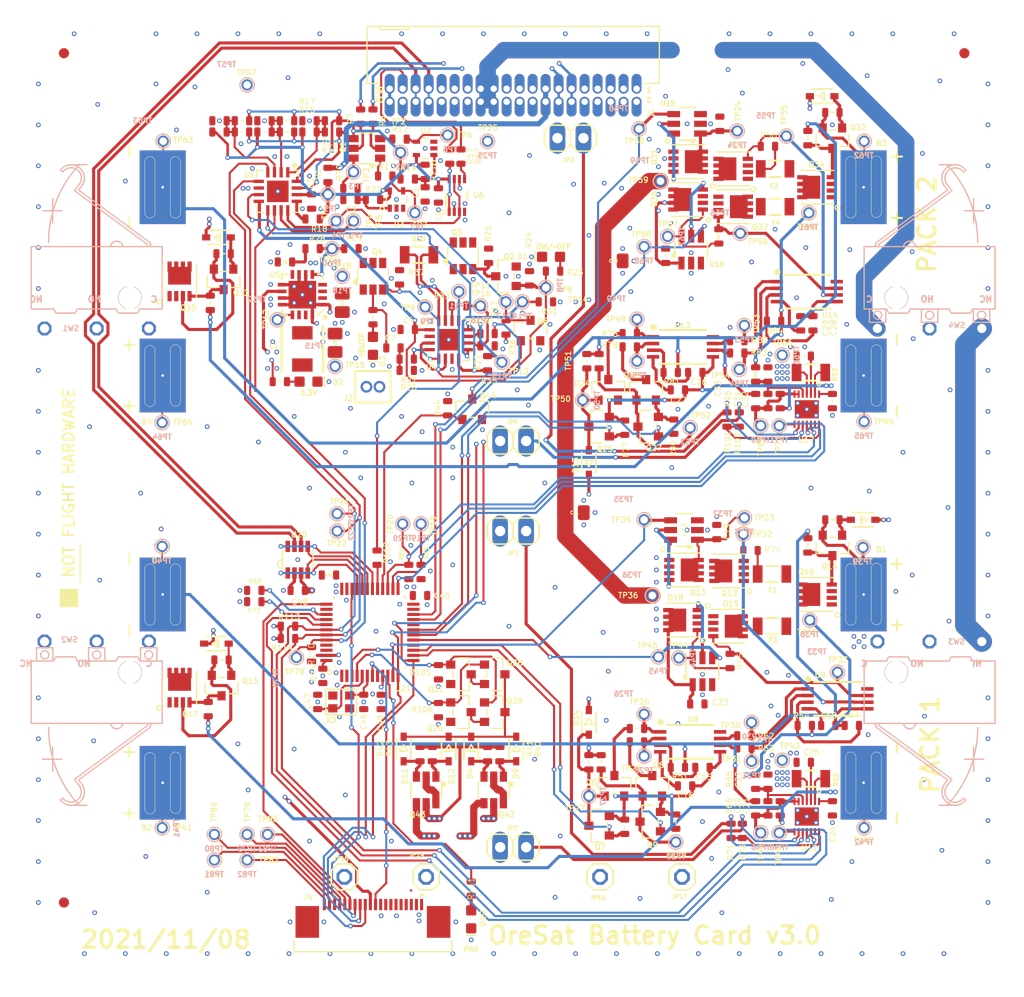
<source format=kicad_pcb>
(kicad_pcb (version 20221018) (generator pcbnew)
  (layers (0 "F.Cu" signal) (1 "In1.Cu" signal) (2 "In2.Cu" signal) (31 "B.Cu" signal) (34 "B.Paste" user) (35 "F.Paste" user) (36 "B.SilkS" user "B.Silkscreen") (37 "F.SilkS" user "F.Silkscreen") (38 "B.Mask" user) (39 "F.Mask" user) (44 "Edge.Cuts" user))
  (net 0 "")
  (net 1 "/Battery Pack 1 (BOTTOM)/INTERCELL-PK1")
  (net 2 "Net-(B1-POS)")
  (net 3 "GND")
  (net 4 "OPD_SDA")
  (net 5 "/Battery Pack 1 (BOTTOM)/CSP-PK1")
  (net 6 "~{SD}")
  (net 7 "VBUS")
  (net 8 "Net-(B2-POS)")
  (net 9 "/Battery Pack 2 (TOP)/INTERCELL-PK2")
  (net 10 "CAN1_L")
  (net 11 "CAN1_H")
  (net 12 "OPD_SCL")
  (net 13 "OPD_PWR")
  (net 14 "Net-(B3-POS)")
  (net 15 "/Battery Pack 2 (TOP)/CSP-PK2")
  (net 16 "Net-(B4-POS)")
  (net 17 "Net-(U2-INP)")
  (net 18 "Net-(U3-INP)")
  (net 19 "/Power/ON{slash}~{OFF}")
  (net 20 "Net-(C7-Pad1)")
  (net 21 "Net-(U8-VDD)")
  (net 22 "Net-(U8-CDT)")
  (net 23 "Net-(U9-VDD)")
  (net 24 "Net-(U9-CDT)")
  (net 25 "Net-(U10-VIN)")
  (net 26 "Net-(U12-VBATT)")
  (net 27 "Net-(U12-CELL1)")
  (net 28 "Net-(U12-REG3)")
  (net 29 "Net-(U12-REG2)")
  (net 30 "Net-(U13-VDD)")
  (net 31 "Net-(U13-CDT)")
  (net 32 "Net-(U14-VDD)")
  (net 33 "Net-(U14-CDT)")
  (net 34 "Net-(U15-VIN)")
  (net 35 "Net-(U17-VBATT)")
  (net 36 "DCHG-STAT-OC-PK1")
  (net 37 "CHARGE-STAT-OC-PK1")
  (net 38 "Net-(U17-CELL1)")
  (net 39 "Net-(U17-REG3)")
  (net 40 "Net-(U17-REG2)")
  (net 41 "Net-(U21-PF1-OSC_OUT)")
  (net 42 "Net-(U21-PF0-OSC_IN)")
  (net 43 "Net-(D1-PadA)")
  (net 44 "Net-(D2-PadA)")
  (net 45 "ALERTA-PK1")
  (net 46 "Net-(D3-PadA)")
  (net 47 "Net-(Q38-D)")
  (net 48 "Net-(Q42B-G)")
  (net 49 "Net-(Q14-G)")
  (net 50 "Net-(Q15-G)")
  (net 51 "Net-(Q32-G)")
  (net 52 "Net-(Q33-G)")
  (net 53 "Net-(Q42A-G)")
  (net 54 "Net-(D10-PadA)")
  (net 55 "Net-(Q43B-G)")
  (net 56 "Net-(Q43A-G)")
  (net 57 "Net-(Q24-G)")
  (net 58 "Net-(Q6-G)")
  (net 59 "Net-(F1-P$1)")
  (net 60 "/Battery Pack 1 (BOTTOM)/VBATT-PK1")
  (net 61 "CHARGE-DISABLE-PK1")
  (net 62 "DISCHARGE-DISABLE-PK1")
  (net 63 "Net-(F2-P$1)")
  (net 64 "/Battery Pack 2 (TOP)/VBATT-PK2")
  (net 65 "Net-(F3-P$1)")
  (net 66 "Net-(F4-P$1)")
  (net 89 "DCHG-STAT-OC-PK2")
  (net 90 "CHARGE-STAT-OC-PK2")
  (net 94 "/Microcontroller/NRESET")
  (net 95 "PA3{slash}USART2_RX")
  (net 96 "PA2{slash}USART2_TX")
  (net 97 "/Microcontroller/SWDIO")
  (net 98 "/Microcontroller/SWCLK")
  (net 99 "Net-(J4-SWO)")
  (net 100 "Net-(J4-DEBUG-0)")
  (net 101 "Net-(J4-DEBUG-1)")
  (net 102 "Net-(J4-DEBUG-2)")
  (net 103 "Net-(J4-DEBUG-3)")
  (net 104 "Net-(U12-AIN2)")
  (net 105 "Net-(U12-AIN1)")
  (net 106 "Net-(U17-AIN2)")
  (net 107 "Net-(U17-AIN1)")
  (net 108 "Net-(Q42B-D)")
  (net 109 "Net-(L1-Pad1)")
  (net 110 "Net-(Q1A-S)")
  (net 111 "Net-(Q1B-S)")
  (net 112 "Net-(Q1B-G)")
  (net 113 "CHARGE-DISABLE-PK2")
  (net 114 "DISCHARGE-DISABLE-PK2")
  (net 115 "Net-(Q1A-G)")
  (net 116 "/Power/PEN-SDA-FILT")
  (net 117 "3.3V")
  (net 118 "/Power/PEN-SCL-FILT")
  (net 119 "Net-(Q2-D)")
  (net 120 "Net-(U4-RS+)")
  (net 121 "/Power/CB_CTRL")
  (net 122 "Net-(Q4-S)")
  (net 123 "/Power/~{FAULT}")
  (net 124 "Net-(Q6-D)")
  (net 125 "Net-(Q8-D)")
  (net 126 "Net-(Q8-G)")
  (net 127 "/Battery Pack 1 (BOTTOM)/~{DISCHARGE-PK1}")
  (net 128 "BOOT0")
  (net 129 "Net-(Q13-G)")
  (net 130 "Net-(Q14-D)")
  (net 131 "Net-(Q15-D)")
  (net 132 "POUT")
  (net 133 "Net-(U11-SENSE)")
  (net 134 "Net-(Q18-G)")
  (net 135 "/Battery Pack 1 (BOTTOM)/~{CHARGE-PK1}")
  (net 136 "Net-(Q20-D)")
  (net 137 "/Microcontroller/HEATER-ON-2")
  (net 138 "Net-(Q21-D)")
  (net 139 "/Microcontroller/HEATER-ON-1")
  (net 140 "Net-(Q24-D)")
  (net 141 "Net-(Q26-D)")
  (net 142 "Net-(Q26-G)")
  (net 143 "/Battery Pack 2 (TOP)/~{DISCHARGE-PK2}")
  (net 144 "Net-(Q32-D)")
  (net 145 "Net-(Q33-D)")
  (net 146 "Net-(U16-SENSE)")
  (net 147 "Net-(Q36-G)")
  (net 148 "/Battery Pack 2 (TOP)/~{CHARGE-PK2}")
  (net 149 "Net-(Q42A-D)")
  (net 150 "Net-(Q43A-D)")
  (net 151 "Net-(Q44-D)")
  (net 152 "/Power/AD2")
  (net 153 "/Power/AD1")
  (net 154 "Net-(U2-OUT)")
  (net 155 "Net-(U3-OUT)")
  (net 156 "/Power/AD0")
  (net 157 "Net-(U1-~{RESET})")
  (net 158 "VBUSP")
  (net 159 "VPD")
  (net 160 "Net-(U4-INHIBIT)")
  (net 161 "Net-(U5-SYNC)")
  (net 162 "/Power/CB-RESET")
  (net 163 "Net-(U4-CIN1-)")
  (net 164 "Net-(U4-CIN2+)")
  (net 165 "Net-(U4-CIN1+)")
  (net 166 "Net-(U4-IOUT)")
  (net 167 "Net-(U8-CTLC)")
  (net 168 "Net-(U8-CTLD)")
  (net 169 "Net-(U8-CO)")
  (net 170 "Net-(U9-CTLC)")
  (net 171 "Net-(U8-DO)")
  (net 172 "Net-(U9-CTLD)")
  (net 173 "Net-(U6-NO1)")
  (net 174 "Net-(U6-NO2)")
  (net 175 "Net-(U21-PB3)")
  (net 176 "Net-(U12-THRM)")
  (net 177 "Net-(U21-PB4)")
  (net 178 "Net-(U13-CTLC)")
  (net 179 "Net-(U13-CTLD)")
  (net 180 "Net-(U13-CO)")
  (net 181 "Net-(U14-CTLC)")
  (net 182 "Net-(U13-DO)")
  (net 183 "Net-(U14-CTLD)")
  (net 184 "Net-(U17-THRM)")
  (net 185 "/Microcontroller/PA0")
  (net 186 "/Microcontroller/PA8{slash}POUTPROT")
  (net 187 "PB6{slash}SCL")
  (net 188 "PB7{slash}SDA")
  (net 191 "Net-(SW3-PadNC)")
  (net 194 "Net-(U1-IO7)")
  (net 195 "Net-(U1-IO6)")
  (net 196 "Net-(U5-PG)")
  (net 201 "MOARPWR")
  (net 204 "/Microcontroller/CAN_TX")
  (net 205 "I2C2_SCL")
  (net 206 "I2C2_SDA")
  (net 207 "ALERTA-PK2")
  (net 208 "/Microcontroller/CAN_RX")
  (net 209 "/Microcontroller/CAN_SHDN")
  (net 210 "/Microcontroller/PA9{slash}CAN_SILENT")
  (net 211 "VBAT")
  (net 214 "C3-UART-TX")
  (net 215 "C3-UART-RX")
  (footprint "oresat-batteries:SOT23-3" (layer "F.Cu") (at 146.7011 121.0036 -90)
    (fp_text reference "Q38")
    (fp_text value "PMV45EN" hide)
  )
  (footprint "oresat-batteries:.0603-C-NOSILK" (layer "F.Cu") (at 128.8011 74.8036 90)
    (fp_text reference "C3")
    (fp_text value "100n")
  )
  (footprint "oresat-batteries:.0603-C-NOSILK" (layer "F.Cu") (at 172.2011 131.5036 90)
    (fp_text reference "R65")
    (fp_text value "10")
  )
  (footprint "oresat-batteries:.0603-C-NOSILK" (layer "F.Cu") (at 168.7011 67.2036 90)
    (fp_text reference "C30")
    (fp_text value "100n")
  )
  (footprint "oresat-batteries:.0603-C-NOSILK" (layer "F.Cu") (at 159.9011 89.0036)
    (fp_text reference "R78")
    (fp_text value "1k")
  )
  (footprint "oresat-batteries:21-0137I_T1433-2" (layer "F.Cu") (at 177.2011 95.1036 -90)
    (fp_text reference "U17")
    (fp_text value "MAX17205G" hide)
  )
  (footprint "oresat-batteries:.0603-C-NOSILK" (layer "F.Cu") (at 163.9011 91.5036)
    (fp_text reference "R81")
    (fp_text value "470")
  )
  (footprint "oresat-batteries:.0603-C-NOSILK" (layer "F.Cu") (at 157.1011 129.6036 -90)
    (fp_text reference "R49")
    (fp_text value "100k")
  )
  (footprint "oresat-batteries:.0603-C-NOSILK" (layer "F.Cu") (at 141.2011 124.5036 -90)
    (fp_text reference "R106")
    (fp_text value "10k")
  )
  (footprint "oresat-batteries:.0603-C-NOSILK" (layer "F.Cu") (at 164.6011 93.2036)
    (fp_text reference "C27")
    (fp_text value "10n")
  )
  (footprint "oresat-batteries:SOD323-R" (layer "F.Cu") (at 148.8011 128.3036 -90)
    (fp_text reference "D9")
    (fp_text value "1N4151WS" hide)
  )
  (footprint "oresat-batteries:1X01" (layer "F.Cu") (at 114.2011 136.0036 90)
    (fp_text reference "TP41")
    (fp_text value "TEST-POINT-LARGE-SQUARE" hide)
  )
  (footprint "oresat-batteries:.0603-C-NOSILK" (layer "F.Cu") (at 160.6011 126.3036)
    (fp_text reference "R45")
    (fp_text value "1k")
  )
  (footprint "oresat-batteries:SOT23-3" (layer "F.Cu") (at 156.9011 135.8036 90)
    (fp_text reference "Q7")
    (fp_text value "PM45VEN" hide)
  )
  (footprint "oresat-batteries:.0603-C-NOSILK" (layer "F.Cu") (at 166.3011 91.5036)
    (fp_text reference "C26")
    (fp_text value "100n")
  )
  (footprint "oresat-batteries:.0603-C-NOSILK" (layer "F.Cu") (at 133.6011 66.5036 -90)
    (fp_text reference "R7")
    (fp_text value "100")
  )
  (footprint "oresat-batteries:POWERPAK-1212-8" (layer "F.Cu") (at 165.6011 74.6036 90)
    (fp_text reference "Q36")
    (fp_text value "Q-VISHAY-MOSFET-PCH-POWERPAK-1212-8" hide)
  )
  (footprint "oresat-batteries:POWERPAK-1212-8" (layer "F.Cu") (at 170.0011 71.6036 90)
    (fp_text reference "Q30")
    (fp_text value "Q-VISHAY-MOSFET-PCH-POWERPAK-1212-8" hide)
  )
  (footprint "oresat-batteries:SOT23-3" (layer "F.Cu") (at 147.8011 82.1036 90)
    (fp_text reference "Q2")
    (fp_text value "PMV45EN" hide)
  )
  (footprint "oresat-batteries:.0603-C-NOSILK" (layer "F.Cu") (at 137.4011 82.2036 90)
    (fp_text reference "R37")
    (fp_text value "10k")
  )
  (footprint "oresat-batteries:1X01" (layer "F.Cu") (at 174.5011 136.5036)
    (fp_text reference "TP48")
    (fp_text value "TEST-POINT-LARGE-SQUARE" hide)
  )
  (footprint "oresat-batteries:.0603-C-NOSILK" (layer "F.Cu") (at 177.3011 108.4036 90)
    (fp_text reference "R60")
    (fp_text value "100k")
  )
  (footprint "oresat-batteries:1X02" (layer "F.Cu") (at 148.5011 137.9036 180)
    (fp_text reference "JP2")
    (fp_text value "PINHD-1X2")
  )
  (footprint "oresat-batteries:.0603-C-NOSILK" (layer "F.Cu") (at 132.6011 73.5036 180)
    (fp_text reference "R20")
    (fp_text value "330k")
  )
  (footprint "oresat-batteries:1X01" (layer "F.Cu") (at 149.4011 84.6036)
    (fp_text reference "TP14")
    (fp_text value "TEST-POINT-LARGE-SQUARE" hide)
  )
  (footprint "oresat-batteries:POWERPAK-1212-8" (layer "F.Cu") (at 165.1011 115.7036 90)
    (fp_text reference "Q18")
    (fp_text value "Q-VISHAY-MOSFET-PCH-POWERPAK-1212-8" hide)
  )
  (footprint "oresat-batteries:.0603-C-NOSILK" (layer "F.Cu") (at 173.4011 134.1036 -90)
    (fp_text reference "C20")
    (fp_text value "1n")
  )
  (footprint "oresat-batteries:.0603-C-NOSILK" (layer "F.Cu") (at 137.4011 68.7036 180)
    (fp_text reference "R12")
    (fp_text value "665k")
  )
  (footprint "oresat-batteries:.0603-C-NOSILK" (layer "F.Cu") (at 151.7011 84.6036 180)
    (fp_text reference "R31")
    (fp_text value "10k")
  )
  (footprint "oresat-batteries:SOT23-3" (layer "F.Cu") (at 161.9011 135.4036 90)
    (fp_text reference "Q9")
    (fp_text value "PM45VEN" hide)
  )
  (footprint "oresat-batteries:1X01" (layer "F.Cu") (at 171.1011 86.9036)
    (fp_text reference "TP53")
    (fp_text value "TEST-POINT-LARGE-SQUARE" hide)
  )
  (footprint "oresat-batteries:.0603-C-NOSILK" (layer "F.Cu") (at 150.1011 82.3036 -90)
    (fp_text reference "R24")
    (fp_text value "10k")
  )
  (footprint "oresat-batteries:SOD323-R" (layer "F.Cu") (at 182.7011 105.9036 180)
    (fp_text reference "D5")
    (fp_text value "1N4151WS" hide)
  )
  (footprint "oresat-batteries:1X01" (layer "F.Cu") (at 163.6011 78.2036 90)
    (fp_text reference "TP67")
    (fp_text value "TEST-POINT-LARGE-SQUARE" hide)
  )
  (footprint "oresat-batteries:.0603-C-NOSILK" (layer "F.Cu") (at 132.7011 79.4036 180)
    (fp_text reference "R29")
    (fp_text value "NP")
  )
  (footprint "oresat-batteries:.0603-C-NOSILK" (layer "F.Cu") (at 163.4011 80.1036 90)
    (fp_text reference "C34")
    (fp_text value "100n")
  )
  (footprint "oresat-batteries:1X01" (layer "F.Cu") (at 132.0011 140.8036 90)
    (fp_text reference "JP15")
    (fp_text value "PINHD-1X1")
  )
  (footprint "oresat-batteries:1X01" (layer "F.Cu") (at 174.8011 89.8036 90)
    (fp_text reference "TP66")
    (fp_text value "TEST-POINT-LARGE-SQUARE" hide)
  )
  (footprint "oresat-batteries:1X01" (layer "F.Cu") (at 175.2011 68.4036 180)
    (fp_text reference "TP55")
    (fp_text value "TEST-POINT-LARGE-SQUARE" hide)
  )
  (footprint "oresat-batteries:.0603-C-NOSILK" (layer "F.Cu") (at 159.9011 87.7036)
    (fp_text reference "R75")
    (fp_text value "1k")
  )
  (footprint "oresat-batteries:TSSOP8" (layer "F.Cu") (at 165.8011 127.6036)
    (fp_text reference "U8")
    (fp_text value "S-8209AXXT" hide)
  )
  (footprint "oresat-batteries:.0805-B-NOSILK" (layer "F.Cu") (at 131.8011 84.7036 -90)
    (fp_text reference "C5")
    (fp_text value "10u")
  )
  (footprint "oresat-batteries:.0603-C-NOSILK" (layer "F.Cu") (at 118.9011 84.7036 -90)
    (fp_text reference "R91")
    (fp_text value "100k")
  )
  (footprint "oresat-batteries:.0603-C-NOSILK" (layer "F.Cu") (at 124.2011 68.0036 180)
    (fp_text reference "R9")
    (fp_text value "NP")
  )
  (footprint "oresat-batteries:1X01" (layer "F.Cu") (at 161.3011 129.0036)
    (fp_text reference "TP28")
    (fp_text value "TEST-POINT-LARGE-SQUARE" hide)
  )
  (footprint "oresat-batteries:.0603-C-NOSILK" (layer "F.Cu") (at 130.5011 111.3036)
    (fp_text reference "C50")
    (fp_text value "100n")
  )
  (footprint "oresat-batteries:.0603-C-NOSILK" (layer "F.Cu") (at 139.4011 128.8036 -90)
    (fp_text reference "R42")
    (fp_text value "10k")
  )
  (footprint "oresat-batteries:.0603-C-NOSILK" (layer "F.Cu") (at 142.3011 70.4036 90)
    (fp_text reference "R57")
    (fp_text value "10k")
  )
  (footprint "oresat-batteries:.0603-C-NOSILK" (layer "F.Cu") (at 177.8011 86.7036 90)
    (fp_text reference "C28")
    (fp_text value "100n")
  )
  (footprint "oresat-batteries:1X01" (layer "F.Cu") (at 146.0011 68.9036)
    (fp_text reference "TP25")
    (fp_text value "TEST-POINT-LARGE-SQUARE" hide)
  )
  (footprint "oresat-batteries:1X01" (layer "F.Cu") (at 119.3011 139.1536)
    (fp_text reference "TP81")
    (fp_text value "TEST-POINT-LARGE-SQUARE" hide)
  )
  (footprint "oresat-batteries:.0603-C-NOSILK" (layer "F.Cu") (at 147.2011 128.8036 -90)
    (fp_text reference "R40")
    (fp_text value "10k")
  )
  (footprint "oresat-batteries:1206-C" (layer "F.Cu") (at 174.1011 75.3036)
    (fp_text reference "F4")
    (fp_text value "GENERIC-FUSE-1206")
  )
  (footprint "oresat-batteries:18650" (layer "F.Cu") (at 148.5011 91.8036 90)
    (fp_text reference "B4")
    (fp_text value "B-18650-LI-BATTERY" hide)
    (fp_line (start -2.5 -36) (end 2.5 -36) (stroke (width 0.05)) (layer "Edge.Cuts"))
    (fp_line (start -2.5 -33.5) (end 2.5 -33.5) (stroke (width 0.05)) (layer "Edge.Cuts"))
    (fp_line (start -2.5 32.5) (end 2.5 32.5) (stroke (width 0.05)) (layer "Edge.Cuts"))
    (fp_line (start -2.5 35) (end 2.5 35) (stroke (width 0.05)) (layer "Edge.Cuts"))
    (fp_line (start 2.4 -35) (end -2.6 -35) (stroke (width 0.05)) (layer "Edge.Cuts"))
    (fp_line (start 2.5 -32.5) (end -2.5 -32.5) (stroke (width 0.05)) (layer "Edge.Cuts"))
    (fp_line (start 2.5 33.5) (end -2.5 33.5) (stroke (width 0.05)) (layer "Edge.Cuts"))
    (fp_line (start 2.5 36) (end -2.5 36) (stroke (width 0.05)) (layer "Edge.Cuts"))
    (fp_arc (start -2.6 -35) (mid -3.05 -35.55) (end -2.5 -36) (stroke (width 0.05)) (layer "Edge.Cuts"))
    (fp_arc (start -2.5 -32.5) (mid -3 -33) (end -2.5 -33.5) (stroke (width 0.05)) (layer "Edge.Cuts"))
    (fp_arc (start -2.5 33.5) (mid -3 33) (end -2.5 32.5) (stroke (width 0.05)) (layer "Edge.Cuts"))
    (fp_arc (start -2.5 36) (mid -3 35.5) (end -2.5 35) (stroke (width 0.05)) (layer "Edge.Cuts"))
    (fp_arc (start 2.5 -36) (mid 2.95 -35.45) (end 2.4 -35) (stroke (width 0.05)) (layer "Edge.Cuts"))
    (fp_arc (start 2.5 -33.5) (mid 3 -33) (end 2.5 -32.5) (stroke (width 0.05)) (layer "Edge.Cuts"))
    (fp_arc (start 2.5 32.5) (mid 3 33) (end 2.5 33.5) (stroke (width 0.05)) (layer "Edge.Cuts"))
    (fp_arc (start 2.5 35) (mid 3 35.5) (end 2.5 36) (stroke (width 0.05)) (layer "Edge.Cuts"))
  )
  (footprint "oresat-batteries:S-PVQFN-16" (layer "F.Cu") (at 127.9011 83.9036 180)
    (fp_text reference "U5")
    (fp_text value "TPS6211X" hide)
  )
  (footprint "oresat-batteries:FIDUCIAL-1.0X2.0" (layer "F.Cu") (at 104.6011 143.3036)
    (fp_text reference "FIDUCIAL3" hide)
    (fp_text value "FIDUCIAL-1.0X2.0" hide)
  )
  (footprint "oresat-batteries:1X01" (layer "F.Cu") (at 160.6011 86.3036 180)
    (fp_text reference "TP49")
    (fp_text value "TEST-POINT-LARGE-SQUARE" hide)
  )
  (footprint "oresat-batteries:FLIGHTMARKER_NEW_BOARDS" (layer "F.Cu") (at 105.7011 114.2036 90)
    (fp_text reference "U$1" hide)
    (fp_text value "FLIGHMARKERNEW" hide)
  )
  (footprint "oresat-batteries:.0603-C-NOSILK" (layer "F.Cu") (at 179.7011 134.1036 -90)
    (fp_text reference "C24")
    (fp_text value "470n")
  )
  (footprint "oresat-batteries:.0603-C-NOSILK" (layer "F.Cu") (at 179.3011 126.0036)
    (fp_text reference "C18")
    (fp_text value "10n")
  )
  (footprint "oresat-batteries:SOD323-R" (layer "F.Cu") (at 144.4011 128.3036 -90)
    (fp_text reference "D4")
    (fp_text value "1N4151WS" hide)
  )
  (footprint "oresat-batteries:SOT23-6" (layer "F.Cu") (at 165.5011 67.2036 -90)
    (fp_text reference "U15")
    (fp_text value "LTC4412")
  )
  (footprint "oresat-batteries:.0603-C-NOSILK" (layer "F.Cu") (at 164.6011 130.1036)
    (fp_text reference "R51")
    (fp_text value "470")
  )
  (footprint "oresat-batteries:1X01" (layer "F.Cu") (at 131.1011 90.9036 180)
    (fp_text reference "TP15")
    (fp_text value "TEST-POINT-LARGE-SQUARE" hide)
  )
  (footprint "oresat-batteries:.0603-C-NOSILK" (layer "F.Cu") (at 138.2011 87.3036 180)
    (fp_text reference "C4")
    (fp_text value "1u")
  )
  (footprint "oresat-batteries:SOT23-3" (layer "F.Cu") (at 120.0011 122.1036 180)
    (fp_text reference "Q15")
    (fp_text value "NTR4101" hide)
  )
  (footprint "oresat-batteries:1X01" (layer "F.Cu") (at 147.8011 84.6036)
    (fp_text reference "TP17")
    (fp_text value "TEST-POINT-LARGE-SQUARE" hide)
  )
  (footprint "oresat-batteries:SOD323-R" (layer "F.Cu") (at 155.9011 125.7036 -90)
    (fp_text reference "D14")
    (fp_text value "1N4151WS" hide)
  )
  (footprint "oresat-batteries:.0603-C-NOSILK" (layer "F.Cu") (at 179.7011 94.3036 -90)
    (fp_text reference "C35")
    (fp_text value "470n")
  )
  (footprint "oresat-batteries:1X01" (layer "F.Cu") (at 119.3011 136.6536)
    (fp_text reference "TP80")
    (fp_text value "TEST-POINT-LARGE-SQUARE" hide)
  )
  (footprint "oresat-batteries:SOT23-3" (layer "F.Cu") (at 157.8011 93.2036)
    (fp_text reference "Q24")
    (fp_text value "PM45VEN" hide)
  )
  (footprint "oresat-batteries:SOT23-3" (layer "F.Cu") (at 162.1011 131.9036)
    (fp_text reference "Q8")
    (fp_text value "PM45VEN" hide)
  )
  (footprint "oresat-batteries:1X01" (layer "F.Cu") (at 137.5011 70.0036)
    (fp_text reference "TP2")
    (fp_text value "TEST-POINT-LARGE-SQUARE" hide)
  )
  (footprint "oresat-batteries:SOT23-6" (layer "F.Cu") (at 165.9011 79.5036 180)
    (fp_text reference "U16")
    (fp_text value "LTC4412")
  )
  (footprint "oresat-batteries:SOT23-6" (layer "F.Cu") (at 146.6011 132.3036 180)
    (fp_text reference "Q42")
    (fp_text value "MOSFET-PCH-SOT23-6" hide)
  )
  (footprint "oresat-batteries:SOD323-R" (layer "F.Cu") (at 142.2011 128.3036 -90)
    (fp_text reference "D12")
    (fp_text value "1N4151WS" hide)
  )
  (footprint "oresat-batteries:.0603-C-NOSILK" (layer "F.Cu") (at 146.0011 90.6036 -90)
    (fp_text reference "R32")
    (fp_text value "10k")
  )
  (footprint "oresat-batteries:SOD323-R" (layer "F.Cu") (at 137.8011 128.3036 -90)
    (fp_text reference "D11")
    (fp_text value "1N4151WS" hide)
  )
  (footprint "oresat-batteries:1X01" (layer "F.Cu") (at 165.0011 140.8036)
    (fp_text reference "JP17")
    (fp_text value "PINHD-1X1")
  )
  (footprint "oresat-batteries:J-SAMTEC-TFM-120-X1-XXX-D-RA" (layer "F.Cu") (at 148.5011 64.4096)
    (fp_text reference "J1")
    (fp_text value "J-SAMTEC-TFM-120-X1-XXX-D-RA" hide)
  )
  (footprint "oresat-batteries:.0603-C-NOSILK" (layer "F.Cu") (at 133.9011 123.7036 -90)
    (fp_text reference "C46")
    (fp_text value "20p")
  )
  (footprint "oresat-batteries:.0805-B-NOSILK" (layer "F.Cu") (at 158.3011 80.6036)
    (fp_text reference "C10")
    (fp_text value "10u")
  )
  (footprint "oresat-batteries:.0603-C-NOSILK" (layer "F.Cu") (at 132.6011 74.6036 180)
    (fp_text reference "C2")
    (fp_text value "1u")
  )
  (footprint "oresat-batteries:SOT23-8_TI-DCN" (layer "F.Cu") (at 127.4511 109.8036)
    (fp_text reference "U20")
    (fp_text value "TCAN330")
  )
  (footprint "oresat-batteries:POWERPAK-1212-8" (layer "F.Cu") (at 178.2011 113.2036 90)
    (fp_text reference "Q16")
    (fp_text value "Q-VISHAY-MOSFET-PCH-POWERPAK-1212-8" hide)
  )
  (footprint "oresat-batteries:.0603-C-NOSILK" (layer "F.Cu") (at 170.9011 136.3036 -90)
    (fp_text reference "R73")
    (fp_text value "10k")
  )
  (footprint "oresat-batteries:.0603-C-NOSILK" (layer "F.Cu") (at 159.4011 96.9036 -90)
    (fp_text reference "R77")
    (fp_text value "100k")
  )
  (footprint "oresat-batteries:.0603-C-NOSILK" (layer "F.Cu") (at 164.2011 96.8036 -90)
    (fp_text reference "R80")
    (fp_text value "100k")
  )
  (footprint "oresat-batteries:1X01" (layer "F.Cu") (at 164.4011 137.4036)
    (fp_text reference "TP29")
    (fp_text value "TEST-POINT-LARGE-SQUARE" hide)
  )
  (footprint "oresat-batteries:1X01" (layer "F.Cu") (at 162.7011 119.3036)
    (fp_text reference "TP45")
    (fp_text value "TEST-POINT-LARGE-SQUARE" hide)
  )
  (footprint "oresat-batteries:.0603-C-NOSILK" (layer "F.Cu") (at 120.2011 79.9036)
    (fp_text reference "R89")
    (fp_text value "100k")
  )
  (footprint "oresat-batteries:.0603-C-NOSILK" (layer "F.Cu") (at 128.6011 66.9036)
    (fp_text reference "R17")
    (fp_text value "10k")
  )
  (footprint "oresat-batteries:.0603-C-NOSILK" (layer "F.Cu") (at 135.6011 123.7036 90)
    (fp_text reference "C49")
    (fp_text value "100n")
  )
  (footprint "oresat-batteries:1X01" (layer "F.Cu") (at 160.6011 90.4036)
    (fp_text reference "TP51")
    (fp_text value "TEST-POINT-LARGE-SQUARE" hide)
  )
  (footprint "oresat-batteries:1X01" (layer "F.Cu") (at 172.7011 136.5036)
    (fp_text reference "TP46")
    (fp_text value "TEST-POINT-LARGE-SQUARE" hide)
  )
  (footprint "oresat-batteries:.0603-C-NOSILK" (layer "F.Cu") (at 134.8011 66.5036 -90)
    (fp_text reference "R6")
    (fp_text value "100")
  )
  (footprint "oresat-batteries:FIDUCIAL-1.0X2.0" (layer "F.Cu") (at 192.6011 60.3036)
    (fp_text reference "FIDUCIAL1" hide)
    (fp_text value "FIDUCIAL-1.0X2.0" hide)
  )
  (footprint "oresat-batteries:.0603-C-NOSILK" (layer "F.Cu") (at 136.0011 72.3036 180)
    (fp_text reference "R13")
    (fp_text value "665k")
  )
  (footprint "oresat-batteries:1X01" (layer "F.Cu") (at 125.4511 86.3536 180)
    (fp_text reference "TP12")
    (fp_text value "TEST-POINT-LARGE-SQUARE" hide)
  )
  (footprint "oresat-batteries:.0603-C-NOSILK" (layer "F.Cu") (at 126.4011 68.0036)
    (fp_text reference "R10")
    (fp_text value "NP")
  )
  (footprint "oresat-batteries:DCU0008A_N" (layer "F.Cu") (at 143.0011 74.2036 90)
    (fp_text reference "U6")
    (fp_text value "TS5A21366DCUR" hide)
  )
  (footprint "oresat-batteries:.0603-C-NOSILK" (layer "F.Cu") (at 171.1011 128.2036)
    (fp_text reference "R53")
    (fp_text value "1k")
  )
  (footprint "oresat-batteries:QFN65P400X400X80-17T210" (layer "F.Cu") (at 142.2011 88.3036)
    (fp_text reference "U4")
    (fp_text value "MAX4211")
  )
  (footprint "oresat-batteries:1X01" (layer "F.Cu") (at 131.8011 82.1036)
    (fp_text reference "TP18")
    (fp_text value "TEST-POINT-LARGE-SQUARE" hide)
  )
  (footprint "oresat-batteries:1X01" (layer "F.Cu") (at 165.8011 96.9036)
    (fp_text reference "TP52")
    (fp_text value "TEST-POINT-LARGE-SQUARE" hide)
  )
  (footprint "oresat-batteries:.0805-B-NOSILK" (layer "F.Cu") (at 154.5011 105.2036)
    (fp_text reference "C11")
    (fp_text value "10u")
  )
  (footprint "oresat-batteries:.0603-C-NOSILK" (layer "F.Cu") (at 128.6011 68.0036 180)
    (fp_text reference "R15")
    (fp_text value "NP")
  )
  (footprint "oresat-batteries:.0603-C-NOSILK" (layer "F.Cu") (at 126.4011 66.9036 180)
    (fp_text reference "R8")
    (fp_text value "NP")
  )
  (footprint "oresat-batteries:1206-C" (layer "F.Cu") (at 177.6011 91.5036 180)
    (fp_text reference "R92")
    (fp_text value "10m")
  )
  (footprint "oresat-batteries:.0603-C-NOSILK" (layer "F.Cu") (at 146.0011 87.7036 180)
    (fp_text reference "R34")
    (fp_text value "20k")
  )
  (footprint "oresat-batteries:1X01" (layer "F.Cu") (at 162.1011 113.3036 180)
    (fp_text reference "TP36")
    (fp_text value "TEST-POINT-LARGE-SQUARE" hide)
  )
  (footprint "oresat-batteries:.0603-C-NOSILK" (layer "F.Cu") (at 152.4011 81.6036 180)
    (fp_text reference "R23")
    (fp_text value "2.7k")
  )
  (footprint "oresat-batteries:1X02" (layer "F.Cu") (at 148.5011 98.2036 180)
    (fp_text reference "JP4")
    (fp_text value "PINHD-1X2")
  )
  (footprint "oresat-batteries:1X01" (layer "F.Cu") (at 139.9011 85.1036)
    (fp_text reference "TP9")
    (fp_text value "TEST-POINT-LARGE-SQUARE" hide)
  )
  (footprint "oresat-batteries:1X01" (layer "F.Cu") (at 131.3011 107.0036 90)
    (fp_text reference "TP22")
    (fp_text value "TEST-POINT-LARGE-SQUARE" hide)
  )
  (footprint "oresat-batteries:CRYSTAL_2.5X2" (layer "F.Cu") (at 131.7011 123.7036)
    (fp_text reference "X3")
    (fp_text value "CRYSTAL-WITH-GND")
  )
  (footprint "oresat-batteries:.0603-C-NOSILK" (layer "F.Cu") (at 128.9011 79.4036 180)
    (fp_text reference "R28")
    (fp_text value "10k")
  )
  (footprint "oresat-batteries:POWERPAK-1212-8" (layer "F.Cu") (at 178.2011 73.4036 90)
    (fp_text reference "Q34")
    (fp_text value "Q-VISHAY-MOSFET-PCH-POWERPAK-1212-8" hide)
  )
  (footprint "oresat-batteries:.0603-C-NOSILK" (layer "F.Cu") (at 140.6011 128.8036 -90)
    (fp_text reference "R43")
    (fp_text value "10k")
  )
  (footprint "oresat-batteries:.0603-C-NOSILK" (layer "F.Cu") (at 138.1011 90.2036 180)
    (fp_text reference "R27")
    (fp_text value "10k")
  )
  (footprint "oresat-batteries:1X01" (layer "F.Cu") (at 171.1011 105.7036)
    (fp_text reference "TP23")
    (fp_text value "TEST-POINT-LARGE-SQUARE" hide)
  )
  (footprint "oresat-batteries:.0603-C-NOSILK" (layer "F.Cu") (at 130.8011 68.0036)
    (fp_text reference "R16")
    (fp_text value "NP")
  )
  (footprint "oresat-batteries:SC70-5" (layer "F.Cu") (at 139.9011 69.6036 90)
    (fp_text reference "U2")
    (fp_text value "MIC842LYC5" hide)
  )
  (footprint "oresat-batteries:.0603-C-NOSILK" (layer "F.Cu") (at 170.4011 88.4036)
    (fp_text reference "R82")
    (fp_text value "1k")
  )
  (footprint "oresat-batteries:.0603-C-NOSILK" (layer "F.Cu") (at 128.8011 119.0536 90)
    (fp_text reference "R110")
    (fp_text value "10k")
  )
  (footprint "oresat-batteries:1206-C" (layer "F.Cu") (at 173.8011 116.3036)
    (fp_text reference "F3")
    (fp_text value "GENERIC-FUSE-1206")
  )
  (footprint "oresat-batteries:.0603-C-NOSILK" (layer "F.Cu") (at 127.4511 112.8036)
    (fp_text reference "C48")
    (fp_text value "100n")
  )
  (footprint "oresat-batteries:1X01" (layer "F.Cu") (at 131.2011 76.7036)
    (fp_text reference "TP4")
    (fp_text value "TEST-POINT-LARGE-SQUARE" hide)
  )
  (footprint "oresat-batteries:1X01" (layer "F.Cu") (at 170.6011 91.2036)
    (fp_text reference "TP54")
    (fp_text value "TEST-POINT-LARGE-SQUARE" hide)
  )
  (footprint "oresat-batteries:1X01" (layer "F.Cu") (at 114.2011 96.4036)
    (fp_text reference "TP64")
    (fp_text value "TEST-POINT-LARGE-SQUARE" hide)
  )
  (footprint "oresat-batteries:POWERPAK-1212-8" (layer "F.Cu") (at 115.9011 82.6036)
    (fp_text reference "Q35")
    (fp_text value "Q-VISHAY-MOSFET-PCH-POWERPAK-1212-8" hide)
  )
  (footprint "oresat-batteries:LED-0603" (layer "F.Cu") (at 128.5011 92.4036)
    (fp_text reference "D2")
    (fp_text value "GREEN")
  )
  (footprint "oresat-batteries:1X01" (layer "F.Cu") (at 122.5011 139.1536)
    (fp_text reference "TP82")
    (fp_text value "TEST-POINT-LARGE-SQUARE" hide)
  )
  (footprint "oresat-batteries:.0603-C-NOSILK" (layer "F.Cu") (at 136.8011 89.1036 180)
    (fp_text reference "C7")
    (fp_text value "1u")
  )
  (footprint "oresat-batteries:1X01" (layer "F.Cu") (at 174.8011 129.4036 180)
    (fp_text reference "TP43")
    (fp_text value "TEST-POINT-LARGE-SQUARE" hide)
  )
  (footprint "oresat-batteries:1X01" (layer "F.Cu") (at 137.7011 106.3036)
    (fp_text reference "TP20")
    (fp_text value "TEST-POINT-LARGE-SQUARE" hide)
  )
  (footprint "oresat-batteries:.0805-B-NOSILK" (layer "F.Cu") (at 131.1011 88.6036 90)
    (fp_text reference "C8")
    (fp_text value "22u")
  )
  (footprint "oresat-batteries:.0603-C-NOSILK" (layer "F.Cu") (at 177.3011 68.6036 90)
    (fp_text reference "R90")
    (fp_text value "100k")
  )
  (footprint "oresat-batteries:.0603-C-NOSILK" (layer "F.Cu") (at 134.8011 74.6036)
    (fp_text reference "R22")
    (fp_text value "1M")
  )
  (footprint "oresat-batteries:.0603-C-NOSILK" (layer "F.Cu") (at 181.6011 126.0036 180)
    (fp_text reference "C17")
    (fp_text value "100n")
  )
  (footprint "oresat-batteries:1X01" (layer "F.Cu") (at 139.5011 106.3036)
    (fp_text reference "TP19")
    (fp_text value "TEST-POINT-LARGE-SQUARE" hide)
  )
  (footprint "oresat-batteries:.0603-C-NOSILK" (layer "F.Cu") (at 118.7011 124.4036 -90)
    (fp_text reference "R61")
    (fp_text value "100k")
  )
  (footprint "oresat-batteries:.0603-C-NOSILK" (layer "F.Cu") (at 120.0011 119.6036)
    (fp_text reference "R59")
    (fp_text value "100k")
  )
  (footprint "oresat-batteries:SOT23-3" (layer "F.Cu") (at 156.9011 96.8036 90)
    (fp_text reference "Q25")
    (fp_text value "PM45VEN" hide)
  )
  (footprint "oresat-batteries:SC70-5" (layer "F.Cu") (at 137.1011 74.6036)
    (fp_text reference "U3")
    (fp_text value "MIC842LYC5" hide)
  )
  (footprint "oresat-batteries:1X01" (layer "F.Cu") (at 132.9011 76.7036)
    (fp_text reference "TP5")
    (fp_text value "TEST-POINT-LARGE-SQUARE" hide)
  )
  (footprint "oresat-batteries:.0603-C-NOSILK" (layer "F.Cu") (at 146.0011 128.8036 -90)
    (fp_text reference "R41")
    (fp_text value "10k")
  )
  (footprint "oresat-batteries:.0603-C-NOSILK" (layer "F.Cu") (at 169.8011 136.3036 -90)
    (fp_text reference "R71")
    (fp_text value "10k")
  )
  (footprint "oresat-batteries:1X01" (layer "F.Cu") (at 161.3011 105.9036 180)
    (fp_text reference "TP35")
    (fp_text value "TEST-POINT-LARGE-SQUARE" hide)
  )
  (footprint "oresat-batteries:.0603-C-NOSILK" (layer "F.Cu") (at 169.7011 119.7036 -90)
    (fp_text reference "R55")
    (fp_text value "100k")
  )
  (footprint "oresat-batteries:.0603-C-NOSILK" (layer "F.Cu") (at 125.7011 92.4036 180)
    (fp_text reference "R36")
    (fp_text value "2.7k")
  )
  (footprint "oresat-batteries:.0603-C-NOSILK" (layer "F.Cu") (at 174.6011 134.1036 -90)
    (fp_text reference "C21")
    (fp_text value "1n")
  )
  (footprint "oresat-batteries:.0603-C-NOSILK" (layer "F.Cu") (at 138.1011 91.3036 180)
    (fp_text reference "R26")
    (fp_text value "100k")
  )
  (footprint "oresat-batteries:.0603-C-NOSILK" (layer "F.Cu") (at 135.2011 109.6036 -90)
    (fp_text reference "R112")
    (fp_text value "10k")
  )
  (footprint "oresat-batteries:.0603-C-NOSILK" (layer "F.Cu") (at 130.8011 66.9036 180)
    (fp_text reference "R14")
    (fp_text value "NP")
  )
  (footprint "oresat-batteries:.0603-C-NOSILK" (layer "F.Cu") (at 134.8011 86.1036 90)
    (fp_text reference "R39")
    (fp_text value "2.7k")
  )
  (footprint "oresat-batteries:1X01" (layer "F.Cu") (at 182.8011 68.9036)
    (fp_text reference "TP62")
    (fp_text value "TEST-POINT-LARGE-SQUARE" hide)
  )
  (footprint "oresat-batteries:.0603-C-NOSILK" (layer "F.Cu") (at 171.7011 108.9036 180)
    (fp_text reference "R74")
    (fp_text value "100k")
  )
  (footprint "oresat-batteries:LED-0603" (layer "F.Cu") (at 144.4011 144.9536 -90)
    (fp_text reference "D10")
    (fp_text value "AMBER")
  )
  (footprint "oresat-batteries:1X01" (layer "F.Cu") (at 180.2011 120.8036 180)
    (fp_text reference "TP33")
    (fp_text value "TEST-POINT-LARGE-SQUARE" hide)
  )
  (footprint "oresat-batteries:.0603-C-NOSILK" (layer "F.Cu") (at 176.9011 129.6036 180)
    (fp_text reference "C25")
    (fp_text value "470n")
  )
  (footprint "oresat-batteries:.0603-C-NOSILK" (layer "F.Cu") (at 138.3011 111.0036 -90)
    (fp_text reference "R64")
    (fp_text value "4.7k")
  )
  (footprint "oresat-batteries:SOT23-3" (layer "F.Cu") (at 143.4011 124.7036 -90)
    (fp_text reference "Q20")
    (fp_text value "PMV45EN" hide)
  )
  (footprint "oresat-batteries:TSSOP8" (layer "F.Cu") (at 180.2011 123.4036)
    (fp_text reference "U9")
    (fp_text value "S-8209AXXT" hide)
  )
  (footprint "oresat-batteries:1X02" (layer "F.Cu") (at 154.1011 68.6036 180)
    (fp_text reference "JP3")
    (fp_text value "PINHD-1X2")
  )
  (footprint "oresat-batteries:.0603-C-NOSILK" (layer "F.Cu") (at 155.9011 129.6036 90)
    (fp_text reference "R46")
    (fp_text value "100k")
  )
  (footprint "oresat-batteries:POWERPAK-1212-8" (layer "F.Cu") (at 170.0011 75.3036 -90)
    (fp_text reference "Q37")
    (fp_text value "Q-VISHAY-MOSFET-PCH-POWERPAK-1212-8" hide)
  )
  (footprint "oresat-batteries:SOT23-6" (layer "F.Cu") (at 140.0011 132.3036 180)
    (fp_text reference "Q43")
    (fp_text value "MOSFET-PCH-SOT23-6" hide)
  )
  (footprint "oresat-batteries:.0603-C-NOSILK" (layer "F.Cu") (at 128.9011 76.5036)
    (fp_text reference "R18")
    (fp_text value "10k")
  )
  (footprint "oresat-batteries:1X01" (layer "F.Cu") (at 162.9011 72.8036 180)
    (fp_text reference "TP59")
    (fp_text value "TEST-POINT-LARGE-SQUARE" hide)
  )
  (footprint "oresat-batteries:.0603-C-NOSILK" (layer "F.Cu") (at 144.4011 141.9536 90)
    (fp_text reference "R111")
    (fp_text value "2.7k")
  )
  (footprint "oresat-batteries:.0603-C-NOSILK" (layer "F.Cu") (at 126.5011 117.5036 180)
    (fp_text reference "R114")
    (fp_text value "4.7k")
  )
  (footprint "oresat-batteries:.0603-C-NOSILK" (layer "F.Cu") (at 170.6011 96.1036 -90)
    (fp_text reference "R103")
    (fp_text value "10k")
  )
  (footprint "oresat-batteries:.0603-C-NOSILK" (layer "F.Cu") (at 172.2011 91.7036 90)
    (fp_text reference "R95")
    (fp_text value "10")
  )
  (footprint "oresat-batteries:.0603-C-NOSILK" (layer "F.Cu") (at 139.9011 71.9036 90)
    (fp_text reference "R21")
    (fp_text value "1M")
  )
  (footprint "oresat-batteries:1X01" (layer "F.Cu") (at 160.8011 67.7036 180)
    (fp_text reference "TP58")
    (fp_text value "TEST-POINT-LARGE-SQUARE" hide)
  )
  (footprint "oresat-batteries:SOT23-3" (layer "F.Cu") (at 179.7011 108.4036 180)
    (fp_text reference "Q14")
    (fp_text value "NTR4101" hide)
  )
  (footprint "oresat-batteries:1X01" (layer "F.Cu") (at 147.4011 90.5036)
    (fp_text reference "TP13")
    (fp_text value "TEST-POINT-LARGE-SQUARE" hide)
  )
  (footprint "oresat-batteries:1X01" (layer "F.Cu") (at 171.0011 107.3036 180)
    (fp_text reference "TP32")
    (fp_text value "TEST-POINT-LARGE-SQUARE" hide)
  )
  (footprint "oresat-batteries:1X01" (layer "F.Cu") (at 161.3011 79.2036)
    (fp_text reference "TP68")
    (fp_text value "TEST-POINT-LARGE-SQUARE" hide)
  )
  (footprint "oresat-batteries:1X01" (layer "F.Cu") (at 182.8011 96.3036)
    (fp_text reference "TP65")
    (fp_text value "TEST-POINT-LARGE-SQUARE" hide)
  )
  (footprint "oresat-batteries:.0603-C-NOSILK" (layer "F.Cu") (at 126.2011 80.7036 180)
    (fp_text reference "C6")
    (fp_text value "1u")
  )
  (footprint "oresat-batteries:SOT23-3" (layer "F.Cu") (at 179.7011 68.6036 180)
    (fp_text reference "Q32")
    (fp_text value "NTR4101" hide)
  )
  (footprint "oresat-batteries:.0603-C-NOSILK" (layer "F.Cu") (at 139.5011 111.0036 -90)
    (fp_text reference "R63")
    (fp_text value "4.7k")
  )
  (footprint "oresat-batteries:.0603-C-NOSILK" (layer "F.Cu") (at 139.9011 74.1036 -90)
    (fp_text reference "C1")
    (fp_text value "1u")
  )
  (footprint "oresat-batteries:1206-C" (layer "F.Cu") (at 174.1011 71.6036)
    (fp_text reference "F2")
    (fp_text value "GENERIC-FUSE-1206")
  )
  (footprint "oresat-batteries:1X01" (layer "F.Cu") (at 142.1011 68.3036)
    (fp_text reference "TP6")
    (fp_text value "TEST-POINT-LARGE-SQUARE" hide)
  )
  (footprint "oresat-batteries:.0603-C-NOSILK" (layer "F.Cu") (at 129.9011 121.1536 90)
    (fp_text reference "C44")
    (fp_text value "100n")
  )
  (footprint "oresat-batteries:POWERPAK-1212-8" (layer "F.Cu") (at 115.9011 122.3036)
    (fp_text reference "Q17")
    (fp_text value "Q-VISHAY-MOSFET-PCH-POWERPAK-1212-8" hide)
  )
  (footprint "oresat-batteries:.0603-C-NOSILK" (layer "F.Cu") (at 168.6011 78.2036 -90)
    (fp_text reference "R97")
    (fp_text value "100k")
  )
  (footprint "oresat-batteries:.0603-C-NOSILK" (layer "F.Cu") (at 172.2011 94.3036 -90)
    (fp_text reference "R96")
    (fp_text value "100")
  )
  (footprint "oresat-batteries:SOT23-3" (layer "F.Cu") (at 146.7011 124.7036 -90)
    (fp_text reference "Q39")
    (fp_text value "PMV45EN" hide)
  )
  (footprint "oresat-batteries:1X01" (layer "F.Cu") (at 161.3011 124.9036 180)
    (fp_text reference "TP26")
    (fp_text value "TEST-POINT-LARGE-SQUARE" hide)
  )
  (footprint "oresat-batteries:1X01" (layer "F.Cu") (at 174.5011 96.7036)
    (fp_text reference "TP71")
    (fp_text value "TEST-POINT-LARGE-SQUARE" hide)
  )
  (footprint "oresat-batteries:1X01" (layer "F.Cu") (at 177.5011 115.7036)
    (fp_text reference "TP38")
    (fp_text value "TEST-POINT-LARGE-SQUARE" hide)
  )
  (footprint "oresat-batteries:POWERPAK-1212-8" (layer "F.Cu") (at 165.2011 110.8036 -90)
    (fp_text reference "Q13")
    (fp_text value "Q-VISHAY-MOSFET-PCH-POWERPAK-1212-8" hide)
  )
  (footprint "oresat-batteries:1X01" (layer "F.Cu") (at 130.8011 79.4036)
    (fp_text reference "TP10")
    (fp_text value "TEST-POINT-LARGE-SQUARE" hide)
  )
  (footprint "oresat-batteries:POWERPAK-1212-8" (layer "F.Cu") (at 165.6011 70.9036 -90)
    (fp_text reference "Q31")
    (fp_text value "Q-VISHAY-MOSFET-PCH-POWERPAK-1212-8" hide)
  )
  (footprint "oresat-batteries:.0603-C-NOSILK" (layer "F.Cu") (at 174.6011 94.3036 -90)
    (fp_text reference "C32")
    (fp_text value "1n")
  )
  (footprint "oresat-batteries:SOT23-3" (layer "F.Cu") (at 120.2011 82.4036 180)
    (fp_text reference "Q33")
    (fp_text value "NTR4101" hide)
  )
  (footprint "oresat-batteries:.0603-C-NOSILK" (layer "F.Cu") (at 164.4011 135.4036 -90)
    (fp_text reference "R50")
    (fp_text value "100k")
  )
  (footprint "oresat-batteries:.0603-C-NOSILK" (layer "F.Cu") (at 172.2011 134.1036 -90)
    (fp_text reference "R66")
    (fp_text value "100")
  )
  (footprint "oresat-batteries:SOD323-R" (layer "F.Cu") (at 119.7011 78.3036)
    (fp_text reference "D8")
    (fp_text value "1N4151WS" hide)
  )
  (footprint "oresat-batteries:1X01" (layer "F.Cu") (at 131.3011 105.3036 90)
    (fp_text reference "TP21")
    (fp_text value "TEST-POINT-LARGE-SQUARE" hide)
  )
  (footprint "oresat-batteries:SOT23-3" (layer "F.Cu") (at 158.4011 131.9036)
    (fp_text reference "Q6")
    (fp_text value "PM45VEN" hide)
  )
  (footprint "oresat-batteries:1X01" (layer "F.Cu") (at 155.9011 132.9036 90)
    (fp_text reference "TP27")
    (fp_text value "TEST-POINT-LARGE-SQUARE" hide)
  )
  (footprint "oresat-batteries:.0603-C-NOSILK" (layer "F.Cu") (at 126.5011 116.3036 180)
    (fp_text reference "R113")
    (fp_text value "4.7k")
  )
  (footprint "oresat-batteries:SOD323-R" (layer "F.Cu") (at 155.9011 100.3036 90)
    (fp_text reference "D13")
    (fp_text value "1N4151WS" hide)
  )
  (footprint "oresat-batteries:TSSOP8" (layer "F.Cu") (at 165.1011 89.0036)
    (fp_text reference "U13")
    (fp_text value "S-8209AXXT" hide)
  )
  (footprint "oresat-batteries:LED-0603" (layer "F.Cu") (at 152.2011 80.2036 180)
    (fp_text reference "D1")
    (fp_text value "GREEN")
  )
  (footprint "oresat-batteries:.0603-C-NOSILK" (layer "F.Cu") (at 174.0011 86.5036)
    (fp_text reference "R84")
    (fp_text value "470")
  )
  (footprint "oresat-batteries:.0603-C-NOSILK" (layer "F.Cu") (at 165.3011 131.9036)
    (fp_text reference "C16")
    (fp_text value "10n")
  )
  (footprint "oresat-batteries:SOT23-6" (layer "F.Cu") (at 134.8011 82.1036)
    (fp_text reference "Q4")
    (fp_text value "MOSFET-PCH-SOT23-6" hide)
  )
  (footprint "oresat-batteries:LED-0603" (layer "F.Cu") (at 134.8011 88.9036 -90)
    (fp_text reference "D3")
    (fp_text value "GREEN")
  )
  (footprint "oresat-batteries:TE_2-1734592-0" (layer "F.Cu") (at 134.8011 145.2036 180)
    (fp_text reference "J4")
    (fp_text value "ORESAT-DEBUG-CONNECTOR-ALL")
  )
  (footprint "oresat-batteries:.0603-C-NOSILK" (layer "F.Cu") (at 142.1011 95.0036 -90)
    (fp_text reference "R44")
    (fp_text value "10k")
  )
  (footprint "oresat-batteries:1X01" (layer "F.Cu") (at 140.0011 140.8036 90)
    (fp_text reference "JP14")
    (fp_text value "PINHD-1X1")
  )
  (footprint "oresat-batteries:QFN65P400X400X80-17T210" (layer "F.Cu") (at 125.5011 73.8036 -90)
    (fp_text reference "U1")
    (fp_text value "MAX7310")
  )
  (footprint "oresat-batteries:.0603-C-NOSILK" (layer "F.Cu") (at 173.4011 69.4036)
    (fp_text reference "R56")
    (fp_text value "100k")
  )
  (footprint "oresat-batteries:SOT23-6" (layer "F.Cu") (at 143.6011 80.1036)
    (fp_text reference "Q3")
    (fp_text value "MOSFET-PCH-SOT23-6" hide)
  )
  (footprint "oresat-batteries:ORESAT-CARD-V1.3-BATTERY-V3.0" (layer "F.Cu") (at 98.6011 152.3036)
    (fp_text reference "U$2" hide)
    (fp_text value "" hide)
    (fp_line (start 0 -88.8) (end 0 -9.1) (stroke (width 0.001)) (layer "Edge.Cuts"))
    (fp_line (start 0.5 -8.6) (end 2.25 -8.6) (stroke (width 0.001)) (layer "Edge.Cuts"))
    (fp_line (start 2.75 -8.1) (end 2.75 -3.4) (stroke (width 0.001)) (layer "Edge.Cuts"))
    (fp_line (start 3.25 -2.9) (end 15 -2.9) (stroke (width 0.001)) (layer "Edge.Cuts"))
    (fp_line (start 5.8 -94.6) (end 0 -88.8) (stroke (width 0.001)) (layer "Edge.Cuts"))
    (fp_line (start 8.66795 -94.6) (end 5.8 -94.6) (stroke (width 0.001)) (layer "Edge.Cuts"))
    (fp_line (start 15.5 -2.4) (end 15.5 -0.5) (stroke (width 0.001)) (layer "Edge.Cuts"))
    (fp_line (start 16 0) (end 83.8 0) (stroke (width 0.001)) (layer "Edge.Cuts"))
    (fp_line (start 31.66795 -94.6) (end 12.13205 -94.6) (stroke (width 0.001)) (layer "Edge.Cuts"))
    (fp_line (start 64.66795 -94.6) (end 35.13205 -94.6) (stroke (width 0.001)) (layer "Edge.Cuts"))
    (fp_line (start 84.3 -0.5) (end 84.3 -2.4) (stroke (width 0.001)) (layer "Edge.Cuts"))
    (fp_line (start 84.8 -2.9) (end 96.55 -2.9) (stroke (width 0.001)) (layer "Edge.Cuts"))
    (fp_line (start 87.66795 -94.6) (end 68.13205 -94.6) (stroke (width 0.001)) (layer "Edge.Cuts"))
    (fp_line (start 94 -94.6) (end 91.13205 -94.6) (stroke (width 0.001)) (layer "Edge.Cuts"))
    (fp_line (start 97.05 -3.4) (end 97.05 -8.1) (stroke (width 0.001)) (layer "Edge.Cuts"))
    (fp_line (start 97.55 -8.6) (end 99.3 -8.6) (stroke (width 0.001)) (layer "Edge.Cuts"))
    (fp_line (start 99.8 -88.8) (end 94 -94.6) (stroke (width 0.001)) (layer "Edge.Cuts"))
    (fp_line (start 99.8 -9.1) (end 99.8 -88.8) (stroke (width 0.001)) (layer "Edge.Cuts"))
    (fp_arc (start 0.5 -8.6) (mid 0.146447 -8.746447) (end 0 -9.1) (stroke (width 0.001)) (layer "Edge.Cuts"))
    (fp_arc (start 2.25 -8.6) (mid 2.603553 -8.453553) (end 2.75 -8.1) (stroke (width 0.001)) (layer "Edge.Cuts"))
    (fp_arc (start 3.25 -2.9) (mid 2.896447 -3.046447) (end 2.75 -3.4) (stroke (width 0.001)) (layer "Edge.Cuts"))
    (fp_arc (start 12.132049 -94.599999) (mid 10.399999 -93.600001) (end 8.66795 -94.6) (stroke (width 0.001)) (layer "Edge.Cuts"))
    (fp_arc (start 15 -2.9) (mid 15.353553 -2.753553) (end 15.5 -2.4) (stroke (width 0.001)) (layer "Edge.Cuts"))
    (fp_arc (start 16 0) (mid 15.646447 -0.146447) (end 15.5 -0.5) (stroke (width 0.001)) (layer "Edge.Cuts"))
    (fp_arc (start 35.132049 -94.599999) (mid 33.399999 -93.600001) (end 31.66795 -94.6) (stroke (width 0.001)) (layer "Edge.Cuts"))
    (fp_arc (start 68.13205 -94.6) (mid 66.400001 -93.6) (end 64.667951 -94.599999) (stroke (width 0.001)) (layer "Edge.Cuts"))
    (fp_arc (start 84.3 -2.4) (mid 84.446447 -2.753553) (end 84.8 -2.9) (stroke (width 0.001)) (layer "Edge.Cuts"))
    (fp_arc (start 84.3 -0.5) (mid 84.153553 -0.146447) (end 83.8 0) (stroke (width 0.001)) (layer "Edge.Cuts"))
    (fp_arc (start 91.13205 -94.6) (mid 89.400001 -93.6) (end 87.667951 -94.599999) (stroke (width 0.001)) (layer "Edge.Cuts"))
    (fp_arc (start 97.05 -8.1) (mid 97.196447 -8.453553) (end 97.55 -8.6) (stroke (width 0.001)) (layer "Edge.Cuts"))
    (fp_arc (start 97.05 -3.4) (mid 96.903553 -3.046447) (end 96.55 -2.9) (stroke (width 0.001)) (layer "Edge.Cuts"))
    (fp_arc (start 99.8 -9.1) (mid 99.653553 -8.746447) (end 99.3 -8.6) (stroke (width 0.001)) (layer "Edge.Cuts"))
  )
  (footprint "oresat-batteries:1X01" (layer "F.Cu") (at 143.2011 83.6036)
    (fp_text reference "TP11")
    (fp_text value "TEST-POINT-LARGE-SQUARE" hide)
  )
  (footprint "oresat-batteries:SOT23-3" (layer "F.Cu") (at 144.5011 95.1036)
    (fp_text reference "Q44")
    (fp_text value "PMV45EN" hide)
  )
  (footprint "oresat-batteries:1X01" (layer "F.Cu") (at 170.4011 67.9036)
    (fp_text reference "TP24")
    (fp_text value "TEST-POINT-LARGE-SQUARE" hide)
  )
  (footprint "oresat-batteries:.0603-C-NOSILK" (layer "F.Cu") (at 124.2011 66.9036)
    (fp_text reference "R11")
    (fp_text value "10k")
  )
  (footprint "oresat-batteries:.0603-C-NOSILK" (layer "F.Cu") (at 173.4011 131.5036 90)
    (fp_text reference "C22")
    (fp_text value "100n")
  )
  (footprint "oresat-batteries:1X01" (layer "F.Cu") (at 127.3211 119.3536 -90)
    (fp_text reference "TP78")
    (fp_text value "TEST-POINT-LARGE-SQUARE" hide)
  )
  (footprint "oresat-batteries:1X01" (layer "F.Cu") (at 132.9011 71.9036)
    (fp_text reference "TP3")
    (fp_text value "TEST-POINT-LARGE-SQUARE" hide)
  )
  (footprint "oresat-batteries:1X01" (layer "F.Cu") (at 151.7011 83.2036 90)
    (fp_text reference "TP8")
    (fp_text value "TEST-POINT-LARGE-SQUARE" hide)
  )
  (footprint "oresat-batteries:.0603-C-NOSILK" (layer "F.Cu") (at 119.8011 68.0036 180)
    (fp_text reference "R3")
    (fp_text value "NP")
  )
  (footprint "oresat-batteries:.0603-C-NOSILK" (layer "F.Cu") (at 141.2011 120.8036 -90)
    (fp_text reference "R105")
    (fp_text value "10k")
  )
  (footprint "oresat-batteries:1X02" (layer "F.Cu") (at 148.5011 107.0036 180)
    (fp_text reference "JP1")
    (fp_text value "PINHD-1X2")
  )
  (footprint "oresat-batteries:1X01" (layer "F.Cu") (at 170.7011 77.9036 180)
    (fp_text reference "TP56")
    (fp_text value "TEST-POINT-LARGE-SQUARE" hide)
  )
  (footprint "oresat-batteries:1X01" (layer "F.Cu") (at 164.7011 119.4036 90)
    (fp_text reference "TP44")
    (fp_text value "TEST-POINT-LARGE-SQUARE" hide)
  )
  (footprint "oresat-batteries:.0603-C-NOSILK" (layer "F.Cu") (at 179.7011 66.1036 180)
    (fp_text reference "R88")
    (fp_text value "100k")
  )
  (footprint "oresat-batteries:.0603-C-NOSILK" (layer "F.Cu") (at 160.6011 127.6036)
    (fp_text reference "R48")
    (fp_text value "1k")
  )
  (footprint "oresat-batteries:1X01" (layer "F.Cu") (at 157.0011 140.8036)
    (fp_text reference "JP16")
    (fp_text value "PINHD-1X1")
  )
  (footprint "oresat-batteries:1X01" (layer "F.Cu") (at 130.4011 74.1036)
    (fp_text reference "TP1")
    (fp_text value "TEST-POINT-LARGE-SQUARE" hide)
  )
  (footprint "oresat-batteries:18650" (layer "F.Cu") (at 148.5011 113.2036 -90)
    (fp_text reference "B1")
    (fp_text value "B-18650-LI-BATTERY" hide)
    (fp_line (start -2.5 -36) (end 2.5 -36) (stroke (width 0.05)) (layer "Edge.Cuts"))
    (fp_line (start -2.5 -33.5) (end 2.5 -33.5) (stroke (width 0.05)) (layer "Edge.Cuts"))
    (fp_line (start -2.5 32.5) (end 2.5 32.5) (stroke (width 0.05)) (layer "Edge.Cuts"))
    (fp_line (start -2.5 35) (end 2.5 35) (stroke (width 0.05)) (layer "Edge.Cuts"))
    (fp_line (start 2.4 -35) (end -2.6 -35) (stroke (width 0.05)) (layer "Edge.Cuts"))
    (fp_line (start 2.5 -32.5) (end -2.5 -32.5) (stroke (width 0.05)) (layer "Edge.Cuts"))
    (fp_line (start 2.5 33.5) (end -2.5 33.5) (stroke (width 0.05)) (layer "Edge.Cuts"))
    (fp_line (start 2.5 36) (end -2.5 36) (stroke (width 0.05)) (layer "Edge.Cuts"))
    (fp_arc (start -2.6 -35) (mid -3.05 -35.55) (end -2.5 -36) (stroke (width 0.05)) (layer "Edge.Cuts"))
    (fp_arc (start -2.5 -32.5) (mid -3 -33) (end -2.5 -33.5) (stroke (width 0.05)) (layer "Edge.Cuts"))
    (fp_arc (start -2.5 33.5) (mid -3 33) (end -2.5 32.5) (stroke (width 0.05)) (layer "Edge.Cuts"))
    (fp_arc (start -2.5 36) (mid -3 35.5) (end -2.5 35) (stroke (width 0.05)) (layer "Edge.Cuts"))
    (fp_arc (start 2.5 -36) (mid 2.95 -35.45) (end 2.4 -35) (stroke (width 0.05)) (layer "Edge.Cuts"))
    (fp_arc (start 2.5 -33.5) (mid 3 -33) (end 2.5 -32.5) (stroke (width 0.05)) (layer "Edge.Cuts"))
    (fp_arc (start 2.5 32.5) (mid 3 33) (end 2.5 33.5) (stroke (width 0.05)) (layer "Edge.Cuts"))
    (fp_arc (start 2.5 35) (mid 3 35.5) (end 2.5 36) (stroke (width 0.05)) (layer "Edge.Cuts"))
  )
  (footprint "oresat-batteries:1X01" (layer "F.Cu") (at 172.7011 96.7036)
    (fp_text reference "TP69")
    (fp_text value "TEST-POINT-LARGE-SQUARE" hide)
  )
  (footprint "oresat-batteries:1X01" (layer "F.Cu") (at 155.3011 94.2036 90)
    (fp_text reference "TP50")
    (fp_text value "TEST-POINT-LARGE-SQUARE" hide)
  )
  (footprint "oresat-batteries:SOD323-R" (layer "F.Cu") (at 178.7011 64.5036)
    (fp_text reference "D7")
    (fp_text value "1N4151WS" hide)
  )
  (footprint "oresat-batteries:.0603-C-NOSILK" (layer "F.Cu") (at 167.0011 130.1036)
    (fp_text reference "C15")
    (fp_text value "100n")
  )
  (footprint "oresat-batteries:1X01" (layer "F.Cu") (at 177.4011 75.9036)
    (fp_text reference "TP61")
    (fp_text value "TEST-POINT-LARGE-SQUARE" hide)
  )
  (footprint "oresat-batteries:.0603-C-NOSILK" (layer "F.Cu") (at 176.6011 86.7036 90)
    (fp_text reference "C29")
    (fp_text value "10n")
  )
  (footprint "oresat-batteries:.0603-C-NOSILK" (layer "F.Cu") (at 177.0011 126.0036)
    (fp_text reference "R54")
    (fp_text value "470")
  )
  (footprint "oresat-batteries:1X01" (layer "F.Cu") (at 114.3011 68.9036 180)
    (fp_text reference "TP63")
    (fp_text value "TEST-POINT-LARGE-SQUARE" hide)
  )
  (footprint "oresat-batteries:.0603-C-NOSILK" (layer "F.Cu") (at 147.8011 87.1036 -90)
    (fp_text reference "R38")
    (fp_text value "10k")
  )
  (footprint "oresat-batteries:.0603-C-NOSILK" (layer "F.Cu") (at 146.0011 88.9036 180)
    (fp_text reference "R35")
    (fp_text value "NP")
  )
  (footprint "oresat-batteries:21-0137I_T1433-2" (layer "F.Cu") (at 177.2011 134.9036 -90)
    (fp_text reference "U12")
    (fp_text value "MAX17205G" hide)
  )
  (footprint "oresat-batteries:.0603-C-NOSILK" (layer "F.Cu") (at 176.9011 89.9036 180)
    (fp_text reference "C36")
    (fp_text value "470n")
  )
  (footprint "oresat-batteries:18650" (layer "F.Cu") (at 148.5011 131.6036 90)
    (fp_text reference "B2")
    (fp_text value "B-18650-LI-BATTERY" hide)
    (fp_line (start -2.5 -36) (end 2.5 -36) (stroke (width 0.05)) (layer "Edge.Cuts"))
    (fp_line (start -2.5 -33.5) (end 2.5 -33.5) (stroke (width 0.05)) (layer "Edge.Cuts"))
    (fp_line (start -2.5 32.5) (end 2.5 32.5) (stroke (width 0.05)) (layer "Edge.Cuts"))
    (fp_line (start -2.5 35) (end 2.5 35) (stroke (width 0.05)) (layer "Edge.Cuts"))
    (fp_line (start 2.4 -35) (end -2.6 -35) (stroke (width 0.05)) (layer "Edge.Cuts"))
    (fp_line (start 2.5 -32.5) (end -2.5 -32.5) (stroke (width 0.05)) (layer "Edge.Cuts"))
    (fp_line (start 2.5 33.5) (end -2.5 33.5) (stroke (width 0.05)) (layer "Edge.Cuts"))
    (fp_line (start 2.5 36) (end -2.5 36) (stroke (width 0.05)) (layer "Edge.Cuts"))
    (fp_arc (start -2.6 -35) (mid -3.05 -35.55) (end -2.5 -36) (stroke (width 0.05)) (layer "Edge.Cuts"))
    (fp_arc (start -2.5 -32.5) (mid -3 -33) (end -2.5 -33.5) (stroke (width 0.05)) (layer "Edge.Cuts"))
    (fp_arc (start -2.5 33.5) (mid -3 33) (end -2.5 32.5) (stroke (width 0.05)) (layer "Edge.Cuts"))
    (fp_arc (start -2.5 36) (mid -3 35.5) (end -2.5 35) (stroke (width 0.05)) (layer "Edge.Cuts"))
    (fp_arc (start 2.5 -36) (mid 2.95 -35.45) (end 2.4 -35) (stroke (width 0.05)) (layer "Edge.Cuts"))
    (fp_arc (start 2.5 -33.5) (mid 3 -33) (end 2.5 -32.5) (stroke (width 0.05)) (layer "Edge.Cuts"))
    (fp_arc (start 2.5 32.5) (mid 3 33) (end 2.5 33.5) (stroke (width 0.05)) (layer "Edge.Cuts"))
    (fp_arc (start 2.5 35) (mid 3 35.5) (end 2.5 36) (stroke (width 0.05)) (layer "Edge.Cuts"))
  )
  (footprint "oresat-batteries:1206-C" (layer "F.Cu") (at 173.8011 111.2036)
    (fp_text reference "F1")
    (fp_text value "GENERIC-FUSE-1206")
  )
  (footprint "oresat-batteries:1X01" (layer "F.Cu") (at 124.5011 136.6536)
    (fp_text reference "TP83")
    (fp_text value "TEST-POINT-LARGE-SQUARE" hide)
  )
  (footprint "oresat-batteries:SOT23-6" (layer "F.Cu") (at 165.2011 106.9036 -90)
    (fp_text reference "U10")
    (fp_text value "LTC4412")
  )
  (footprint "oresat-batteries:1X01" (layer "F.Cu") (at 171.8011 129.5036)
    (fp_text reference "TP31")
    (fp_text value "TEST-POINT-LARGE-SQUARE" hide)
  )
  (footprint "oresat-batteries:SOT23-6" (layer "F.Cu") (at 134.2011 69.6036 90)
    (fp_text reference "Q1")
    (fp_text value "MOSFET-PCH-SOT23-6" hide)
  )
  (footprint "oresat-batteries:1206-C" (layer "F.Cu") (at 177.6011 131.2036 180)
    (fp_text reference "R62")
    (fp_text value "10m")
  )
  (footprint "oresat-batteries:.0603-C-NOSILK" (layer "F.Cu") (at 138.2011 72.6036 180)
    (fp_text reference "R19")
    (fp_text value "330k")
  )
  (footprint "oresat-batteries:1X01" (layer "F.Cu") (at 114.2011 108.5036)
    (fp_text reference "TP40")
    (fp_text value "TEST-POINT-LARGE-SQUARE" hide)
  )
  (footprint "oresat-batteries:1X01" (layer "F.Cu") (at 145.3011 85.0036)
    (fp_text reference "TP16")
    (fp_text value "TEST-POINT-LARGE-SQUARE" hide)
  )
  (footprint "oresat-batteries:.0603-C-NOSILK" (layer "F.Cu") (at 129.4011 123.7036 90)
    (fp_text reference "C47")
    (fp_text value "20p")
  )
  (footprint "oresat-batteries:.0603-C-NOSILK" (layer "F.Cu") (at 168.4011 107.1036 90)
    (fp_text reference "C19")
    (fp_text value "100n")
  )
  (footprint "oresat-batteries:1X01" (layer "F.Cu") (at 171.8011 125.7036)
    (fp_text reference "TP30")
    (fp_text value "TEST-POINT-LARGE-SQUARE" hide)
  )
  (footprint "oresat-batteries:.0603-C-NOSILK" (layer "F.Cu") (at 166.5011 123.9036)
    (fp_text reference "C23")
    (fp_text value "100n")
  )
  (footprint "oresat-batteries:SOT23-3" (layer "F.Cu") (at 150.2011 87.4036)
    (fp_text reference "Q5")
    (fp_text value "PMV45EN" hide)
  )
  (footprint "oresat-batteries:1206-C" (layer "F.Cu") (at 139.3011 80.0036 180)
    (fp_text reference "R30")
    (fp_text value "100m")
  )
  (footprint "oresat-batteries:.0603-C-NOSILK" (layer "F.Cu") (at 156.9011 90.4036 -90)
    (fp_text reference "R79")
    (fp_text value "100k")
  )
  (footprint "oresat-batteries:SOD323-R" (layer "F.Cu") (at 119.5011 118.0036)
    (fp_text reference "D6")
    (fp_text value "1N4151WS" hide)
  )
  (footprint "oresat-batteries:POWERPAK-1212-8" (layer "F.Cu") (at 169.5011 116.3036 -90)
    (fp_text reference "Q19")
    (fp_text value "Q-VISHAY-MOSFET-PCH-POWERPAK-1212-8" hide)
  )
  (footprint "oresat-batteries:1X01" (layer "F.Cu") (at 182.7011 108.6036)
    (fp_text reference "TP39")
    (fp_text value "TEST-POINT-LARGE-SQUARE" hide)
  )
  (footprint "oresat-batteries:18650" (layer "F.Cu") (at 148.5011 73.4036 -90)
    (fp_text reference "B3")
    (fp_text value "B-18650-LI-BATTERY" hide)
    (fp_line (start -2.5 -36) (end 2.5 -36) (stroke (width 0.05)) (layer "Edge.Cuts"))
    (fp_line (start -2.5 -33.5) (end 2.5 -33.5) (stroke (width 0.05)) (layer "Edge.Cuts"))
    (fp_line (start -2.5 32.5) (end 2.5 32.5) (stroke (width 0.05)) (layer "Edge.Cuts"))
    (fp_line (start -2.5 35) (end 2.5 35) (stroke (width 0.05)) (layer "Edge.Cuts"))
    (fp_line (start 2.4 -35) (end -2.6 -35) (stroke (width 0.05)) (layer "Edge.Cuts"))
    (fp_line (start 2.5 -32.5) (end -2.5 -32.5) (stroke (width 0.05)) (layer "Edge.Cuts"))
    (fp_line (start 2.5 33.5) (end -2.5 33.5) (stroke (width 0.05)) (layer "Edge.Cuts"))
    (fp_line (start 2.5 36) (end -2.5 36) (stroke (width 0.05)) (layer "Edge.Cuts"))
    (fp_arc (start -2.6 -35) (mid -3.05 -35.55) (end -2.5 -36) (stroke (width 0.05)) (layer "Edge.Cuts"))
    (fp_arc (start -2.5 -32.5) (mid -3 -33) (end -2.5 -33.5) (stroke (width 0.05)) (layer "Edge.Cuts"))
    (fp_arc (start -2.5 33.5) (mid -3 33) (end -2.5 32.5) (stroke (width 0.05)) (layer "Edge.Cuts"))
    (fp_arc (start -2.5 36) (mid -3 35.5) (end -2.5 35) (stroke (width 0.05)) (layer "Edge.Cuts"))
    (fp_arc (start 2.5 -36) (mid 2.95 -35.45) (end 2.4 -35) (stroke (width 0.05)) (layer "Edge.Cuts"))
    (fp_arc (start 2.5 -33.5) (mid 3 -33) (end 2.5 -32.5) (stroke (width 0.05)) (layer "Edge.Cuts"))
    (fp_arc (start 2.5 32.5) (mid 3 33) (end 2.5 33.5) (stroke (width 0.05)) (layer "Edge.Cuts"))
    (fp_arc (start 2.5 35) (mid 3 35.5) (end 2.5 36) (stroke (width 0.05)) (layer "Edge.Cuts"))
  )
  (footprint "oresat-batteries:.0603-C-NOSILK" (layer "F.Cu") (at 141.2011 74.2036 90)
    (fp_text reference "C9")
    (fp_text value "100n")
  )
  (footprint "oresat-batteries:SOT23-3" (layer "F.Cu") (at 161.7011 96.8036 90)
    (fp_text reference "Q27")
    (fp_text value "PM45VEN" hide)
  )
  (footprint "oresat-batteries:SOT23-3" (layer "F.Cu") (at 143.4011 121.0036 -90)
    (fp_text reference "Q21")
    (fp_text value "PMV45EN" hide)
  )
  (footprint "oresat-batteries:.0603-C-NOSILK" (layer "F.Cu") (at 155.7011 90.4036 90)
    (fp_text reference "R76")
    (fp_text value "100k")
  )
  (footprint "oresat-batteries:.0603-C-NOSILK" (layer "F.Cu") (at 171.1011 127.0036)
    (fp_text reference "R52")
    (fp_text value "1k")
  )
  (footprint "oresat-batteries:SAMTEC-FTS-102-01-X-S" (layer "F.Cu") (at 134.8011 92.9036)
    (fp_text reference "J2")
    (fp_text value "SAMTEC-FTS-102-01-X-SJ" hide)
  )
  (footprint "oresat-batteries:SOT23-3" (layer "F.Cu") (at 161.5011 93.2036)
    (fp_text reference "Q26")
    (fp_text value "PM45VEN" hide)
  )
  (footprint "oresat-batteries:POWERPAK-1212-8" (layer "F.Cu") (at 169.6011 110.9036 90)
    (fp_text reference "Q12")
    (fp_text value "Q-VISHAY-MOSFET-PCH-POWERPAK-1212-8" hide)
  )
  (footprint "oresat-batteries:TSSOP8" (layer "F.Cu") (at 177.2011 83.6036)
    (fp_text reference "U14")
    (fp_text value "S-8209AXXT" hide)
  )
  (footprint "oresat-batteries:FIDUCIAL-1.0X2.0" (layer "F.Cu") (at 104.6011 60.3036)
    (fp_text reference "FIDUCIAL2" hide)
    (fp_text value "FIDUCIAL-1.0X2.0" hide)
  )
  (footprint "oresat-batteries:.0603-C-NOSILK" (layer "F.Cu") (at 143.4011 70.4036 90)
    (fp_text reference "R67")
    (fp_text value "10k")
  )
  (footprint "oresat-batteries:.0603-C-NOSILK" (layer "F.Cu") (at 173.4011 91.7036 90)
    (fp_text reference "C33")
    (fp_text value "100n")
  )
  (footprint "oresat-batteries:.0603-C-NOSILK" (layer "F.Cu") (at 159.4011 135.9036 -90)
    (fp_text reference "R47")
    (fp_text value "100k")
  )
  (footprint "oresat-batteries:SOT23-6" (layer "F.Cu") (at 167.0011 120.7036 180)
    (fp_text reference "U11")
    (fp_text value "LTC4412")
  )
  (footprint "oresat-batteries:ECS-MPI4040" (layer "F.Cu") (at 127.9011 89.2036)
    (fp_text reference "L1")
    (fp_text value "6.8u")
  )
  (footprint "oresat-batteries:.0603-C-NOSILK" (layer "F.Cu") (at 130.4011 72.2036 -90)
    (fp_text reference "R1")
    (fp_text value "10")
  )
  (footprint "oresat-batteries:.0603-C-NOSILK" (layer "F.Cu") (at 122.0011 66.9036 180)
    (fp_text reference "R2")
    (fp_text value "NP")
  )
  (footprint "oresat-batteries:.0603-C-NOSILK" (layer "F.Cu") (at 119.8011 66.9036)
    (fp_text reference "R5")
    (fp_text value "10k")
  )
  (footprint "oresat-batteries:1X01" (layer "F.Cu") (at 138.9011 75.9036)
    (fp_text reference "TP7")
    (fp_text value "TEST-POINT-LARGE-SQUARE" hide)
  )
  (footprint "oresat-batteries:1X01" (layer "F.Cu") (at 122.5011 136.6536)
    (fp_text reference "TP79")
    (fp_text value "TEST-POINT-LARGE-SQUARE" hide)
  )
  (footprint "oresat-batteries:1X01" (layer "F.Cu") (at 182.8011 136.0036)
    (fp_text reference "TP42")
    (fp_text value "TEST-POINT-LARGE-SQUARE" hide)
  )
  (footprint "oresat-batteries:.0603-C-NOSILK" (layer "F.Cu") (at 170.4011 89.6036)
    (fp_text reference "R83")
    (fp_text value "1k")
  )
  (footprint "oresat-batteries:.0603-C-NOSILK" (layer "F.Cu") (at 139.4011 113.3036 180)
    (fp_text reference "C45")
    (fp_text value "100n")
  )
  (footprint "oresat-batteries:.0603-C-NOSILK" (layer "F.Cu") (at 122.0011 68.0036)
    (fp_text reference "R4")
    (fp_text value "NP")
  )
  (footprint "oresat-batteries:.0603-C-NOSILK" (layer "F.Cu") (at 169.4011 96.1036 -90)
    (fp_text reference "R101")
    (fp_text value "10k")
  )
  (footprint "oresat-batteries:STM32F091C" (layer "F.Cu") (at 134.5011 116.9036)
    (fp_text reference "U21")
    (fp_text value "STM32F091C" hide)
  )
  (footprint "oresat-batteries:.0603-C-NOSILK" (layer "F.Cu") (at 143.2011 85.0036 180)
    (fp_text reference "R33")
    (fp_text value "0")
  )
  (footprint "oresat-batteries:.0603-C-NOSILK" (layer "F.Cu") (at 123.2011 112.8036 180)
    (fp_text reference "R68")
    (fp_text value "10k")
  )
  (footprint "oresat-batteries:.0603-C-NOSILK" (layer "F.Cu") (at 173.4011 94.3036 -90)
    (fp_text reference "C31")
    (fp_text value "1n")
  )
  (footprint "oresat-batteries:.0603-C-NOSILK" (layer "F.Cu") (at 123.2011 113.9036 180)
    (fp_text reference "R72")
    (fp_text value "10k")
  )
  (footprint "oresat-batteries:1X01" (layer "F.Cu") (at 122.5011 63.4036 180)
    (fp_text reference "TP57")
    (fp_text value "TEST-POINT-LARGE-SQUARE" hide)
  )
  (footprint "oresat-batteries:.0603-C-NOSILK" (layer "F.Cu") (at 146.1011 80.1036 90)
    (fp_text reference "R25")
    (fp_text value "10k")
  )
  (footprint "oresat-batteries:.0603-C-NOSILK" (layer "F.Cu") (at 179.7011 105.9036 180)
    (fp_text reference "R58")
    (fp_text value "100k")
  )
  (footprint "oresat-batteries:D2F-L3-D-HORIZONTAL-R" (layer "B.Cu") (at 107.8011 120.8036)
    (fp_text reference "SW2")
    (fp_text value "OMRON-D2F-L3-D-RIGHT" hide)
  )
  (footprint "oresat-batteries:D2F-L3-D-HORIZONTAL-R" (layer "B.Cu") (at 189.2011 84.2036 180)
    (fp_text reference "SW4")
    (fp_text value "OMRON-D2F-L3-D-RIGHT" hide)
  )
  (footprint "oresat-batteries:D2F-L3-D-HORIZONTAL-L" (layer "B.Cu") (at 189.2011 120.8036)
    (fp_text reference "SW3")
    (fp_text value "OMRON-D2F-L3-D-LEFT" hide)
  )
  (footprint "oresat-batteries:D2F-L3-D-HORIZONTAL-L" (layer "B.Cu") (at 107.8011 84.2036 180)
    (fp_text reference "SW1")
    (fp_text value "OMRON-D2F-L3-D-LEFT" hide)
  )
  (gr_text "VBUSP" (at 133.4011 87.5036 90) (layer "F.SilkS") (effects (font (size 0.508 0.508) (thickness 0.127)) (justify right top)))
  (gr_text "PA0" (at 143.6011 148.1536) (layer "F.SilkS") (effects (font (size 0.508 0.508) (thickness 0.127)) (justify left bottom)))
  (gr_text "2021/11/08" (at 106.1069 147.9102) (layer "F.SilkS") (effects (font (size 1.7 1.7) (thickness 0.3)) (justify left bottom)))
  (gr_text "PACK 2" (at 189.9511 81.9536 90) (layer "F.SilkS") (effects (font (size 1.7 1.7) (thickness 0.3)) (justify left bottom)))
  (gr_text "PACK 1" (at 190.2511 132.8036 90) (layer "F.SilkS") (effects (font (size 1.7 1.7) (thickness 0.3)) (justify left bottom)))
  (gr_text "ON/~OFF" (at 150.7011 79.5036) (layer "F.SilkS") (effects (font (size 0.508 0.508) (thickness 0.127)) (justify left bottom)))
  (gr_text "OreSat Battery Card v3.0" (at 145.9011 147.5036) (layer "F.SilkS") (effects (font (size 1.7 1.7) (thickness 0.3)) (justify left bottom)))
  (gr_text "3.3V" (at 127.6011 93.8036) (layer "F.SilkS") (effects (font (size 0.508 0.508) (thickness 0.127)) (justify left bottom)))
  (segment (start 170.2011 132.2036) (end 170.2011 129.9036) (width 0.3) (layer "F.Cu") (net 1))
  (segment (start 180.6261 124.3786) (end 180.0011 125.0036) (width 0.3) (layer "F.Cu") (net 1))
  (segment (start 171.4011 133.4036) (end 170.2011 132.2036) (width 0.3) (layer "F.Cu") (net 1))
  (segment (start 165.3011 130.1036) (end 165.3011 128.3036) (width 0.3) (layer "F.Cu") (net 1))
  (segment (start 155.9011 128.9036) (end 155.9011 128.2036) (width 0.3) (layer "F.Cu") (net 1))
  (segment (start 180.9011 126.0036) (end 180.0011 126.0036) (width 0.3) (layer "F.Cu") (net 1))
  (segment (start 177.3011 107.0036) (end 177.3011 107.7036) (width 0.3) (layer "F.Cu") (net 1))
  (segment (start 114.2011 113.0536) (end 114.2511 113.2036) (width 0.2) (layer "F.Cu") (net 1))
  (segment (start 183.1261 124.3786) (end 180.6261 124.3786) (width 0.3) (layer "F.Cu") (net 1))
  (segment (start 172.2011 133.4036) (end 171.4011 133.4036) (width 0.3) (layer "F.Cu") (net 1))
  (segment (start 180.0011 126.0036) (end 180.0011 125.0036) (width 0.3) (layer "F.Cu") (net 1))
  (segment (start 114.2011 108.5036) (end 114.2011 113.0536) (width 0.127) (layer "F.Cu") (net 1))
  (segment (start 157.1011 128.9036) (end 155.9011 128.9036) (width 0.3) (layer "F.Cu") (net 1))
  (via (at 155.9011 128.2036) (size 0.4572) (drill 0.254) (layers "F.Cu" "B.Cu") (net 1))
  (via (at 114.2511 113.2036) (size 0.4572) (drill 0.254) (layers "F.Cu" "B.Cu") (net 1))
  (via (at 165.3011 128.3036) (size 0.4572) (drill 0.254) (layers "F.Cu" "B.Cu") (net 1))
  (via (at 180.0011 125.0036) (size 0.4572) (drill 0.254) (layers "F.Cu" "B.Cu") (net 1))
  (via (at 177.3011 107.0036) (size 0.4572) (drill 0.254) (layers "F.Cu" "B.Cu") (net 1))
  (via (at 170.2011 129.9036) (size 0.4572) (drill 0.254) (layers "F.Cu" "B.Cu") (net 1))
  (segment (start 175.6011 125.0036) (end 172.8011 127.8036) (width 0.3) (layer "B.Cu") (net 1))
  (segment (start 176.3011 119.3036) (end 176.3011 108.0036) (width 0.3) (layer "B.Cu") (net 1))
  (segment (start 116.9011 113.2036) (end 114.2511 113.2036) (width 0.3) (layer "B.Cu") (net 1))
  (segment (start 165.3011 127.8036) (end 155.9011 127.8036) (width 0.3) (layer "B.Cu") (net 1))
  (segment (start 155.9011 127.8036) (end 131.5011 127.8036) (width 0.3) (layer "B.Cu") (net 1))
  (segment (start 177.3011 107.0036) (end 176.3011 108.0036) (width 0.3) (layer "B.Cu") (net 1))
  (segment (start 172.8011 127.8036) (end 170.2011 127.8036) (width 0.3) (layer "B.Cu") (net 1))
  (segment (start 165.3011 127.8036) (end 165.3011 128.3036) (width 0.3) (layer "B.Cu") (net 1))
  (segment (start 170.2011 129.9036) (end 170.2011 127.8036) (width 0.3) (layer "B.Cu") (net 1))
  (segment (start 170.2011 127.8036) (end 165.3011 127.8036) (width 0.3) (layer "B.Cu") (net 1))
  (segment (start 180.0011 125.0036) (end 180.0011 123.0036) (width 0.3) (layer "B.Cu") (net 1))
  (segment (start 180.0011 125.0036) (end 175.6011 125.0036) (width 0.3) (layer "B.Cu") (net 1))
  (segment (start 131.5011 127.8036) (end 116.9011 113.2036) (width 0.3) (layer "B.Cu") (net 1))
  (segment (start 180.0011 123.0036) (end 176.3011 119.3036) (width 0.3) (layer "B.Cu") (net 1))
  (segment (start 155.9011 127.8036) (end 155.9011 128.2036) (width 0.3) (layer "B.Cu") (net 1))
  (segment (start 180.8011 108.4036) (end 182.3011 109.9036) (width 0.3) (layer "F.Cu") (net 2))
  (segment (start 178.7511 106.7536) (end 179.0011 106.5036) (width 0.3) (layer "F.Cu") (net 2))
  (segment (start 178.7511 107.4036) (end 178.7511 107.9536) (width 0.3) (layer "F.Cu") (net 2))
  (segment (start 178.7511 107.9536) (end 179.2011 108.4036) (width 0.3) (layer "F.Cu") (net 2))
  (segment (start 182.7511 110.3036) (end 182.7011 110.3036) (width 0.127) (layer "F.Cu") (net 2))
  (segment (start 182.3011 109.9036) (end 182.7011 109.9036) (width 0.3) (layer "F.Cu") (net 2))
  (segment (start 182.7011 109.9036) (end 182.7011 110.3036) (width 0.127) (layer "F.Cu") (net 2))
  (segment (start 179.2011 108.4036) (end 180.8011 108.4036) (width 0.3) (layer "F.Cu") (net 2))
  (segment (start 179.0011 106.5036) (end 179.0011 105.9036) (width 0.3) (layer "F.Cu") (net 2))
  (segment (start 182.7011 109.9036) (end 182.7011 108.6036) (width 0.3) (layer "F.Cu") (net 2))
  (segment (start 182.7511 113.2036) (end 182.7511 110.3036) (width 0.3) (layer "F.Cu") (net 2))
  (segment (start 178.7511 107.4036) (end 178.7511 106.7536) (width 0.3) (layer "F.Cu") (net 2))
  (via (at 182.7511 113.2036) (size 0.4572) (drill 0.254) (layers "F.Cu" "B.Cu") (net 2))
  (segment (start 126.9261 82.9286) (end 127.9011 83.9036) (width 0.3) (layer "F.Cu") (net 3))
  (segment (start 126.9261 84.8786) (end 127.9011 83.9036) (width 0.3) (layer "F.Cu") (net 3))
  (segment (start 128.915837 86.6016) (end 129.017837 86.7036) (width 0.2) (layer "F.Cu") (net 3))
  (segment (start 129.8761 84.8786) (end 128.8761 84.8786) (width 0.3) (layer "F.Cu") (net 3))
  (segment (start 130.6011 85.0036) (end 130.6011 85.5036) (width 0.3) (layer "F.Cu") (net 3))
  (segment (start 176.9011 131.2036) (end 176.2011 131.2036) (width 0.2) (layer "F.Cu") (net 3))
  (segment (start 130.5011 85.6036) (end 130.6011 85.6036) (width 0.3) (layer "F.Cu") (net 3))
  (segment (start 177.2011 131.5036) (end 176.9011 131.2036) (width 0.2) (layer "F.Cu") (net 3))
  (segment (start 130.6011 85.5036) (end 130.5011 85.6036) (width 0.3) (layer "F.Cu") (net 3))
  (segment (start 127.5761 84.2286) (end 127.9011 83.9036) (width 0.3) (layer "F.Cu") (net 3))
  (segment (start 128.8761 85.8786) (end 128.8761 86.6016) (width 0.3) (layer "F.Cu") (net 3))
  (segment (start 130.2511 119.1536) (end 131.3961 119.1536) (width 0.3) (layer "F.Cu") (net 3))
  (segment (start 131.3961 119.1536) (end 131.4461 119.1036) (width 0.2) (layer "F.Cu") (net 3))
  (segment (start 128.8761 86.6016) (end 128.915837 86.6016) (width 0.2) (layer "F.Cu") (net 3))
  (segment (start 128.8761 84.8786) (end 127.9011 83.9036) (width 0.3) (layer "F.Cu") (net 3))
  (segment (start 127.1261 111.1036) (end 127.1261 111.9286) (width 0.3) (layer "F.Cu") (net 3))
  (segment (start 130.6011 85.6036) (end 130.6011 85.5036) (width 0.3) (layer "F.Cu") (net 3))
  (segment (start 127.5761 81.9286) (end 127.5761 83.5786) (width 0.3) (layer "F.Cu") (net 3))
  (segment (start 176.9011 91.5036) (end 176.2011 91.5036) (width 0.2) (layer "F.Cu") (net 3))
  (segment (start 127.1261 111.9286) (end 126.7511 112.3036) (width 0.3) (layer "F.Cu") (net 3))
  (segment (start 128.2261 81.9286) (end 128.2261 83.5786) (width 0.3) (layer "F.Cu") (net 3))
  (segment (start 126.7511 112.3036) (end 126.7511 112.8036) (width 0.3) (layer "F.Cu") (net 3))
  (segment (start 128.8761 85.8786) (end 128.8761 84.8786) (width 0.3) (layer "F.Cu") (net 3))
  (segment (start 127.5761 83.5786) (end 127.9011 83.9036) (width 0.3) (layer "F.Cu") (net 3))
  (segment (start 177.2011 133.4286) (end 177.2011 131.5036) (width 0.2) (layer "F.Cu") (net 3))
  (segment (start 177.2011 91.8036) (end 176.9011 91.5036) (width 0.2) (layer "F.Cu") (net 3))
  (segment (start 138.5511 142.1536) (end 138.5011 142.1036) (width 0.2) (layer "F.Cu") (net 3))
  (segment (start 125.9261 84.8786) (end 126.9261 84.8786) (width 0.3) (layer "F.Cu") (net 3))
  (segment (start 129.8761 84.8786) (end 130.4761 84.8786) (width 0.3) (layer "F.Cu") (net 3))
  (segment (start 130.2511 119.1536) (end 129.354968 119.1536) (width 0.3) (layer "F.Cu") (net 3))
  (segment (start 130.4761 84.8786) (end 130.6011 85.0036) (width 0.3) (layer "F.Cu") (net 3))
  (segment (start 125.9261 84.2286) (end 127.5761 84.2286) (width 0.3) (layer "F.Cu") (net 3))
  (segment (start 125.9261 82.9286) (end 126.9261 82.9286) (width 0.3) (layer "F.Cu") (net 3))
  (segment (start 177.2011 93.6286) (end 177.2011 91.8036) (width 0.2) (layer "F.Cu") (net 3))
  (segment (start 128.2261 83.5786) (end 127.9011 83.9036) (width 0.3) (layer "F.Cu") (net 3))
  (segment (start 129.017837 86.7036) (end 129.3011 86.7036) (width 0.2) (layer "F.Cu") (net 3))
  (via (at 176.3011 95.7036) (size 0.4572) (drill 0.254) (layers "F.Cu" "B.Cu") (net 3))
  (via (at 178.6011 148.3036) (size 0.4572) (drill 0.254) (layers "F.Cu" "B.Cu") (net 3))
  (via (at 131.1011 86.7036) (size 0.4572) (drill 0.254) (layers "F.Cu" "B.Cu") (net 3))
  (via (at 124.8011 80.7036) (size 0.4572) (drill 0.254) (layers "F.Cu" "B.Cu") (net 3))
  (via (at 124.8011 84.9036) (size 0.4572) (drill 0.254) (layers "F.Cu" "B.Cu") (net 3))
  (via (at 136.6011 137.3036) (size 0.4572) (drill 0.254) (layers "F.Cu" "B.Cu") (net 3))
  (via (at 136.8011 71.3036) (size 0.4572) (drill 0.254) (layers "F.Cu" "B.Cu") (net 3))
  (via (at 117.4011 63.6036) (size 0.4572) (drill 0.254) (layers "F.Cu" "B.Cu") (net 3))
  (via (at 194.9011 79.3036) (size 0.4572) (drill 0.254) (layers "F.Cu" "B.Cu") (net 3))
  (via (at 102.1011 99.3036) (size 0.4572) (drill 0.254) (layers "F.Cu" "B.Cu") (net 3))
  (via (at 174.3011 92.1036) (size 0.4572) (drill 0.254) (layers "F.Cu" "B.Cu") (net 3))
  (via (at 118.6011 142.3036) (size 0.4572) (drill 0.254) (layers "F.Cu" "B.Cu") (net 3))
  (via (at 178.1011 94.5036) (size 0.4572) (drill 0.254) (layers "F.Cu" "B.Cu") (net 3))
  (via (at 127.4511 109.8036) (size 0.4572) (drill 0.254) (layers "F.Cu" "B.Cu") (net 3))
  (via (at 169.5011 61.9036) (size 0.4572) (drill 0.254) (layers "F.Cu" "B.Cu") (net 3))
  (via (at 167.0011 121.0036) (size 0.4572) (drill 0.254) (layers "F.Cu" "B.Cu") (net 3))
  (via (at 131.8011 86.6036) (size 0.4572) (drill 0.254) (layers "F.Cu" "B.Cu") (net 3))
  (via (at 127.9011 75.5036) (size 0.4572) (drill 0.254) (layers "F.Cu" "B.Cu") (net 3))
  (via (at 155.9011 84.4036) (size 0.4572) (drill 0.254) (layers "F.Cu" "B.Cu") (net 3))
  (via (at 175.3011 91.5036) (size 0.4572) (drill 0.254) (layers "F.Cu" "B.Cu") (net 3))
  (via (at 102.1011 143.3036) (size 0.4572) (drill 0.254) (layers "F.Cu" "B.Cu") (net 3))
  (via (at 171.8011 80.7036) (size 0.4572) (drill 0.254) (layers "F.Cu" "B.Cu") (net 3))
  (via (at 141.4011 70.8036) (size 0.4572) (drill 0.254) (layers "F.Cu" "B.Cu") (net 3))
  (via (at 133.1011 90.1036) (size 0.4572) (drill 0.254) (layers "F.Cu" "B.Cu") (net 3))
  (via (at 185.6011 58.4036) (size 0.4572) (drill 0.254) (layers "F.Cu" "B.Cu") (net 3))
  (via (at 176.3011 135.5036) (size 0.4572) (drill 0.254) (layers "F.Cu" "B.Cu") (net 3))
  (via (at 149.4011 85.7036) (size 0.4572) (drill 0.254) (layers "F.Cu" "B.Cu") (net 3))
  (via (at 160.0011 83.6036) (size 0.4572) (drill 0.254) (layers "F.Cu" "B.Cu") (net 3))
  (via (at 136.2011 67.9036) (size 0.4572) (drill 0.254) (layers "F.Cu" "B.Cu") (net 3))
  (via (at 181.6011 139.3036) (size 0.4572) (drill 0.254) (layers "F.Cu" "B.Cu") (net 3))
  (via (at 138.5011 108.4036) (size 0.4572) (drill 0.254) (layers "F.Cu" "B.Cu") (net 3))
  (via (at 150.6011 148.3036) (size 0.4572) (drill 0.254) (layers "F.Cu" "B.Cu") (net 3))
  (via (at 142.6011 148.3036) (size 0.4572) (drill 0.254) (layers "F.Cu" "B.Cu") (net 3))
  (via (at 144.6011 82.4036) (size 0.4572) (drill 0.254) (layers "F.Cu" "B.Cu") (net 3))
  (via (at 102.1011 63.3036) (size 0.4572) (drill 0.254) (layers "F.Cu" "B.Cu") (net 3))
  (via (at 110.6011 148.3036) (size 0.4572) (drill 0.254) (layers "F.Cu" "B.Cu") (net 3))
  (via (at 164.0011 100.8036) (size 0.4572) (drill 0.254) (layers "F.Cu" "B.Cu") (net 3))
  (via (at 108.1011 111.8036) (size 0.4572) (drill 0.254) (layers "F.Cu" "B.Cu") (net 3))
  (via (at 138.6011 102.3036) (size 0.4572) (drill 0.254) (layers "F.Cu" "B.Cu") (net 3))
  (via (at 179.6011 143.0036) (size 0.4572) (drill 0.254) (layers "F.Cu" "B.Cu") (net 3))
  (via (at 141.6011 58.4036) (size 0.4572) (drill 0.254) (layers "F.Cu" "B.Cu") (net 3))
  (via (at 194.9011 83.3036) (size 0.4572) (drill 0.254) (layers "F.Cu" "B.Cu") (net 3))
  (via (at 154.4011 73.1036) (size 0.4572) (drill 0.254) (layers "F.Cu" "B.Cu") (net 3))
  (via (at 173.6011 58.4036) (size 0.4572) (drill 0.254) (layers "F.Cu" "B.Cu") (net 3))
  (via (at 174.3011 91.5036) (size 0.4572) (drill 0.254) (layers "F.Cu" "B.Cu") (net 3))
  (via (at 122.6011 132.3036) (size 0.4572) (drill 0.254) (layers "F.Cu" "B.Cu") (net 3))
  (via (at 168.9011 144.3036) (size 0.4572) (drill 0.254) (layers "F.Cu" "B.Cu") (net 3))
  (via (at 174.8011 131.8036) (size 0.4572) (drill 0.254) (layers "F.Cu" "B.Cu") (net 3))
  (via (at 190.2011 63.0036) (size 0.4572) (drill 0.254) (layers "F.Cu" "B.Cu") (net 3))
  (via (at 102.1011 123.3036) (size 0.4572) (drill 0.254) (layers "F.Cu" "B.Cu") (net 3))
  (via (at 132.3011 87.7036) (size 0.4572) (drill 0.254) (layers "F.Cu" "B.Cu") (net 3))
  (via (at 130.5011 92.4036) (size 0.4572) (drill 0.254) (layers "F.Cu" "B.Cu") (net 3))
  (via (at 167.9011 139.0036) (size 0.4572) (drill 0.254) (layers "F.Cu" "B.Cu") (net 3))
  (via (at 125.5011 79.8036) (size 0.4572) (drill 0.254) (layers "F.Cu" "B.Cu") (net 3))
  (via (at 177.1011 79.3036) (size 0.4572) (drill 0.254) (layers "F.Cu" "B.Cu") (net 3))
  (via (at 187.5011 79.7036) (size 0.4572) (drill 0.254) (layers "F.Cu" "B.Cu") (net 3))
  (via (at 151.1011 89.3036) (size 0.4572) (drill 0.254) (layers "F.Cu" "B.Cu") (net 3))
  (via (at 161.8011 68.7036) (size 0.4572) (drill 0.254) (layers "F.Cu" "B.Cu") (net 3))
  (via (at 142.9011 145.2036) (size 0.4572) (drill 0.254) (layers "F.Cu" "B.Cu") (net 3))
  (via (at 165.9011 79.8036) (size 0.4572) (drill 0.254) (layers "F.Cu" "B.Cu") (net 3))
  (via (at 163.9011 76.9036) (size 0.4572) (drill 0.254) (layers "F.Cu" "B.Cu") (net 3))
  (via (at 137.4211 114.1536) (size 0.4572) (drill 0.254) (layers "F.Cu" "B.Cu") (net 3))
  (via (at 139.9011 69.6036) (size 0.4572) (drill 0.254) (layers "F.Cu" "B.Cu") (net 3))
  (via (at 173.4011 90.3036) (size 0.4572) (drill 0.254) (layers "F.Cu" "B.Cu") (net 3))
  (via (at 127.1011 128.3036) (size 0.4572) (drill 0.254) (layers "F.Cu" "B.Cu") (net 3))
  (via (at 190.4011 138.2036) (size 0.4572) (drill 0.254) (layers "F.Cu" "B.Cu") (net 3))
  (via (at 138.6011 148.3036) (size 0.4572) (drill 0.254) (layers "F.Cu" "B.Cu") (net 3))
  (via (at 134.0811 79.4036) (size 0.4572) (drill 0.254) (layers "F.Cu" "B.Cu") (net 3))
  (via (at 105.6011 58.4036) (size 0.4572) (drill 0.254) (layers "F.Cu" "B.Cu") (net 3))
  (via (at 139.4011 83.7036) (size 0.4572) (drill 0.254) (layers "F.Cu" "B.Cu") (net 3))
  (via (at 145.6011 58.4036) (size 0.4572) (drill 0.254) (layers "F.Cu" "B.Cu") (net 3))
  (via (at 135.1011 116.8036) (size 0.4572) (drill 0.254) (layers "F.Cu" "B.Cu") (net 3))
  (via (at 150.1011 80.9036) (size 0.4572) (drill 0.254) (layers "F.Cu" "B.Cu") (net 3))
  (via (at 123.0211 71.5636) (size 0.4572) (drill 0.254) (layers "F.Cu" "B.Cu") (net 3))
  (via (at 121.8011 112.8036) (size 0.4572) (drill 0.254) (layers "F.Cu" "B.Cu") (net 3))
  (via (at 159.2011 81.8036) (size 0.4572) (drill 0.254) (layers "F.Cu" "B.Cu") (net 3))
  (via (at 177.6011 58.4036) (size 0.4572) (drill 0.254) (layers "F.Cu" "B.Cu") (net 3))
  (via (at 132.6011 95.0036) (size 0.4572) (drill 0.254) (layers "F.Cu" "B.Cu") (net 3))
  (via (at 135.6011 144.6036) (size 0.4572) (drill 0.254) (layers "F.Cu" "B.Cu") (net 3))
  (via (at 194.9011 75.3036) (size 0.4572) (drill 0.254) (layers "F.Cu" "B.Cu") (net 3))
  (via (at 161.6011 58.4036) (size 0.4572) (drill 0.254) (layers "F.Cu" "B.Cu") (net 3))
  (via (at 102.1011 115.3036) (size 0.4572) (drill 0.254) (layers "F.Cu" "B.Cu") (net 3))
  (via (at 122.1011 73.5036) (size 0.4572) (drill 0.254) (layers "F.Cu" "B.Cu") (net 3))
  (via (at 129.3011 86.7036) (size 0.4572) (drill 0.254) (layers "F.Cu" "B.Cu") (net 3))
  (via (at 153.1011 84.6036) (size 0.4572) (drill 0.254) (layers "F.Cu" "B.Cu") (net 3))
  (via (at 107.1011 96.8036) (size 0.4572) (drill 0.254) (layers "F.Cu" "B.Cu") (net 3))
  (via (at 140.4011 86.5036) (size 0.4572) (drill 0.254) (layers "F.Cu" "B.Cu") (net 3))
  (via (at 107.5011 127.5036) (size 0.4572) (drill 0.254) (layers "F.Cu" "B.Cu") (net 3))
  (via (at 167.0011 123.0036) (size 0.4572) (drill 0.254) (layers "F.Cu" "B.Cu") (net 3))
  (via (at 179.7011 67.3036) (size 0.4572) (drill 0.254) (layers "F.Cu" "B.Cu") (net 3))
  (via (at 102.1011 91.3036) (size 0.4572) (drill 0.254) (layers "F.Cu" "B.Cu") (net 3))
  (via (at 175.3011 92.1036) (size 0.4572) (drill 0.254) (layers "F.Cu" "B.Cu") (net 3))
  (via (at 142.6011 110.3036) (size 0.4572) (drill 0.254) (layers "F.Cu" "B.Cu") (net 3))
  (via (at 128.8211 120.7536) (size 0.4572) (drill 0.254) (layers "F.Cu" "B.Cu") (net 3))
  (via (at 140.6011 82.5036) (size 0.4572) (drill 0.254) (layers "F.Cu" "B.Cu") (net 3))
  (via (at 174.4011 125.0036) (size 0.4572) (drill 0.254) (layers "F.Cu" "B.Cu") (net 3))
  (via (at 181.1011 86.8036) (size 0.4572) (drill 0.254) (layers "F.Cu" "B.Cu") (net 3))
  (via (at 187.6011 88.2036) (size 0.4572) (drill 0.254) (layers "F.Cu" "B.Cu") (net 3))
  (via (at 114.6011 148.3036) (size 0.4572) (drill 0.254) (layers "F.Cu" "B.Cu") (net 3))
  (via (at 183.3011 103.1036) (size 0.4572) (drill 0.254) (layers "F.Cu" "B.Cu") (net 3))
  (via (at 165.9011 81.8036) (size 0.4572) (drill 0.254) (layers "F.Cu" "B.Cu") (net 3))
  (via (at 194.9011 103.3036) (size 0.4572) (drill 0.254) (layers "F.Cu" "B.Cu") (net 3))
  (via (at 137.6011 58.4036) (size 0.4572) (drill 0.254) (layers "F.Cu" "B.Cu") (net 3))
  (via (at 147.5011 89.2036) (size 0.4572) (drill 0.254) (layers "F.Cu" "B.Cu") (net 3))
  (via (at 115.6011 67.8036) (size 0.4572) (drill 0.254) (layers "F.Cu" "B.Cu") (net 3))
  (via (at 152.6011 112.5036) (size 0.4572) (drill 0.254) (layers "F.Cu" "B.Cu") (net 3))
  (via (at 117.6011 58.4036) (size 0.4572) (drill 0.254) (layers "F.Cu" "B.Cu") (net 3))
  (via (at 129.9011 121.1536) (size 0.4572) (drill 0.254) (layers "F.Cu" "B.Cu") (net 3))
  (via (at 175.6011 89.0036) (size 0.4572) (drill 0.254) (layers "F.Cu" "B.Cu") (net 3))
  (via (at 194.9011 71.3036) (size 0.4572) (drill 0.254) (layers "F.Cu" "B.Cu") (net 3))
  (via (at 145.5011 97.1036) (size 0.4572) (drill 0.254) (layers "F.Cu" "B.Cu") (net 3))
  (via (at 190.6011 148.3036) (size 0.4572) (drill 0.254) (layers "F.Cu" "B.Cu") (net 3))
  (via (at 174.6011 148.3036) (size 0.4572) (drill 0.254) (layers "F.Cu" "B.Cu") (net 3))
  (via (at 128.6011 137.3036) (size 0.4572) (drill 0.254) (layers "F.Cu" "B.Cu") (net 3))
  (via (at 102.1011 103.3036) (size 0.4572) (drill 0.254) (layers "F.Cu" "B.Cu") (net 3))
  (via (at 174.3011 131.2036) (size 0.4572) (drill 0.254) (layers "F.Cu" "B.Cu") (net 3))
  (via (at 181.4011 79.5036) (size 0.4572) (drill 0.254) (layers "F.Cu" "B.Cu") (net 3))
  (via (at 155.4011 106.4036) (size 0.4572) (drill 0.254) (layers "F.Cu" "B.Cu") (net 3))
  (via (at 167.0011 135.4036) (size 0.4572) (drill 0.254) (layers "F.Cu" "B.Cu") (net 3))
  (via (at 173.3011 120.8036) (size 0.4572) (drill 0.254) (layers "F.Cu" "B.Cu") (net 3))
  (via (at 174.3011 131.8036) (size 0.4572) (drill 0.254) (layers "F.Cu" "B.Cu") (net 3))
  (via (at 167.6011 94.8036) (size 0.4572) (drill 0.254) (layers "F.Cu" "B.Cu") (net 3))
  (via (at 129.4011 123.7036) (size 0.4572) (drill 0.254) (layers "F.Cu" "B.Cu") (net 3))
  (via (at 141.2011 75.6036) (size 0.4572) (drill 0.254) (layers "F.Cu" "B.Cu") (net 3))
  (via (at 178.1011 95.7036) (size 0.4572) (drill 0.254) (layers "F.Cu" "B.Cu") (net 3))
  (via (at 194.9011 67.3036) (size 0.4572) (drill 0.254) (layers "F.Cu" "B.Cu") (net 3))
  (via (at 175.6011 128.7036) (size 0.4572) (drill 0.254) (layers "F.Cu" "B.Cu") (net 3))
  (via (at 125.0011 88.5036) (size 0.4572) (drill 0.254) (layers "F.Cu" "B.Cu") (net 3))
  (via (at 106.6011 148.3036) (size 0.4572) (drill 0.254) (layers "F.Cu" "B.Cu") (net 3))
  (via (at 139.4011 78.4036) (size 0.4572) (drill 0.254) (layers "F.Cu" "B.Cu") (net 3))
  (via (at 186.6011 148.3036) (size 0.4572) (drill 0.254) (layers "F.Cu" "B.Cu") (net 3))
  (via (at 148.1011 75.9036) (size 0.4572) (drill 0.254) (layers "F.Cu" "B.Cu") (net 3))
  (via (at 135.9011 84.8036) (size 0.4572) (drill 0.254) (layers "F.Cu" "B.Cu") (net 3))
  (via (at 140.1011 114.2036) (size 0.4572) (drill 0.254) (layers "F.Cu" "B.Cu") (net 3))
  (via (at 102.1011 131.3036) (size 0.4572) (drill 0.254) (layers "F.Cu" "B.Cu") (net 3))
  (via (at 113.6011 58.4036) (size 0.4572) (drill 0.254) (layers "F.Cu" "B.Cu") (net 3))
  (via (at 121.8011 113.9036) (size 0.4572) (drill 0.254) (layers "F.Cu" "B.Cu") (net 3))
  (via (at 156.5011 105.2036) (size 0.4572) (drill 0.254) (layers "F.Cu" "B.Cu") (net 3))
  (via (at 149.6011 58.4036) (size 0.4572) (drill 0.254) (layers "F.Cu" "B.Cu") (net 3))
  (via (at 175.3011 130.6036) (size 0.4572) (drill 0.254) (layers "F.Cu" "B.Cu") (net 3))
  (via (at 174.8011 131.2036) (size 0.4572) (drill 0.254) (layers "F.Cu" "B.Cu") (net 3))
  (via (at 128.7011 83.1036) (size 0.4572) (drill 0.254) (layers "F.Cu" "B.Cu") (net 3))
  (via (at 194.9011 127.3036) (size 0.4572) (drill 0.254) (layers "F.Cu" "B.Cu") (net 3))
  (via (at 194.9011 139.3036) (size 0.4572) (drill 0.254) (layers "F.Cu" "B.Cu") (net 3))
  (via (at 175.4011 121.1036) (size 0.4572) (drill 0.254) (layers "F.Cu" "B.Cu") (net 3))
  (via (at 174.8011 130.6036) (size 0.4572) (drill 0.254) (layers "F.Cu" "B.Cu") (net 3))
  (via (at 188.7011 125.1036) (size 0.4572) (drill 0.254) (layers "F.Cu" "B.Cu") (net 3))
  (via (at 127.1011 83.1036) (size 0.4572) (drill 0.254) (layers "F.Cu" "B.Cu") (net 3))
  (via (at 188.6011 131.3036) (size 0.4572) (drill 0.254) (layers "F.Cu" "B.Cu") (net 3))
  (via (at 140.4011 110.9036) (size 0.4572) (drill 0.254) (layers "F.Cu" "B.Cu") (net 3))
  (via (at 142.2011 88.3036) (size 0.4572) (drill 0.254) (layers "F.Cu" "B.Cu") (net 3))
  (via (at 137.6011 95.8036) (size 0.4572) (drill 0.254) (layers "F.Cu" "B.Cu") (net 3))
  (via (at 175.3011 90.9036) (size 0.4572) (drill 0.254) (layers "F.Cu" "B.Cu") (net 3))
  (via (at 173.4011 129.5036) (size 0.4572) (drill 0.254) (layers "F.Cu" "B.Cu") (net 3))
  (via (at 127.1011 95.8036) (size 0.4572) (drill 0.254) (layers "F.Cu" "B.Cu") (net 3))
  (via (at 132.1011 99.3036) (size 0.4572) (drill 0.254) (layers "F.Cu" "B.Cu") (net 3))
  (via (at 164.6011 95.1036) (size 0.4572) (drill 0.254) (layers "F.Cu" "B.Cu") (net 3))
  (via (at 124.8011 82.9036) (size 0.4572) (drill 0.254) (layers "F.Cu" "B.Cu") (net 3))
  (via (at 173.7011 124.1036) (size 0.4572) (drill 0.254) (layers "F.Cu" "B.Cu") (net 3))
  (via (at 154.6011 148.3036) (size 0.4572) (drill 0.254) (layers "F.Cu" "B.Cu") (net 3))
  (via (at 177.2011 134.9036) (size 0.4572) (drill 0.254) (layers "F.Cu" "B.Cu") (net 3))
  (via (at 150.0011 94.7036) (size 0.4572) (drill 0.254) (layers "F.Cu" "B.Cu") (net 3))
  (via (at 146.8011 85.5036) (size 0.4572) (drill 0.254) (layers "F.Cu" "B.Cu") (net 3))
  (via (at 136.4011 90.9036) (size 0.4572) (drill 0.254) (layers "F.Cu" "B.Cu") (net 3))
  (via (at 176.2011 84.2036) (size 0.4572) (drill 0.254) (layers "F.Cu" "B.Cu") (net 3))
  (via (at 135.6011 123.7036) (size 0.4572) (drill 0.254) (layers "F.Cu" "B.Cu") (net 3))
  (via (at 159.1011 73.5036) (size 0.4572) (drill 0.254) (layers "F.Cu" "B.Cu") (net 3))
  (via (at 147.8011 82.1036) (size 0.4572) (drill 0.254) (layers "F.Cu" "B.Cu") (net 3))
  (via (at 146.6011 148.3036) (size 0.4572) (drill 0.254) (layers "F.Cu" "B.Cu") (net 3))
  (via (at 194.9011 91.3036) (size 0.4572) (drill 0.254) (layers "F.Cu" "B.Cu") (net 3))
  (via (at 176.3011 134.3036) (size 0.4572) (drill 0.254) (layers "F.Cu" "B.Cu") (net 3))
  (via (at 194.9011 135.3036) (size 0.4572) (drill 0.254) (layers "F.Cu" "B.Cu") (net 3))
  (via (at 102.1011 79.3036) (size 0.4572) (drill 0.254) (layers "F.Cu" "B.Cu") (net 3))
  (via (at 173.4011 130.1036) (size 0.4572) (drill 0.254) (layers "F.Cu" "B.Cu") (net 3))
  (via (at 159.2011 79.4036) (size 0.4572) (drill 0.254) (layers "F.Cu" "B.Cu") (net 3))
  (via (at 185.9011 112.9036) (size 0.4572) (drill 0.254) (layers "F.Cu" "B.Cu") (net 3))
  (via (at 154.6011 84.6036) (size 0.4572) (drill 0.254) (layers "F.Cu" "B.Cu") (net 3))
  (via (at 187.5011 111.3036) (size 0.4572) (drill 0.254) (layers "F.Cu" "B.Cu") (net 3))
  (via (at 126.7011 145.2036) (size 0.4572) (drill 0.254) (layers "F.Cu" "B.Cu") (net 3))
  (via (at 124.2011 66.9036) (size 0.4572) (drill 0.254) (layers "F.Cu" "B.Cu") (net 3))
  (via (at 136.5011 110.0036) (size 0.4572) (drill 0.254) (layers "F.Cu" "B.Cu") (net 3))
  (via (at 157.6011 125.5036) (size 0.4572) (drill 0.254) (layers "F.Cu" "B.Cu") (net 3))
  (via (at 157.4011 73.0036) (size 0.4572) (drill 0.254) (layers "F.Cu" "B.Cu") (net 3))
  (via (at 126.5011 62.7036) (size 0.4572) (drill 0.254) (layers "F.Cu" "B.Cu") (net 3))
  (via (at 165.5011 67.2036) (size 0.4572) (drill 0.254) (layers "F.Cu" "B.Cu") (net 3))
  (via (at 129.6011 58.4036) (size 0.4572) (drill 0.254) (layers "F.Cu" "B.Cu") (net 3))
  (via (at 121.6011 127.8036) (size 0.4572) (drill 0.254) (layers "F.Cu" "B.Cu") (net 3))
  (via (at 139.6011 97.3036) (size 0.4572) (drill 0.254) (layers "F.Cu" "B.Cu") (net 3))
  (via (at 102.1011 111.3036) (size 0.4572) (drill 0.254) (layers "F.Cu" "B.Cu") (net 3))
  (via (at 188.5011 70.1036) (size 0.4572) (drill 0.254) (layers "F.Cu" "B.Cu") (net 3))
  (via (at 131.3011 122.0536) (size 0.4572) (drill 0.254) (layers "F.Cu" "B.Cu") (net 3))
  (via (at 128.6011 72.3036) (size 0.4572) (drill 0.254) (layers "F.Cu" "B.Cu") (net 3))
  (via (at 137.1011 74.6036) (size 0.4572) (drill 0.254) (layers "F.Cu" "B.Cu") (net 3))
  (via (at 141.2011 125.9036) (size 0.4572) (drill 0.254) (layers "F.Cu" "B.Cu") (net 3))
  (via (at 151.6011 102.3036) (size 0.4572) (drill 0.254) (layers "F.Cu" "B.Cu") (net 3))
  (via (at 170.9011 64.2036) (size 0.4572) (drill 0.254) (layers "F.Cu" "B.Cu") (net 3))
  (via (at 121.6011 58.4036) (size 0.4572) (drill 0.254) (layers "F.Cu" "B.Cu") (net 3))
  (via (at 131.5211 125.1536) (size 0.4572) (drill 0.254) (layers "F.Cu" "B.Cu") (net 3))
  (via (at 155.9011 78.1036) (size 0.4572) (drill 0.254) (layers "F.Cu" "B.Cu") (net 3))
  (via (at 165.9011 84.3036) (size 0.4572) (drill 0.254) (layers "F.Cu" "B.Cu") (net 3))
  (via (at 142.6011 98.8036) (size 0.4572) (drill 0.254) (layers "F.Cu" "B.Cu") (net 3))
  (via (at 194.9011 99.3036) (size 0.4572) (drill 0.254) (layers "F.Cu" "B.Cu") (net 3))
  (via (at 134.8011 90.8036) (size 0.4572) (drill 0.254) (layers "F.Cu" "B.Cu") (net 3))
  (via (at 176.3011 94.5036) (size 0.4572) (drill 0.254) (layers "F.Cu" "B.Cu") (net 3))
  (via (at 113.6011 63.3036) (size 0.4572) (drill 0.254) (layers "F.Cu" "B.Cu") (net 3))
  (via (at 133.9011 123.7036) (size 0.4572) (drill 0.254) (layers "F.Cu" "B.Cu") (net 3))
  (via (at 191.0011 104.7036) (size 0.4572) (drill 0.254) (layers "F.Cu" "B.Cu") (net 3))
  (via (at 183.2011 126.9036) (size 0.4572) (drill 0.254) (layers "F.Cu" "B.Cu") (net 3))
  (via (at 143.8011 76.6036) (size 0.4572) (drill 0.254) (layers "F.Cu" "B.Cu") (net 3))
  (via (at 137.1011 144.6036) (size 0.4572) (drill 0.254) (layers "F.Cu" "B.Cu") (net 3))
  (via (at 130.6011 148.3036) (size 0.4572) (drill 0.254) (layers "F.Cu" "B.Cu") (net 3))
  (via (at 150.3011 80.2036) (size 0.4572) (drill 0.254) (layers "F.Cu" "B.Cu") (net 3))
  (via (at 123.6011 98.3036) (size 0.4572) (drill 0.254) (layers "F.Cu" "B.Cu") (net 3))
  (via (at 174.8011 92.1036) (size 0.4572) (drill 0.254) (layers "F.Cu" "B.Cu") (net 3))
  (via (at 166.6011 148.3036) (size 0.4572) (drill 0.254) (layers "F.Cu" "B.Cu") (net 3))
  (via (at 159.9011 77.4036) (size 0.4572) (drill 0.254) (layers "F.Cu" "B.Cu") (net 3))
  (via (at 183.1011 62.5036) (size 0.4572) (drill 0.254) (layers "F.Cu" "B.Cu") (net 3))
  (via (at 130.0011 145.2036) (size 0.4572) (drill 0.254) (layers "F.Cu" "B.Cu") (net 3))
  (via (at 186.6011 99.3036) (size 0.4572) (drill 0.254) (layers "F.Cu" "B.Cu") (net 3))
  (via (at 176.8011 61.3036) (size 0.4572) (drill 0.254) (layers "F.Cu" "B.Cu") (net 3))
  (via (at 174.3011 130.6036) (size 0.4572) (drill 0.254) (layers "F.Cu" "B.Cu") (net 3))
  (via (at 107.9011 65.3036) (size 0.4572) (drill 0.254) (layers "F.Cu" "B.Cu") (net 3))
  (via (at 107.6011 144.3036) (size 0.4572) (drill 0.254) (layers "F.Cu" "B.Cu") (net 3))
  (via (at 139.9011 75.5036) (size 0.4572) (drill 0.254) (layers "F.Cu" "B.Cu") (net 3))
  (via (at 179.7011 135.5036) (size 0.4572) (drill 0.254) (layers "F.Cu" "B.Cu") (net 3))
  (via (at 118.6011 96.8036) (size 0.4572) (drill 0.254) (layers "F.Cu" "B.Cu") (net 3))
  (via (at 114.1011 106.8036) (size 0.4572) (drill 0.254) (layers "F.Cu" "B.Cu") (net 3))
  (via (at 129.9011 88.5036) (size 0.4572) (drill 0.254) (layers "F.Cu" "B.Cu") (net 3))
  (via (at 157.8011 120.7036) (size 0.4572) (drill 0.254) (layers "F.Cu" "B.Cu") (net 3))
  (via (at 182.6011 148.3036) (size 0.4572) (drill 0.254) (layers "F.Cu" "B.Cu") (net 3))
  (via (at 127.1011 84.7036) (size 0.4572) (drill 0.254) (layers "F.Cu" "B.Cu") (net 3))
  (via (at 191.6011 58.4036) (size 0.4572) (drill 0.254) (layers "F.Cu" "B.Cu") (net 3))
  (via (at 126.4011 70.4036) (size 0.4572) (drill 0.254) (layers "F.Cu" "B.Cu") (net 3))
  (via (at 191.2011 93.2036) (size 0.4572) (drill 0.254) (layers "F.Cu" "B.Cu") (net 3))
  (via (at 128.6011 66.9036) (size 0.4572) (drill 0.254) (layers "F.Cu" "B.Cu") (net 3))
  (via (at 102.1011 127.3036) (size 0.4572) (drill 0.254) (layers "F.Cu" "B.Cu") (net 3))
  (via (at 177.6011 102.8036) (size 0.4572) (drill 0.254) (layers "F.Cu" "B.Cu") (net 3))
  (via (at 170.6011 148.3036) (size 0.4572) (drill 0.254) (layers "F.Cu" "B.Cu") (net 3))
  (via (at 128.7011 84.7036) (size 0.4572) (drill 0.254) (layers "F.Cu" "B.Cu") (net 3))
  (via (at 129.7011 75.5036) (size 0.4572) (drill 0.254) (layers "F.Cu" "B.Cu") (net 3))
  (via (at 194.9011 115.3036) (size 0.4572) (drill 0.254) (layers "F.Cu" "B.Cu") (net 3))
  (via (at 148.1011 116.3036) (size 0.4572) (drill 0.254) (layers "F.Cu" "B.Cu") (net 3))
  (via (at 164.6011 86.8036) (size 0.4572) (drill 0.254) (layers "F.Cu" "B.Cu") (net 3))
  (via (at 143.8011 75.0036) (size 0.4572) (drill 0.254) (layers "F.Cu" "B.Cu") (net 3))
  (via (at 136.8011 87.3036) (size 0.4572) (drill 0.254) (layers "F.Cu" "B.Cu") (net 3))
  (via (at 157.6011 58.4036) (size 0.4572) (drill 0.254) (layers "F.Cu" "B.Cu") (net 3))
  (via (at 142.6011 101.8036) (size 0.4572) (drill 0.254) (layers "F.Cu" "B.Cu") (net 3))
  (via (at 194.9011 107.3036) (size 0.4572) (drill 0.254) (layers "F.Cu" "B.Cu") (net 3))
  (via (at 153.6011 58.4036) (size 0.4572) (drill 0.254) (layers "F.Cu" "B.Cu") (net 3))
  (via (at 102.1011 107.3036) (size 0.4572) (drill 0.254) (layers "F.Cu" "B.Cu") (net 3))
  (via (at 152.6011 142.8036) (size 0.4572) (drill 0.254) (layers "F.Cu" "B.Cu") (net 3))
  (via (at 150.1011 70.3036) (size 0.4572) (drill 0.254) (layers "F.Cu" "B.Cu") (net 3))
  (via (at 128.6011 102.8036) (size 0.4572) (drill 0.254) (layers "F.Cu" "B.Cu") (net 3))
  (via (at 132.1011 132.8036) (size 0.4572) (drill 0.254) (layers "F.Cu" "B.Cu") (net 3))
  (via (at 178.1011 135.5036) (size 0.4572) (drill 0.254) (layers "F.Cu" "B.Cu") (net 3))
  (via (at 168.4011 105.6036) (size 0.4572) (drill 0.254) (layers "F.Cu" "B.Cu") (net 3))
  (via (at 175.3011 131.8036) (size 0.4572) (drill 0.254) (layers "F.Cu" "B.Cu") (net 3))
  (via (at 175.3011 131.2036) (size 0.4572) (drill 0.254) (layers "F.Cu" "B.Cu") (net 3))
  (via (at 102.1011 83.3036) (size 0.4572) (drill 0.254) (layers "F.Cu" "B.Cu") (net 3))
  (via (at 167.5011 106.9036) (size 0.4572) (drill 0.254) (layers "F.Cu" "B.Cu") (net 3))
  (via (at 194.9011 131.3036) (size 0.4572) (drill 0.254) (layers "F.Cu" "B.Cu") (net 3))
  (via (at 194.9011 95.3036) (size 0.4572) (drill 0.254) (layers "F.Cu" "B.Cu") (net 3))
  (via (at 152.1011 86.8036) (size 0.4572) (drill 0.254) (layers "F.Cu" "B.Cu") (net 3))
  (via (at 164.6011 125.8036) (size 0.4572) (drill 0.254) (layers "F.Cu" "B.Cu") (net 3))
  (via (at 178.1011 134.3036) (size 0.4572) (drill 0.254) (layers "F.Cu" "B.Cu") (net 3))
  (via (at 179.7011 95.7036) (size 0.4572) (drill 0.254) (layers "F.Cu" "B.Cu") (net 3))
  (via (at 174.8011 91.5036) (size 0.4572) (drill 0.254) (layers "F.Cu" "B.Cu") (net 3))
  (via (at 191.1011 115.8036) (size 0.4572) (drill 0.254) (layers "F.Cu" "B.Cu") (net 3))
  (via (at 131.3011 75.3036) (size 0.4572) (drill 0.254) (layers "F.Cu" "B.Cu") (net 3))
  (via (at 176.2011 128.7036) (size 0.4572) (drill 0.254) (layers "F.Cu" "B.Cu") (net 3))
  (via (at 174.1011 77.5036) (size 0.4572) (drill 0.254) (layers "F.Cu" "B.Cu") (net 3))
  (via (at 134.6011 148.3036) (size 0.4572) (drill 0.254) (layers "F.Cu" "B.Cu") (net 3))
  (via (at 158.6011 148.3036) (size 0.4572) (drill 0.254) (layers "F.Cu" "B.Cu") (net 3))
  (via (at 169.6011 58.4036) (size 0.4572) (drill 0.254) (layers "F.Cu" "B.Cu") (net 3))
  (via (at 174.3011 90.9036) (size 0.4572) (drill 0.254) (layers "F.Cu" "B.Cu") (net 3))
  (via (at 102.1011 67.3036) (size 0.4572) (drill 0.254) (layers "F.Cu" "B.Cu") (net 3))
  (via (at 126.0511 112.8036) (size 0.4572) (drill 0.254) (layers "F.Cu" "B.Cu") (net 3))
  (via (at 136.6011 82.3036) (size 0.4572) (drill 0.254) (layers "F.Cu" "B.Cu") (net 3))
  (via (at 194.9011 63.3036) (size 0.4572) (drill 0.254) (layers "F.Cu" "B.Cu") (net 3))
  (via (at 102.1011 135.3036) (size 0.4572) (drill 0.254) (layers "F.Cu" "B.Cu") (net 3))
  (via (at 124.8011 84.3036) (size 0.4572) (drill 0.254) (layers "F.Cu" "B.Cu") (net 3))
  (via (at 160.9011 142.9036) (size 0.4572) (drill 0.254) (layers "F.Cu" "B.Cu") (net 3))
  (via (at 127.9011 83.9036) (size 0.4572) (drill 0.254) (layers "F.Cu" "B.Cu") (net 3))
  (via (at 168.6011 132.5036) (size 0.4572) (drill 0.254) (layers "F.Cu" "B.Cu") (net 3))
  (via (at 133.6011 101.8036) (size 0.4572) (drill 0.254) (layers "F.Cu" "B.Cu") (net 3))
  (via (at 142.1011 93.6036) (size 0.4572) (drill 0.254) (layers "F.Cu" "B.Cu") (net 3))
  (via (at 177.2011 95.1036) (size 0.4572) (drill 0.254) (layers "F.Cu" "B.Cu") (net 3))
  (via (at 157.3011 116.9036) (size 0.4572) (drill 0.254) (layers "F.Cu" "B.Cu") (net 3))
  (via (at 139.6011 91.3036) (size 0.4572) (drill 0.254) (layers "F.Cu" "B.Cu") (net 3))
  (via (at 150.6011 129.3036) (size 0.4572) (drill 0.254) (layers "F.Cu" "B.Cu") (net 3))
  (via (at 141.2011 122.2036) (size 0.4572) (drill 0.254) (layers "F.Cu" "B.Cu") (net 3))
  (via (at 118.6011 148.3036) (size 0.4572) (drill 0.254) (layers "F.Cu" "B.Cu") (net 3))
  (via (at 167.8011 67.2036) (size 0.4572) (drill 0.254) (layers "F.Cu" "B.Cu") (net 3))
  (via (at 181.6011 58.4036) (size 0.4572) (drill 0.254) (layers "F.Cu" "B.Cu") (net 3))
  (via (at 160.3011 80.6036) (size 0.4572) (drill 0.254) (layers "F.Cu" "B.Cu") (net 3))
  (via (at 177.0011 89.0036) (size 0.4572) (drill 0.254) (layers "F.Cu" "B.Cu") (net 3))
  (via (at 149.0011 82.1036) (size 0.4572) (drill 0.254) (layers "F.Cu" "B.Cu") (net 3))
  (via (at 153.1011 136.8036) (size 0.4572) (drill 0.254) (layers "F.Cu" "B.Cu") (net 3))
  (via (at 126.7011 79.0036) (size 0.4572) (drill 0.254) (layers "F.Cu" "B.Cu") (net 3))
  (via (at 173.8011 128.9036) (size 0.4572) (drill 0.254) (layers "F.Cu" "B.Cu") (net 3))
  (via (at 169.7011 87.1036) (size 0.4572) (drill 0.254) (layers "F.Cu" "B.Cu") (net 3))
  (via (at 133.0011 85.6036) (size 0.4572) (drill 0.254) (layers "F.Cu" "B.Cu") (net 3))
  (via (at 122.6011 73.5036) (size 0.4572) (drill 0.254) (layers "F.Cu" "B.Cu") (net 3))
  (via (at 194.9011 143.3036) (size 0.4572) (drill 0.254) (layers "F.Cu" "B.Cu") (net 3))
  (via (at 173.6011 89.7036) (size 0.4572) (drill 0.254) (layers "F.Cu" "B.Cu") (net 3))
  (via (at 110.6011 72.8036) (size 0.4572) (drill 0.254) (layers "F.Cu" "B.Cu") (net 3))
  (via (at 125.6011 58.4036) (size 0.4572) (drill 0.254) (layers "F.Cu" "B.Cu") (net 3))
  (via (at 165.5011 106.9036) (size 0.4572) (drill 0.254) (layers "F.Cu" "B.Cu") (net 3))
  (via (at 125.5011 73.8036) (size 0.4572) (drill 0.254) (layers "F.Cu" "B.Cu") (net 3))
  (via (at 121.9011 69.1536) (size 0.4572) (drill 0.254) (layers "F.Cu" "B.Cu") (net 3))
  (via (at 128.8011 121.7536) (size 0.4572) (drill 0.254) (layers "F.Cu" "B.Cu") (net 3))
  (via (at 131.4461 119.1036) (size 0.4572) (drill 0.254) (layers "F.Cu" "B.Cu") (net 3))
  (via (at 144.4011 146.9536) (size 0.4572) (drill 0.254) (layers "F.Cu" "B.Cu") (net 3))
  (via (at 174.8011 90.9036) (size 0.4572) (drill 0.254) (layers "F.Cu" "B.Cu") (net 3))
  (via (at 155.4011 104.0036) (size 0.4572) (drill 0.254) (layers "F.Cu" "B.Cu") (net 3))
  (via (at 119.8011 66.9036) (size 0.4572) (drill 0.254) (layers "F.Cu" "B.Cu") (net 3))
  (via (at 112.6011 138.8036) (size 0.4572) (drill 0.254) (layers "F.Cu" "B.Cu") (net 3))
  (via (at 163.4011 64.5036) (size 0.4572) (drill 0.254) (layers "F.Cu" "B.Cu") (net 3))
  (via (at 162.6011 148.3036) (size 0.4572) (drill 0.254) (layers "F.Cu" "B.Cu") (net 3))
  (via (at 102.1011 71.3036) (size 0.4572) (drill 0.254) (layers "F.Cu" "B.Cu") (net 3))
  (via (at 125.2011 70.4036) (size 0.4572) (drill 0.254) (layers "F.Cu" "B.Cu") (net 3))
  (via (at 102.1011 139.3036) (size 0.4572) (drill 0.254) (layers "F.Cu" "B.Cu") (net 3))
  (via (at 130.6011 85.6036) (size 0.4572) (drill 0.254) (layers "F.Cu" "B.Cu") (net 3))
  (via (at 122.6011 148.3036) (size 0.4572) (drill 0.254) (layers "F.Cu" "B.Cu") (net 3))
  (via (at 132.2011 113.7536) (size 0.4572) (drill 0.254) (layers "F.Cu" "B.Cu") (net 3))
  (via (at 142.5511 91.2036) (size 0.4572) (drill 0.254) (layers "F.Cu" "B.Cu") (net 3))
  (via (at 148.9011 93.2036) (size 0.4572) (drill 0.254) (layers "F.Cu" "B.Cu") (net 3))
  (via (at 129.9011 87.7036) (size 0.4572) (drill 0.254) (layers "F.Cu" "B.Cu") (net 3))
  (via (at 194.9011 123.3036) (size 0.4572) (drill 0.254) (layers "F.Cu" "B.Cu") (net 3))
  (via (at 194.9011 111.3036) (size 0.4572) (drill 0.254) (layers "F.Cu" "B.Cu") (net 3))
  (via (at 102.1011 95.3036) (size 0.4572) (drill 0.254) (layers "F.Cu" "B.Cu") (net 3))
  (via (at 112.1011 103.3036) (size 0.4572) (drill 0.254) (layers "F.Cu" "B.Cu") (net 3))
  (via (at 126.6011 148.3036) (size 0.4572) (drill 0.254) (layers "F.Cu" "B.Cu") (net 3))
  (via (at 137.1011 76.3036) (size 0.4572) (drill 0.254) (layers "F.Cu" "B.Cu") (net 3))
  (via (at 102.1011 75.3036) (size 0.4572) (drill 0.254) (layers "F.Cu" "B.Cu") (net 3))
  (segment (start 133.6011 65.8036) (end 133.6011 65.0036) (width 0.25) (layer "F.Cu") (net 4))
  (via (at 153.0011 61.3036) (size 0.4572) (drill 0.254) (layers "F.Cu" "B.Cu") (net 4))
  (via (at 133.6011 65.0036) (size 0.4572) (drill 0.254) (layers "F.Cu" "B.Cu") (net 4))
  (via (at 141.7011 61.3036) (size 0.4572) (drill 0.254) (layers "F.Cu" "B.Cu") (net 4))
  (segment (start 141.7011 61.3036) (end 135.3011 61.3036) (width 0.25) (layer "B.Cu") (net 4))
  (segment (start 135.3011 61.3036) (end 133.6011 63.0036) (width 0.25) (layer "B.Cu") (net 4))
  (segment (start 154.2161 62.5186) (end 154.2161 63.7746) (width 0.25) (layer "B.Cu") (net 4))
  (segment (start 133.6011 65.0036) (end 133.6011 63.0036) (width 0.25) (layer "B.Cu") (net 4))
  (segment (start 154.2161 63.7746) (end 154.2161 65.0446) (width 0.25) (layer "B.Cu") (net 4))
  (segment (start 153.0011 61.3036) (end 154.2161 62.5186) (width 0.25) (layer "B.Cu") (net 4))
  (segment (start 159.355706 132.908207) (end 159.3409 135.1434) (width 0.3) (layer "F.Cu") (net 5))
  (segment (start 162.9011 134.4536) (end 162.9011 133.7036) (width 0.3) (layer "F.Cu") (net 5))
  (segment (start 182.8011 131.6536) (end 182.7511 131.6036) (width 0.127) (layer "F.Cu") (net 5))
  (segment (start 159.3409 135.1434) (end 159.4011 135.2036) (width 0.3) (layer "F.Cu") (net 5))
  (segment (start 165.6011 132.9036) (end 166.0011 132.5036) (width 0.3) (layer "F.Cu") (net 5))
  (segment (start 158.9011 135.2036) (end 159.4011 135.2036) (width 0.3) (layer "F.Cu") (net 5))
  (segment (start 166.0011 132.5036) (end 166.0011 131.9036) (width 0.3) (layer "F.Cu") (net 5))
  (segment (start 158.5171 132.9196) (end 158.5011 132.9036) (width 0.3) (layer "F.Cu") (net 5))
  (segment (start 178.0011 133.4286) (end 178.0011 131.5036) (width 0.2) (layer "F.Cu") (net 5))
  (segment (start 159.3511 132.9036) (end 159.355706 132.908207) (width 0.3) (layer "F.Cu") (net 5))
  (segment (start 157.9011 134.8536) (end 158.5613 134.8638) (width 0.3) (layer "F.Cu") (net 5))
  (segment (start 168.2011 130.1036) (end 168.7261 129.5786) (width 0.3) (layer "F.Cu") (net 5))
  (segment (start 118.7011 125.8036) (end 118.7011 126.3036) (width 0.3) (layer "F.Cu") (net 5))
  (segment (start 163.8011 134.7036) (end 164.4011 134.7036) (width 0.3) (layer "F.Cu") (net 5))
  (segment (start 166.9011 131.9036) (end 167.7011 131.1036) (width 0.3) (layer "F.Cu") (net 5))
  (segment (start 163.5613 134.4638) (end 163.8011 134.7036) (width 0.3) (layer "F.Cu") (net 5))
  (segment (start 174.8011 135.5036) (end 174.6011 135.3036) (width 0.3) (layer "F.Cu") (net 5))
  (segment (start 164.0011 132.9036) (end 163.0511 132.9036) (width 0.3) (layer "F.Cu") (net 5))
  (segment (start 159.3511 132.9036) (end 158.5171 132.9196) (width 0.3) (layer "F.Cu") (net 5))
  (segment (start 164.0011 132.9036) (end 165.6011 132.9036) (width 0.3) (layer "F.Cu") (net 5))
  (segment (start 174.6011 134.8036) (end 174.6011 135.3036) (width 0.3) (layer "F.Cu") (net 5))
  (segment (start 158.5613 134.8638) (end 158.9011 135.2036) (width 0.3) (layer "F.Cu") (net 5))
  (segment (start 166.0011 131.9036) (end 166.9011 131.9036) (width 0.3) (layer "F.Cu") (net 5))
  (segment (start 162.9011 133.7036) (end 163.0511 133.5536) (width 0.3) (layer "F.Cu") (net 5))
  (segment (start 167.7011 130.1036) (end 168.2011 130.1036) (width 0.3) (layer "F.Cu") (net 5))
  (segment (start 167.7011 131.1036) (end 167.7011 130.1036) (width 0.3) (layer "F.Cu") (net 5))
  (segment (start 178.3011 131.2036) (end 179.0011 131.2036) (width 0.2) (layer "F.Cu") (net 5))
  (segment (start 162.9011 134.4536) (end 163.5613 134.4638) (width 0.3) (layer "F.Cu") (net 5))
  (segment (start 163.0511 133.5536) (end 163.0511 132.9036) (width 0.3) (layer "F.Cu") (net 5))
  (segment (start 182.8011 136.0036) (end 182.8011 131.6536) (width 0.127) (layer "F.Cu") (net 5))
  (segment (start 168.7261 129.5786) (end 168.7261 128.5786) (width 0.3) (layer "F.Cu") (net 5))
  (segment (start 118.7011 125.1036) (end 118.7011 125.8036) (width 0.3) (layer "F.Cu") (net 5))
  (segment (start 178.0011 131.5036) (end 178.3011 131.2036) (width 0.2) (layer "F.Cu") (net 5))
  (via (at 174.8011 135.5036) (size 0.4572) (drill 0.254) (layers "F.Cu" "B.Cu") (net 5))
  (via (at 180.0011 132.5036) (size 0.4572) (drill 0.254) (layers "F.Cu" "B.Cu") (net 5))
  (via (at 182.7511 131.6036) (size 0.4572) (drill 0.254) (layers "F.Cu" "B.Cu") (net 5))
  (via (at 179.5011 132.5036) (size 0.4572) (drill 0.254) (layers "F.Cu" "B.Cu") (net 5))
  (via (at 118.7011 125.8036) (size 0.4572) (drill 0.254) (layers "F.Cu" "B.Cu") (net 5))
  (via (at 164.0011 132.9036) (size 0.4572) (drill 0.254) (layers "F.Cu" "B.Cu") (net 5))
  (via (at 158.5011 132.9036) (size 0.4572) (drill 0.254) (layers "F.Cu" "B.Cu") (net 5))
  (via (at 118.7011 126.3036) (size 0.4572) (drill 0.254) (layers "F.Cu" "B.Cu") (net 5))
  (segment (start 161.1011 138.8036) (end 164.0011 135.9036) (width 0.3) (layer "B.Cu") (net 5))
  (segment (start 164.0011 135.9036) (end 164.0011 132.9036) (width 0.3) (layer "B.Cu") (net 5))
  (segment (start 180.0011 132.5036) (end 176.3011 132.5036) (width 0.3) (layer "B.Cu") (net 5))
  (segment (start 143.890075 139.9036) (end 151.9011 139.9036) (width 0.3) (layer "B.Cu") (net 5))
  (segment (start 127.02165 135.12415) (end 118.7011 126.8036) (width 0.3) (layer "B.Cu") (net 5))
  (segment (start 164.0011 132.9036) (end 158.5011 132.9036) (width 0.3) (layer "B.Cu") (net 5))
  (segment (start 127.02165 135.12415) (end 135.82165 135.12415) (width 0.3) (layer "B.Cu") (net 5))
  (segment (start 141.561475 137.575) (end 143.890075 139.9036) (width 0.3) (layer "B.Cu") (net 5))
  (segment (start 118.7011 126.8036) (end 118.7011 125.8036) (width 0.3) (layer "B.Cu") (net 5))
  (segment (start 174.8011 134.0036) (end 176.3011 132.5036) (width 0.3) (layer "B.Cu") (net 5))
  (segment (start 151.9011 139.9036) (end 153.0011 138.8036) (width 0.3) (layer "B.Cu") (net 5))
  (segment (start 174.8011 135.5036) (end 174.8011 134.0036) (width 0.3) (layer "B.Cu") (net 5))
  (segment (start 164.0011 135.9036) (end 165.9011 134.0036) (width 0.3) (layer "B.Cu") (net 5))
  (segment (start 165.9011 134.0036) (end 174.8011 134.0036) (width 0.3) (layer "B.Cu") (net 5))
  (segment (start 138.2725 137.575) (end 141.561475 137.575) (width 0.3) (layer "B.Cu") (net 5))
  (segment (start 153.0011 138.8036) (end 161.1011 138.8036) (width 0.3) (layer "B.Cu") (net 5))
  (segment (start 135.82165 135.12415) (end 138.2725 137.575) (width 0.3) (layer "B.Cu") (net 5))
  (segment (start 184.7011 105.9036) (end 185.2011 105.9036) (width 0.3) (layer "F.Cu") (net 6))
  (segment (start 119.2011 117.2036) (end 119.2011 117.7036) (width 0.3) (layer "F.Cu") (net 6))
  (segment (start 119.2011 117.2036) (end 119.2011 116.7036) (width 0.3) (layer "F.Cu") (net 6))
  (segment (start 118.9011 118.0036) (end 118.3011 118.0036) (width 0.3) (layer "F.Cu") (net 6))
  (segment (start 177.5011 64.5036) (end 177.5011 65.2036) (width 0.3) (layer "F.Cu") (net 6))
  (segment (start 118.8011 77.3036) (end 118.8011 76.5036) (width 0.3) (layer "F.Cu") (net 6))
  (segment (start 155.9011 103.4036) (end 155.9011 101.5036) (width 0.3) (layer "F.Cu") (net 6))
  (segment (start 118.5011 78.3036) (end 118.5011 77.6036) (width 0.3) (layer "F.Cu") (net 6))
  (segment (start 184.7011 105.9036) (end 183.9011 105.9036) (width 0.3) (layer "F.Cu") (net 6))
  (segment (start 118.5011 77.6036) (end 118.8011 77.3036) (width 0.3) (layer "F.Cu") (net 6))
  (segment (start 119.2011 117.7036) (end 118.9011 118.0036) (width 0.3) (layer "F.Cu") (net 6))
  (segment (start 155.9011 124.5036) (end 155.9011 123.4036) (width 0.3) (layer "F.Cu") (net 6))
  (segment (start 177.5011 65.2036) (end 177.5011 65.7036) (width 0.3) (layer "F.Cu") (net 6))
  (via (at 177.5011 65.2036) (size 0.4572) (drill 0.254) (layers "F.Cu" "B.Cu") (net 6))
  (via (at 155.9011 123.4036) (size 0.4572) (drill 0.254) (layers "F.Cu" "B.Cu") (net 6))
  (via (at 184.7011 105.9036) (size 0.4572) (drill 0.254) (layers "F.Cu" "B.Cu") (net 6))
  (via (at 177.5011 65.7036) (size 0.4572) (drill 0.254) (layers "F.Cu" "B.Cu") (net 6))
  (via (at 118.8011 77.0036) (size 0.4572) (drill 0.254) (layers "F.Cu" "B.Cu") (net 6))
  (via (at 119.2011 117.2036) (size 0.4572) (drill 0.254) (layers "F.Cu" "B.Cu") (net 6))
  (via (at 119.2011 116.7036) (size 0.4572) (drill 0.254) (layers "F.Cu" "B.Cu") (net 6))
  (via (at 118.8011 76.5036) (size 0.4572) (drill 0.254) (layers "F.Cu" "B.Cu") (net 6))
  (via (at 155.9011 103.4036) (size 0.4572) (drill 0.254) (layers "F.Cu" "B.Cu") (net 6))
  (via (at 185.2011 105.9036) (size 0.4572) (drill 0.254) (layers "F.Cu" "B.Cu") (net 6))
  (segment (start 136.4361 63.7746) (end 136.4361 65.0446) (width 0.3) (layer "B.Cu") (net 6))
  (segment (start 146.0011 61.6036) (end 147.6011 60.0036) (width 1.6) (layer "F.Cu") (net 7))
  (segment (start 182.8011 82.2036) (end 186.9011 78.1036) (width 1.6) (layer "F.Cu") (net 7))
  (segment (start 182.8011 85.9036) (end 184.1011 87.2036) (width 1.6) (layer "F.Cu") (net 7))
  (segment (start 186.9011 69.0036) (end 177.9011 60.0036) (width 1.6) (layer "F.Cu") (net 7))
  (segment (start 182.8011 85.9036) (end 182.8011 82.2036) (width 1.6) (layer "F.Cu") (net 7))
  (segment (start 146.0011 61.6036) (end 146.0011 64.9036) (width 1.6) (layer "F.Cu") (net 7))
  (segment (start 163.9797 60.0036) (end 147.6011 60.0036) (width 1.6) (layer "F.Cu") (net 7))
  (segment (start 177.9011 60.0036) (end 169.0011 60.0036) (width 1.6) (layer "F.Cu") (net 7))
  (segment (start 186.9011 78.1036) (end 186.9011 69.0036) (width 1.6) (layer "F.Cu") (net 7))
  (segment (start 177.9011 60.0036) (end 169.0011 60.0036) (width 1.6) (layer "B.Cu") (net 7))
  (segment (start 146.0011 61.6036) (end 146.0011 64.9036) (width 1.6) (layer "B.Cu") (net 7))
  (segment (start 182.8011 82.2036) (end 186.9011 78.1036) (width 1.6) (layer "B.Cu") (net 7))
  (segment (start 186.9011 69.0036) (end 177.9011 60.0036) (width 1.6) (layer "B.Cu") (net 7))
  (segment (start 147.6011 60.0036) (end 146.0011 61.6036) (width 1.6) (layer "B.Cu") (net 7))
  (segment (start 182.8011 82.2036) (end 182.8011 85.9036) (width 1.6) (layer "B.Cu") (net 7))
  (segment (start 182.8011 85.9036) (end 184.1011 87.2036) (width 1.6) (layer "B.Cu") (net 7))
  (segment (start 163.9797 60.0036) (end 147.6011 60.0036) (width 1.6) (layer "B.Cu") (net 7))
  (segment (start 186.9011 78.1036) (end 186.9011 69.0036) (width 1.6) (layer "B.Cu") (net 7))
  (segment (start 114.2511 131.6036) (end 114.2011 131.5536) (width 0.2) (layer "F.Cu") (net 8))
  (segment (start 119.321612 127.0036) (end 116.8011 127.0036) (width 0.3) (layer "F.Cu") (net 8))
  (segment (start 119.2011 122.1036) (end 120.5011 122.1036) (width 0.3) (layer "F.Cu") (net 8))
  (segment (start 120.9011 125.424113) (end 119.321612 127.0036) (width 0.3) (layer "F.Cu") (net 8))
  (segment (start 119.0511 121.9536) (end 119.2011 122.1036) (width 0.3) (layer "F.Cu") (net 8))
  (segment (start 114.2011 131.5536) (end 114.2011 136.0036) (width 0.127) (layer "F.Cu") (net 8))
  (segment (start 120.9011 122.5036) (end 120.9011 125.424113) (width 0.3) (layer "F.Cu") (net 8))
  (segment (start 119.0511 120.4536) (end 119.3011 120.2036) (width 0.3) (layer "F.Cu") (net 8))
  (segment (start 116.8011 127.0036) (end 116.2261 126.4286) (width 0.3) (layer "F.Cu") (net 8))
  (segment (start 119.0511 121.1036) (end 119.0511 121.9536) (width 0.3) (layer "F.Cu") (net 8))
  (segment (start 119.3011 120.2036) (end 119.3011 119.6036) (width 0.3) (layer "F.Cu") (net 8))
  (segment (start 119.0511 121.1036) (end 119.0511 120.4536) (width 0.3) (layer "F.Cu") (net 8))
  (segment (start 116.2261 126.4286) (end 116.2261 123.7436) (width 0.3) (layer "F.Cu") (net 8))
  (segment (start 120.5011 122.1036) (end 120.9011 122.5036) (width 0.3) (layer "F.Cu") (net 8))
  (via (at 114.2511 131.6036) (size 0.4572) (drill 0.254) (layers "F.Cu" "B.Cu") (net 8))
  (segment (start 178.2261 84.5786) (end 177.8011 85.0036) (width 0.3) (layer "F.Cu") (net 9))
  (segment (start 114.3011 68.9036) (end 114.3011 73.3536) (width 0.127) (layer "F.Cu") (net 9))
  (segment (start 164.6011 91.5036) (end 164.6011 89.4036) (width 0.3) (layer "F.Cu") (net 9))
  (segment (start 171.1011 93.6036) (end 169.2011 91.7036) (width 0.3) (layer "F.Cu") (net 9))
  (segment (start 169.2011 91.7036) (end 169.2011 90.8036) (width 0.3) (layer "F.Cu") (net 9))
  (segment (start 156.9011 89.7036) (end 156.9011 89.0072) (width 0.3) (layer "F.Cu") (net 9))
  (segment (start 177.8011 86.0036) (end 177.8011 85.3036) (width 0.3) (layer "F.Cu") (net 9))
  (segment (start 177.8011 86.0036) (end 176.6011 86.0036) (width 0.3) (layer "F.Cu") (net 9))
  (segment (start 180.1261 84.5786) (end 178.2261 84.5786) (width 0.3) (layer "F.Cu") (net 9))
  (segment (start 177.8011 85.0036) (end 177.8011 85.3036) (width 0.3) (layer "F.Cu") (net 9))
  (segment (start 114.3011 73.3536) (end 114.2511 73.4036) (width 0.127) (layer "F.Cu") (net 9))
  (segment (start 155.7011 89.7036) (end 156.9011 89.7036) (width 0.3) (layer "F.Cu") (net 9))
  (segment (start 172.2011 93.6036) (end 171.1011 93.6036) (width 0.3) (layer "F.Cu") (net 9))
  (segment (start 177.3011 67.9036) (end 177.3011 67.2036) (width 0.3) (layer "F.Cu") (net 9))
  (via (at 164.6011 89.4036) (size 0.4572) (drill 0.254) (layers "F.Cu" "B.Cu") (net 9))
  (via (at 169.2011 90.8036) (size 0.4572) (drill 0.254) (layers "F.Cu" "B.Cu") (net 9))
  (via (at 177.3011 67.2036) (size 0.4572) (drill 0.254) (layers "F.Cu" "B.Cu") (net 9))
  (via (at 114.2511 73.4036) (size 0.4572) (drill 0.254) (layers "F.Cu" "B.Cu") (net 9))
  (via (at 177.8011 85.3036) (size 0.4572) (drill 0.254) (layers "F.Cu" "B.Cu") (net 9))
  (via (at 156.9011 89.0072) (size 0.4572) (drill 0.254) (layers "F.Cu" "B.Cu") (net 9))
  (segment (start 128.6011 98.4036) (end 120.3011 90.1036) (width 0.3) (layer "B.Cu") (net 9))
  (segment (start 178.1011 67.2036) (end 180.000475 69.102975) (width 0.3) (layer "B.Cu") (net 9))
  (segment (start 116.4511 75.5036) (end 114.2511 73.4036) (width 0.3) (layer "B.Cu") (net 9))
  (segment (start 164.6011 88.1036) (end 169.2011 88.1036) (width 0.3) (layer "B.Cu") (net 9))
  (segment (start 177.3011 67.2036) (end 178.1011 67.2036) (width 0.3) (layer "B.Cu") (net 9))
  (segment (start 173.2011 87.0036) (end 172.1011 88.1036) (width 0.3) (layer "B.Cu") (net 9))
  (segment (start 150.3011 94.1036) (end 146.3011 94.1036) (width 0.3) (layer "B.Cu") (net 9))
  (segment (start 169.2011 88.1036) (end 172.1011 88.1036) (width 0.3) (layer "B.Cu") (net 9))
  (segment (start 128.6011 98.4036) (end 142.0011 98.4036) (width 0.3) (layer "B.Cu") (net 9))
  (segment (start 156.9011 88.1036) (end 156.3011 88.1036) (width 0.3) (layer "B.Cu") (net 9))
  (segment (start 142.0011 98.4036) (end 146.3011 94.1036) (width 0.3) (layer "B.Cu") (net 9))
  (segment (start 156.9011 88.1036) (end 164.6011 88.1036) (width 0.3) (layer "B.Cu") (net 9))
  (segment (start 180.000475 84.004225) (end 178.7011 85.3036) (width 0.3) (layer "B.Cu") (net 9))
  (segment (start 119.2011 75.5036) (end 116.4511 75.5036) (width 0.3) (layer "B.Cu") (net 9))
  (segment (start 176.1011 87.0036) (end 177.8011 85.3036) (width 0.3) (layer "B.Cu") (net 9))
  (segment (start 120.3011 76.6036) (end 119.2011 75.5036) (width 0.3) (layer "B.Cu") (net 9))
  (segment (start 180.000475 69.102975) (end 180.000475 69.8036) (width 0.3) (layer "B.Cu") (net 9))
  (segment (start 120.3011 90.1036) (end 120.3011 76.6036) (width 0.3) (layer "B.Cu") (net 9))
  (segment (start 156.9011 89.0072) (end 156.9011 88.1036) (width 0.3) (layer "B.Cu") (net 9))
  (segment (start 177.8011 85.3036) (end 178.7011 85.3036) (width 0.3) (layer "B.Cu") (net 9))
  (segment (start 150.3011 94.1036) (end 156.3011 88.1036) (width 0.3) (layer "B.Cu") (net 9))
  (segment (start 169.2011 90.8036) (end 169.2011 88.1036) (width 0.3) (layer "B.Cu") (net 9))
  (segment (start 164.6011 89.4036) (end 164.6011 88.1036) (width 0.3) (layer "B.Cu") (net 9))
  (segment (start 173.2011 87.0036) (end 176.1011 87.0036) (width 0.3) (layer "B.Cu") (net 9))
  (segment (start 180.000475 69.8036) (end 180.000475 84.004225) (width 0.3) (layer "B.Cu") (net 9))
  (segment (start 108.0011 85.8036) (end 108.9011 86.7036) (width 0.3) (layer "F.Cu") (net 10))
  (segment (start 108.9011 86.7036) (end 108.9011 87.8036) (width 0.3) (layer "F.Cu") (net 10))
  (segment (start 120.0011 59.8036) (end 136.8011 59.8036) (width 0.3) (layer "F.Cu") (net 10))
  (segment (start 108.9011 87.8036) (end 108.0011 88.7036) (width 0.3) (layer "F.Cu") (net 10))
  (segment (start 120.0011 59.8036) (end 108.0011 71.8036) (width 0.3) (layer "F.Cu") (net 10))
  (segment (start 127.7761 108.5036) (end 127.7761 107.5786) (width 0.3) (layer "F.Cu") (net 10))
  (segment (start 108.0011 88.7036) (end 108.0011 92.9036) (width 0.3) (layer "F.Cu") (net 10))
  (segment (start 108.0011 71.8036) (end 108.0011 85.8036) (width 0.3) (layer "F.Cu") (net 10))
  (segment (start 126.8011 106.6036) (end 121.7011 106.6036) (width 0.3) (layer "F.Cu") (net 10))
  (segment (start 136.8011 59.8036) (end 138.9761 61.9786) (width 0.3) (layer "F.Cu") (net 10))
  (segment (start 138.9761 61.9786) (end 138.9761 63.7746) (width 0.3) (layer "F.Cu") (net 10))
  (segment (start 121.7011 106.6036) (end 108.0011 92.9036) (width 0.3) (layer "F.Cu") (net 10))
  (segment (start 127.7761 107.5786) (end 126.8011 106.6036) (width 0.3) (layer "F.Cu") (net 10))
  (segment (start 138.9761 65.0446) (end 138.9761 63.7746) (width 0.2) (layer "B.Cu") (net 10))
  (segment (start 107.5011 88.7036) (end 107.5011 93.2036) (width 0.3) (layer "F.Cu") (net 11))
  (segment (start 140.2461 61.9486) (end 140.2461 63.7746) (width 0.3) (layer "F.Cu") (net 11))
  (segment (start 107.5011 93.2036) (end 121.5011 107.2036) (width 0.3) (layer "F.Cu") (net 11))
  (segment (start 126.6011 107.2036) (end 121.5011 107.2036) (width 0.3) (layer "F.Cu") (net 11))
  (segment (start 127.1261 108.5036) (end 127.1261 107.7286) (width 0.3) (layer "F.Cu") (net 11))
  (segment (start 137.6011 59.3036) (end 140.2461 61.9486) (width 0.3) (layer "F.Cu") (net 11))
  (segment (start 106.7011 86.6036) (end 106.7011 87.9036) (width 0.3) (layer "F.Cu") (net 11))
  (segment (start 119.8011 59.3036) (end 137.6011 59.3036) (width 0.3) (layer "F.Cu") (net 11))
  (segment (start 107.5011 85.8036) (end 106.7011 86.6036) (width 0.3) (layer "F.Cu") (net 11))
  (segment (start 106.7011 87.9036) (end 107.5011 88.7036) (width 0.3) (layer "F.Cu") (net 11))
  (segment (start 107.5011 71.6036) (end 107.5011 85.8036) (width 0.3) (layer "F.Cu") (net 11))
  (segment (start 127.1261 107.7286) (end 126.6011 107.2036) (width 0.3) (layer "F.Cu") (net 11))
  (segment (start 119.8011 59.3036) (end 107.5011 71.6036) (width 0.3) (layer "F.Cu") (net 11))
  (segment (start 140.2461 65.0446) (end 140.2461 63.7746) (width 0.2) (layer "B.Cu") (net 11))
  (segment (start 134.8011 65.8036) (end 134.8011 65.0036) (width 0.25) (layer "F.Cu") (net 12))
  (via (at 143.5011 61.8036) (size 0.4572) (drill 0.254) (layers "F.Cu" "B.Cu") (net 12))
  (via (at 134.8011 65.0036) (size 0.4572) (drill 0.254) (layers "F.Cu" "B.Cu") (net 12))
  (via (at 152.3011 61.8036) (size 0.4572) (drill 0.254) (layers "F.Cu" "B.Cu") (net 12))
  (segment (start 152.3011 61.8036) (end 152.9461 62.4486) (width 0.25) (layer "B.Cu") (net 12))
  (segment (start 143.5011 61.8036) (end 135.6011 61.8036) (width 0.25) (layer "B.Cu") (net 12))
  (segment (start 135.6011 61.8036) (end 134.8011 62.6036) (width 0.25) (layer "B.Cu") (net 12))
  (segment (start 152.9461 62.4486) (end 152.9461 63.7746) (width 0.25) (layer "B.Cu") (net 12))
  (segment (start 134.8011 65.0036) (end 134.8011 62.6036) (width 0.25) (layer "B.Cu") (net 12))
  (segment (start 152.9461 63.7746) (end 152.9461 65.0446) (width 0.25) (layer "B.Cu") (net 12))
  (segment (start 131.6011 71.5036) (end 130.4011 71.5036) (width 0.5) (layer "F.Cu") (net 13))
  (segment (start 131.6011 71.5036) (end 132.0011 71.1036) (width 0.5) (layer "F.Cu") (net 13))
  (via (at 132.0011 71.1036) (size 0.4572) (drill 0.254) (layers "F.Cu" "B.Cu") (net 13))
  (via (at 131.6011 71.5036) (size 0.4572) (drill 0.254) (layers "F.Cu" "B.Cu") (net 13))
  (segment (start 132.0011 71.1036) (end 132.1955 70.9092) (width 0.5) (layer "B.Cu") (net 13))
  (segment (start 132.7011 67.2036) (end 151.0011 67.2036) (width 0.5) (layer "B.Cu") (net 13))
  (segment (start 151.6761 66.5286) (end 151.6761 65.0446) (width 0.5) (layer "B.Cu") (net 13))
  (segment (start 151.0011 67.2036) (end 151.6761 66.5286) (width 0.5) (layer "B.Cu") (net 13))
  (segment (start 151.6761 65.0446) (end 151.6761 63.7746) (width 0.5) (layer "B.Cu") (net 13))
  (segment (start 132.1955 67.7092) (end 132.7011 67.2036) (width 0.5) (layer "B.Cu") (net 13))
  (segment (start 131.6011 71.5036) (end 132.0011 71.1036) (width 0.5) (layer "B.Cu") (net 13))
  (segment (start 132.1955 70.9092) (end 132.1955 67.7092) (width 0.5) (layer "B.Cu") (net 13))
  (segment (start 178.7511 66.9536) (end 179.0011 66.7036) (width 0.3) (layer "F.Cu") (net 14))
  (segment (start 179.2011 68.6036) (end 180.7011 68.6036) (width 0.3) (layer "F.Cu") (net 14))
  (segment (start 178.7511 67.6036) (end 178.7511 66.9536) (width 0.3) (layer "F.Cu") (net 14))
  (segment (start 178.7511 67.6036) (end 178.7511 68.1536) (width 0.3) (layer "F.Cu") (net 14))
  (segment (start 182.8011 73.3536) (end 182.7511 73.4036) (width 0.127) (layer "F.Cu") (net 14))
  (segment (start 180.7011 68.6036) (end 182.7011 70.6036) (width 0.3) (layer "F.Cu") (net 14))
  (segment (start 182.8011 68.9036) (end 182.8011 73.3536) (width 0.127) (layer "F.Cu") (net 14))
  (segment (start 179.0011 66.7036) (end 179.0011 66.1036) (width 0.3) (layer "F.Cu") (net 14))
  (segment (start 179.2011 68.6036) (end 178.7511 68.1536) (width 0.3) (layer "F.Cu") (net 14))
  (via (at 182.7511 73.4036) (size 0.4572) (drill 0.254) (layers "F.Cu" "B.Cu") (net 14))
  (segment (start 162.4511 94.2036) (end 163.3011 94.2036) (width 0.3) (layer "F.Cu") (net 15))
  (segment (start 162.4511 94.2036) (end 162.4511 94.9536) (width 0.3) (layer "F.Cu") (net 15))
  (segment (start 157.9011 94.2036) (end 158.7511 94.2036) (width 0.3) (layer "F.Cu") (net 15))
  (segment (start 182.8011 96.3036) (end 182.8011 91.8536) (width 0.127) (layer "F.Cu") (net 15))
  (segment (start 167.0011 93.2036) (end 167.0011 91.5036) (width 0.3) (layer "F.Cu") (net 15))
  (segment (start 165.0011 94.2036) (end 165.3011 93.9036) (width 0.3) (layer "F.Cu") (net 15))
  (segment (start 178.0011 93.6286) (end 178.0011 91.8036) (width 0.2) (layer "F.Cu") (net 15))
  (segment (start 163.6011 96.1036) (end 164.2011 96.1036) (width 0.3) (layer "F.Cu") (net 15))
  (segment (start 168.0261 90.9786) (end 168.0261 89.9786) (width 0.3) (layer "F.Cu") (net 15))
  (segment (start 157.9011 94.2036) (end 157.9011 95.8536) (width 0.3) (layer "F.Cu") (net 15))
  (segment (start 167.0011 91.5036) (end 167.5011 91.5036) (width 0.3) (layer "F.Cu") (net 15))
  (segment (start 162.7011 95.2036) (end 162.7011 95.8536) (width 0.3) (layer "F.Cu") (net 15))
  (segment (start 182.8011 91.8536) (end 182.7511 91.8036) (width 0.127) (layer "F.Cu") (net 15))
  (segment (start 162.4511 94.9536) (end 162.7011 95.2036) (width 0.3) (layer "F.Cu") (net 15))
  (segment (start 162.7011 95.8536) (end 163.3613 95.8638) (width 0.3) (layer "F.Cu") (net 15))
  (segment (start 175.5011 95.0036) (end 174.6011 95.0036) (width 0.3) (layer "F.Cu") (net 15))
  (segment (start 158.9011 96.2036) (end 159.4011 96.2036) (width 0.3) (layer "F.Cu") (net 15))
  (segment (start 178.3011 91.5036) (end 179.0011 91.5036) (width 0.2) (layer "F.Cu") (net 15))
  (segment (start 118.9011 85.4036) (end 118.9011 86.1036) (width 0.3) (layer "F.Cu") (net 15))
  (segment (start 178.0011 91.8036) (end 178.3011 91.5036) (width 0.2) (layer "F.Cu") (net 15))
  (segment (start 167.0011 93.2036) (end 165.3011 93.2036) (width 0.3) (layer "F.Cu") (net 15))
  (segment (start 165.3011 93.9036) (end 165.3011 93.2036) (width 0.3) (layer "F.Cu") (net 15))
  (segment (start 163.3613 95.8638) (end 163.6011 96.1036) (width 0.3) (layer "F.Cu") (net 15))
  (segment (start 163.3011 94.2036) (end 165.0011 94.2036) (width 0.3) (layer "F.Cu") (net 15))
  (segment (start 118.9011 86.1036) (end 118.9011 86.6036) (width 0.3) (layer "F.Cu") (net 15))
  (segment (start 167.5011 91.5036) (end 168.0261 90.9786) (width 0.3) (layer "F.Cu") (net 15))
  (segment (start 158.5613 95.8638) (end 158.9011 96.2036) (width 0.3) (layer "F.Cu") (net 15))
  (segment (start 157.9011 95.8536) (end 158.5613 95.8638) (width 0.3) (layer "F.Cu") (net 15))
  (via (at 118.9011 86.1036) (size 0.4572) (drill 0.254) (layers "F.Cu" "B.Cu") (net 15))
  (via (at 167.0011 93.2036) (size 0.4572) (drill 0.254) (layers "F.Cu" "B.Cu") (net 15))
  (via (at 118.9011 86.6036) (size 0.4572) (drill 0.254) (layers "F.Cu" "B.Cu") (net 15))
  (via (at 175.5011 95.0036) (size 0.4572) (drill 0.254) (layers "F.Cu" "B.Cu") (net 15))
  (via (at 163.3011 94.2036) (size 0.4572) (drill 0.254) (layers "F.Cu" "B.Cu") (net 15))
  (via (at 179.1011 92.8036) (size 0.4572) (drill 0.254) (layers "F.Cu" "B.Cu") (net 15))
  (via (at 179.6011 92.8036) (size 0.4572) (drill 0.254) (layers "F.Cu" "B.Cu") (net 15))
  (via (at 182.7511 91.8036) (size 0.4572) (drill 0.254) (layers "F.Cu" "B.Cu") (net 15))
  (via (at 157.9011 94.2036) (size 0.4572) (drill 0.254) (layers "F.Cu" "B.Cu") (net 15))
  (segment (start 167.9021 93.2036) (end 168.3021 92.8036) (width 0.3) (layer "B.Cu") (net 15))
  (segment (start 148.9011 100.5036) (end 149.1021 100.7046) (width 0.3) (layer "B.Cu") (net 15))
  (segment (start 147.9011 100.7036) (end 148.1011 100.5036) (width 0.3) (layer "B.Cu") (net 15))
  (segment (start 160.4011 100.7046) (end 167.9021 93.2036) (width 0.3) (layer "B.Cu") (net 15))
  (segment (start 175.5011 95.0036) (end 175.5011 92.8036) (width 0.3) (layer "B.Cu") (net 15))
  (segment (start 168.3021 92.8036) (end 175.5011 92.8036) (width 0.3) (layer "B.Cu") (net 15))
  (segment (start 118.9011 90.3036) (end 118.9011 86.1036) (width 0.3) (layer "B.Cu") (net 15))
  (segment (start 129.3021 100.7046) (end 147.9011 100.7036) (width 0.3) (layer "B.Cu") (net 15))
  (segment (start 149.1021 100.7046) (end 160.4011 100.7046) (width 0.3) (layer "B.Cu") (net 15))
  (segment (start 148.1011 100.5036) (end 148.9011 100.5036) (width 0.3) (layer "B.Cu") (net 15))
  (segment (start 175.5011 92.8036) (end 179.1011 92.8036) (width 0.3) (layer "B.Cu") (net 15))
  (segment (start 163.3011 94.2036) (end 157.9011 94.2036) (width 0.3) (layer "B.Cu") (net 15))
  (segment (start 129.3021 100.7046) (end 118.9011 90.3036) (width 0.3) (layer "B.Cu") (net 15))
  (segment (start 179.6011 92.8036) (end 179.1011 92.8036) (width 0.3) (layer "B.Cu") (net 15))
  (segment (start 167.0011 93.2036) (end 167.9021 93.2036) (width 0.3) (layer "B.Cu") (net 15))
  (segment (start 119.521612 87.3036) (end 116.8011 87.3036) (width 0.3) (layer "F.Cu") (net 16))
  (segment (start 116.2011 86.7036) (end 116.2011 84.0686) (width 0.3) (layer "F.Cu") (net 16))
  (segment (start 121.1011 82.8036) (end 121.1011 85.724113) (width 0.3) (layer "F.Cu") (net 16))
  (segment (start 119.2511 81.4036) (end 119.2511 80.7536) (width 0.3) (layer "F.Cu") (net 16))
  (segment (start 114.2011 96.4036) (end 114.2011 91.8536) (width 0.127) (layer "F.Cu") (net 16))
  (segment (start 114.2011 91.8536) (end 114.2511 91.8036) (width 0.127) (layer "F.Cu") (net 16))
  (segment (start 116.8011 87.3036) (end 116.2011 86.7036) (width 0.3) (layer "F.Cu") (net 16))
  (segment (start 119.2511 80.7536) (end 119.5011 80.5036) (width 0.3) (layer "F.Cu") (net 16))
  (segment (start 119.5011 80.5036) (end 119.5011 79.9036) (width 0.3) (layer "F.Cu") (net 16))
  (segment (start 119.2511 82.2536) (end 119.5011 82.5036) (width 0.3) (layer "F.Cu") (net 16))
  (segment (start 119.5011 82.5036) (end 120.8011 82.5036) (width 0.3) (layer "F.Cu") (net 16))
  (segment (start 120.8011 82.5036) (end 121.1011 82.8036) (width 0.3) (layer "F.Cu") (net 16))
  (segment (start 119.2511 81.4036) (end 119.2511 82.2536) (width 0.3) (layer "F.Cu") (net 16))
  (segment (start 116.2011 84.0686) (end 116.2261 84.0436) (width 0.3) (layer "F.Cu") (net 16))
  (segment (start 121.1011 85.724113) (end 119.521612 87.3036) (width 0.3) (layer "F.Cu") (net 16))
  (via (at 114.2511 91.8036) (size 0.4572) (drill 0.254) (layers "F.Cu" "B.Cu") (net 16))
  (segment (start 140.8011 70.3036) (end 140.8011 72.2036) (width 0.25) (layer "F.Cu") (net 17))
  (segment (start 139.9011 72.6036) (end 138.9011 72.6036) (width 0.25) (layer "F.Cu") (net 17))
  (segment (start 140.8011 72.2036) (end 140.4011 72.6036) (width 0.25) (layer "F.Cu") (net 17))
  (segment (start 140.7511 70.2536) (end 140.8011 70.3036) (width 0.25) (layer "F.Cu") (net 17))
  (segment (start 140.4011 72.6036) (end 139.9011 72.6036) (width 0.25) (layer "F.Cu") (net 17))
  (segment (start 139.9011 72.6036) (end 139.9011 73.4036) (width 0.25) (layer "F.Cu") (net 17))
  (segment (start 134.1011 75.2036) (end 134.1011 74.6036) (width 0.25) (layer "F.Cu") (net 18))
  (segment (start 134.3511 75.4536) (end 134.1011 75.2036) (width 0.25) (layer "F.Cu") (net 18))
  (segment (start 134.1011 74.6036) (end 133.3011 74.6036) (width 0.25) (layer "F.Cu") (net 18))
  (segment (start 133.3011 74.6036) (end 133.3011 73.5036) (width 0.25) (layer "F.Cu") (net 18))
  (segment (start 136.4511 75.4536) (end 134.3511 75.4536) (width 0.25) (layer "F.Cu") (net 18))
  (segment (start 150.2011 87.9036) (end 150.2011 89.7036) (width 0.2) (layer "F.Cu") (net 19))
  (segment (start 148.9966 83.0036) (end 150.1011 83.0036) (width 0.3) (layer "F.Cu") (net 19))
  (segment (start 138.9261 87.3286) (end 138.9011 87.3036) (width 0.25) (layer "F.Cu") (net 19))
  (segment (start 150.8011 83.2036) (end 150.6011 83.0036) (width 0.3) (layer "F.Cu") (net 19))
  (segment (start 123.6415 74.7786) (end 123.7011 74.8382) (width 0.2) (layer "F.Cu") (net 19))
  (segment (start 140.3415 87.3286) (end 138.9261 87.3286) (width 0.25) (layer "F.Cu") (net 19))
  (segment (start 150.6011 83.0036) (end 150.1011 83.0036) (width 0.3) (layer "F.Cu") (net 19))
  (segment (start 148.8011 83.0536) (end 148.9966 83.0036) (width 0.3) (layer "F.Cu") (net 19))
  (segment (start 151.7011 85.1786) (end 151.7011 86.4036) (width 0.2) (layer "F.Cu") (net 19))
  (segment (start 147.6011 92.3036) (end 138.6011 92.3036) (width 0.2) (layer "F.Cu") (net 19))
  (segment (start 151.7011 86.4036) (end 150.2011 87.9036) (width 0.2) (layer "F.Cu") (net 19))
  (segment (start 138.9011 87.3036) (end 138.9011 88.5036) (width 0.2) (layer "F.Cu") (net 19))
  (segment (start 138.9011 88.5036) (end 138.1011 89.3036) (width 0.2) (layer "F.Cu") (net 19))
  (segment (start 123.7011 74.8382) (end 123.7011 77.6036) (width 0.3) (layer "F.Cu") (net 19))
  (segment (start 151.7011 83.2036) (end 151.7011 81.6036) (width 0.2) (layer "F.Cu") (net 19))
  (segment (start 138.1011 91.8036) (end 138.1011 89.3036) (width 0.2) (layer "F.Cu") (net 19))
  (segment (start 150.2011 89.7036) (end 147.6011 92.3036) (width 0.2) (layer "F.Cu") (net 19))
  (segment (start 151.7011 83.2036) (end 151.7011 85.1786) (width 0.2) (layer "F.Cu") (net 19))
  (segment (start 151.7011 83.2036) (end 150.8011 83.2036) (width 0.3) (layer "F.Cu") (net 19))
  (segment (start 138.6011 92.3036) (end 138.1011 91.8036) (width 0.2) (layer "F.Cu") (net 19))
  (segment (start 138.9011 86.4036) (end 138.9011 87.3036) (width 0.3) (layer "F.Cu") (net 19))
  (via (at 138.9011 86.4036) (size 0.4572) (drill 0.254) (layers "F.Cu" "B.Cu") (net 19))
  (via (at 123.7011 77.6036) (size 0.4572) (drill 0.254) (layers "F.Cu" "B.Cu") (net 19))
  (segment (start 124.4011 78.4036) (end 131.7011 78.4036) (width 0.3) (layer "B.Cu") (net 19))
  (segment (start 136.2011 82.9036) (end 136.2011 83.7036) (width 0.3) (layer "B.Cu") (net 19))
  (segment (start 136.2011 83.7036) (end 138.9011 86.4036) (width 0.3) (layer "B.Cu") (net 19))
  (segment (start 124.4011 78.4036) (end 123.7011 77.7036) (width 0.3) (layer "B.Cu") (net 19))
  (segment (start 123.7011 77.6036) (end 123.7011 77.7036) (width 0.3) (layer "B.Cu") (net 19))
  (segment (start 131.7011 78.4036) (end 136.2011 82.9036) (width 0.3) (layer "B.Cu") (net 19))
  (segment (start 137.4011 90.2036) (end 137.4011 89.2036) (width 0.2) (layer "F.Cu") (net 20))
  (segment (start 137.5011 89.1036) (end 137.4011 89.2036) (width 0.2) (layer "F.Cu") (net 20))
  (segment (start 137.4011 90.2036) (end 137.4011 91.3036) (width 0.2) (layer "F.Cu") (net 20))
  (segment (start 162.8761 127.9286) (end 163.6261 127.9286) (width 0.3) (layer "F.Cu") (net 21))
  (segment (start 166.3011 130.7036) (end 166.3011 130.1036) (width 0.3) (layer "F.Cu") (net 21))
  (segment (start 166.0011 131.0036) (end 166.3011 130.7036) (width 0.3) (layer "F.Cu") (net 21))
  (segment (start 163.6261 127.9286) (end 163.9011 128.2036) (width 0.3) (layer "F.Cu") (net 21))
  (segment (start 163.9011 128.2036) (end 163.9011 130.1036) (width 0.3) (layer "F.Cu") (net 21))
  (segment (start 164.2011 131.0036) (end 166.0011 131.0036) (width 0.3) (layer "F.Cu") (net 21))
  (segment (start 163.9011 130.1036) (end 163.9011 130.7036) (width 0.3) (layer "F.Cu") (net 21))
  (segment (start 163.9011 130.7036) (end 164.2011 131.0036) (width 0.3) (layer "F.Cu") (net 21))
  (segment (start 164.211628 131.9036) (end 164.6011 131.9036) (width 0.3) (layer "F.Cu") (net 22))
  (segment (start 163.0761 130.1786) (end 162.8761 129.9786) (width 0.3) (layer "F.Cu") (net 22))
  (segment (start 162.8761 128.5786) (end 162.8761 129.9786) (width 0.3) (layer "F.Cu") (net 22))
  (segment (start 163.0761 130.1786) (end 163.0761 130.96556) (width 0.3) (layer "F.Cu") (net 22))
  (segment (start 164.211628 131.9036) (end 163.0761 130.96556) (width 0.3) (layer "F.Cu") (net 22))
  (segment (start 176.5761 123.7286) (end 176.3011 124.0036) (width 0.3) (layer "F.Cu") (net 23))
  (segment (start 182.3011 126.0036) (end 182.3011 126.8036) (width 0.3) (layer "F.Cu") (net 23))
  (segment (start 176.9011 127.6036) (end 176.3011 127.0036) (width 0.3) (layer "F.Cu") (net 23))
  (segment (start 177.2761 123.7286) (end 176.5761 123.7286) (width 0.3) (layer "F.Cu") (net 23))
  (segment (start 176.3011 126.0036) (end 176.3011 124.0036) (width 0.3) (layer "F.Cu") (net 23))
  (segment (start 182.3011 126.8036) (end 181.5011 127.6036) (width 0.3) (layer "F.Cu") (net 23))
  (segment (start 176.9011 127.6036) (end 181.5011 127.6036) (width 0.3) (layer "F.Cu") (net 23))
  (segment (start 176.3011 126.0036) (end 176.3011 127.0036) (width 0.3) (layer "F.Cu") (net 23))
  (segment (start 178.6011 124.9036) (end 178.6011 126.0036) (width 0.3) (layer "F.Cu") (net 24))
  (segment (start 177.2761 124.3786) (end 178.0761 124.3786) (width 0.3) (layer "F.Cu") (net 24))
  (segment (start 178.0761 124.3786) (end 178.6011 124.9036) (width 0.3) (layer "F.Cu") (net 24))
  (segment (start 169.5011 106.4036) (end 169.5011 107.6036) (width 0.2) (layer "F.Cu") (net 25))
  (segment (start 171.1011 105.7036) (end 170.2011 105.7036) (width 0.2) (layer "F.Cu") (net 25))
  (segment (start 166.5111 108.4136) (end 166.6411 108.5436) (width 0.2) (layer "F.Cu") (net 25))
  (segment (start 168.4011 107.8036) (end 168.3511 107.8536) (width 0.3) (layer "F.Cu") (net 25))
  (segment (start 169.5011 107.6036) (end 169.3011 107.8036) (width 0.2) (layer "F.Cu") (net 25))
  (segment (start 168.3511 107.8536) (end 166.5111 107.8536) (width 0.3) (layer "F.Cu") (net 25))
  (segment (start 166.6411 108.5436) (end 166.6411 109.8286) (width 0.2) (layer "F.Cu") (net 25))
  (segment (start 169.3011 107.8036) (end 168.4011 107.8036) (width 0.2) (layer "F.Cu") (net 25))
  (segment (start 166.5111 107.8536) (end 166.5111 108.4136) (width 0.2) (layer "F.Cu") (net 25))
  (segment (start 170.2011 105.7036) (end 169.5011 106.4036) (width 0.2) (layer "F.Cu") (net 25))
  (segment (start 173.3011 132.2036) (end 173.4011 132.3036) (width 0.3) (layer "F.Cu") (net 26))
  (segment (start 172.2011 132.2036) (end 173.3011 132.2036) (width 0.3) (layer "F.Cu") (net 26))
  (segment (start 176.8011 133.0036) (end 176.6011 132.8036) (width 0.2) (layer "F.Cu") (net 26))
  (segment (start 176.8011 133.4286) (end 176.8011 133.0036) (width 0.2) (layer "F.Cu") (net 26))
  (segment (start 173.4011 132.8036) (end 173.4011 133.4036) (width 0.2) (layer "F.Cu") (net 26))
  (segment (start 173.4011 132.8036) (end 173.4011 132.3036) (width 0.2) (layer "F.Cu") (net 26))
  (segment (start 173.4011 132.3036) (end 173.4011 132.2036) (width 0.2) (layer "F.Cu") (net 26))
  (segment (start 176.6011 132.8036) (end 173.4011 132.8036) (width 0.2) (layer "F.Cu") (net 26))
  (segment (start 173.4011 134.2036) (end 173.4011 134.8036) (width 0.3) (layer "F.Cu") (net 27))
  (segment (start 172.2011 136.0036) (end 172.7011 136.5036) (width 0.3) (layer "F.Cu") (net 27))
  (segment (start 176.4011 133.4286) (end 176.0011 133.4286) (width 0.2) (layer "F.Cu") (net 27))
  (segment (start 172.2011 134.8036) (end 172.2011 136.0036) (width 0.3) (layer "F.Cu") (net 27))
  (segment (start 175.9761 133.4036) (end 174.6011 133.4036) (width 0.3) (layer "F.Cu") (net 27))
  (segment (start 174.6011 133.4036) (end 174.6011 133.9036) (width 0.3) (layer "F.Cu") (net 27))
  (segment (start 174.4011 134.1036) (end 173.5011 134.1036) (width 0.3) (layer "F.Cu") (net 27))
  (segment (start 174.6011 133.9036) (end 174.4011 134.1036) (width 0.3) (layer "F.Cu") (net 27))
  (segment (start 173.5011 134.1036) (end 173.4011 134.2036) (width 0.3) (layer "F.Cu") (net 27))
  (segment (start 176.0011 133.4286) (end 175.9761 133.4036) (width 0.2) (layer "F.Cu") (net 27))
  (segment (start 173.4011 134.8036) (end 172.2011 134.8036) (width 0.3) (layer "F.Cu") (net 27))
  (segment (start 178.4261 133.4036) (end 179.7011 133.4036) (width 0.2) (layer "F.Cu") (net 28))
  (segment (start 178.4011 133.4286) (end 178.4261 133.4036) (width 0.2) (layer "F.Cu") (net 28))
  (segment (start 177.6011 129.6036) (end 177.6011 133.4286) (width 0.2) (layer "F.Cu") (net 29))
  (segment (start 163.4511 92.3536) (end 165.3511 92.3536) (width 0.3) (layer "F.Cu") (net 30))
  (segment (start 163.2011 89.6036) (end 163.2011 91.5036) (width 0.3) (layer "F.Cu") (net 30))
  (segment (start 162.1761 89.3286) (end 162.9261 89.3286) (width 0.3) (layer "F.Cu") (net 30))
  (segment (start 163.2011 91.5036) (end 163.2011 92.1036) (width 0.3) (layer "F.Cu") (net 30))
  (segment (start 162.9261 89.3286) (end 163.2011 89.6036) (width 0.3) (layer "F.Cu") (net 30))
  (segment (start 165.3511 92.3536) (end 165.6011 92.1036) (width 0.3) (layer "F.Cu") (net 30))
  (segment (start 163.2011 92.1036) (end 163.4511 92.3536) (width 0.3) (layer "F.Cu") (net 30))
  (segment (start 165.6011 92.1036) (end 165.6011 91.5036) (width 0.3) (layer "F.Cu") (net 30))
  (segment (start 162.4761 91.2786) (end 162.4761 92.417735) (width 0.3) (layer "F.Cu") (net 31))
  (segment (start 163.427415 93.2036) (end 162.4761 92.417735) (width 0.3) (layer "F.Cu") (net 31))
  (segment (start 162.1761 89.9786) (end 162.1761 90.9786) (width 0.3) (layer "F.Cu") (net 31))
  (segment (start 163.427415 93.2036) (end 163.9011 93.2036) (width 0.3) (layer "F.Cu") (net 31))
  (segment (start 162.4761 91.2786) (end 162.1761 90.9786) (width 0.3) (layer "F.Cu") (net 31))
  (segment (start 177.8011 87.8036) (end 177.2011 88.4036) (width 0.3) (layer "F.Cu") (net 32))
  (segment (start 173.7011 88.4036) (end 173.3011 88.0036) (width 0.3) (layer "F.Cu") (net 32))
  (segment (start 174.2761 83.9286) (end 173.5761 83.9286) (width 0.3) (layer "F.Cu") (net 32))
  (segment (start 173.3011 88.0036) (end 173.3011 86.5036) (width 0.3) (layer "F.Cu") (net 32))
  (segment (start 177.8011 87.4036) (end 177.8011 87.8036) (width 0.3) (layer "F.Cu") (net 32))
  (segment (start 173.3011 84.2036) (end 173.3011 86.5036) (width 0.3) (layer "F.Cu") (net 32))
  (segment (start 177.2011 88.4036) (end 173.7011 88.4036) (width 0.3) (layer "F.Cu") (net 32))
  (segment (start 173.5761 83.9286) (end 173.3011 84.2036) (width 0.3) (layer "F.Cu") (net 32))
  (segment (start 174.8761 84.5786) (end 175.5011 85.2036) (width 0.3) (layer "F.Cu") (net 33))
  (segment (start 175.5011 85.2036) (end 175.5011 86.9036) (width 0.3) (layer "F.Cu") (net 33))
  (segment (start 176.0011 87.4036) (end 176.6011 87.4036) (width 0.3) (layer "F.Cu") (net 33))
  (segment (start 175.5011 86.9036) (end 176.0011 87.4036) (width 0.3) (layer "F.Cu") (net 33))
  (segment (start 174.2761 84.5786) (end 174.8761 84.5786) (width 0.3) (layer "F.Cu") (net 33))
  (segment (start 167.7511 68.1536) (end 168.0011 67.9036) (width 0.3) (layer "F.Cu") (net 34))
  (segment (start 168.7011 67.9036) (end 170.4011 67.9036) (width 0.3) (layer "F.Cu") (net 34))
  (segment (start 166.8111 68.1536) (end 167.7511 68.1536) (width 0.3) (layer "F.Cu") (net 34))
  (segment (start 166.8111 69.6986) (end 166.8111 68.1536) (width 0.3) (layer "F.Cu") (net 34))
  (segment (start 168.0011 67.9036) (end 168.7011 67.9036) (width 0.3) (layer "F.Cu") (net 34))
  (segment (start 167.0411 69.9286) (end 166.8111 69.6986) (width 0.3) (layer "F.Cu") (net 34))
  (segment (start 173.3011 92.4036) (end 173.4011 92.5036) (width 0.3) (layer "F.Cu") (net 35))
  (segment (start 173.4011 93.0036) (end 173.4011 92.5036) (width 0.2) (layer "F.Cu") (net 35))
  (segment (start 176.8011 93.6286) (end 176.8011 93.2036) (width 0.2) (layer "F.Cu") (net 35))
  (segment (start 173.4011 93.0036) (end 173.4011 93.6036) (width 0.2) (layer "F.Cu") (net 35))
  (segment (start 172.2011 92.4036) (end 173.3011 92.4036) (width 0.3) (layer "F.Cu") (net 35))
  (segment (start 176.6011 93.0036) (end 173.4011 93.0036) (width 0.2) (layer "F.Cu") (net 35))
  (segment (start 176.8011 93.2036) (end 176.6011 93.0036) (width 0.2) (layer "F.Cu") (net 35))
  (segment (start 173.4011 92.5036) (end 173.4011 92.4036) (width 0.2) (layer "F.Cu") (net 35))
  (segment (start 161.3511 105.9536) (end 161.3011 105.9036) (width 0.3) (layer "F.Cu") (net 36))
  (segment (start 163.8911 105.9536) (end 161.3511 105.9536) (width 0.3) (layer "F.Cu") (net 36))
  (segment (start 136.7511 118.1536) (end 136.7011 118.1036) (width 0.2) (layer "F.Cu") (net 36))
  (segment (start 136.7511 121.1536) (end 136.7511 118.1536) (width 0.2) (layer "F.Cu") (net 36))
  (via (at 136.7011 118.1036) (size 0.4572) (drill 0.254) (layers "F.Cu" "B.Cu") (net 36))
  (segment (start 161.3011 105.9036) (end 161.3011 107.9036) (width 0.2) (layer "B.Cu") (net 36))
  (segment (start 161.3011 107.9036) (end 151.1011 118.1036) (width 0.2) (layer "B.Cu") (net 36))
  (segment (start 151.1011 118.1036) (end 136.7011 118.1036) (width 0.2) (layer "B.Cu") (net 36))
  (segment (start 168.7011 119.4036) (end 168.6911 119.3936) (width 0.3) (layer "F.Cu") (net 37))
  (segment (start 138.7511 117.6536) (end 150.4511 117.6536) (width 0.2) (layer "F.Cu") (net 37))
  (segment (start 152.1011 119.3036) (end 150.4511 117.6536) (width 0.2) (layer "F.Cu") (net 37))
  (segment (start 167.9511 119.3936) (end 168.6911 119.3936) (width 0.3) (layer "F.Cu") (net 37))
  (via (at 168.7011 119.4036) (size 0.4572) (drill 0.254) (layers "F.Cu" "B.Cu") (net 37))
  (via (at 152.1011 119.3036) (size 0.4572) (drill 0.254) (layers "F.Cu" "B.Cu") (net 37))
  (segment (start 162.7011 119.3036) (end 152.1011 119.3036) (width 0.2) (layer "B.Cu") (net 37))
  (segment (start 168.7011 119.4036) (end 167.67165 118.37415) (width 0.3) (layer "B.Cu") (net 37))
  (segment (start 163.63055 118.37415) (end 162.7011 119.3036) (width 0.3) (layer "B.Cu") (net 37))
  (segment (start 163.9011 118.37415) (end 163.63055 118.37415) (width 0.3) (layer "B.Cu") (net 37))
  (segment (start 167.67165 118.37415) (end 163.9011 118.37415) (width 0.3) (layer "B.Cu") (net 37))
  (segment (start 174.4011 94.3036) (end 173.5011 94.3036) (width 0.3) (layer "F.Cu") (net 38))
  (segment (start 172.2011 96.2036) (end 172.7011 96.7036) (width 0.3) (layer "F.Cu") (net 38))
  (segment (start 175.9761 93.6036) (end 174.6011 93.6036) (width 0.3) (layer "F.Cu") (net 38))
  (segment (start 176.4011 93.6286) (end 176.0011 93.6286) (width 0.2) (layer "F.Cu") (net 38))
  (segment (start 174.6011 93.6036) (end 174.6011 94.1036) (width 0.3) (layer "F.Cu") (net 38))
  (segment (start 173.4011 94.4036) (end 173.4011 95.0036) (width 0.3) (layer "F.Cu") (net 38))
  (segment (start 173.5011 94.3036) (end 173.4011 94.4036) (width 0.3) (layer "F.Cu") (net 38))
  (segment (start 173.4011 95.0036) (end 172.2011 95.0036) (width 0.3) (layer "F.Cu") (net 38))
  (segment (start 176.0011 93.6286) (end 175.9761 93.6036) (width 0.2) (layer "F.Cu") (net 38))
  (segment (start 172.2011 95.0036) (end 172.2011 96.2036) (width 0.3) (layer "F.Cu") (net 38))
  (segment (start 174.6011 94.1036) (end 174.4011 94.3036) (width 0.3) (layer "F.Cu") (net 38))
  (segment (start 178.4261 93.6036) (end 179.7011 93.6036) (width 0.2) (layer "F.Cu") (net 39))
  (segment (start 178.4011 93.6286) (end 178.4261 93.6036) (width 0.2) (layer "F.Cu") (net 39))
  (segment (start 177.6011 89.9036) (end 177.6011 93.6286) (width 0.2) (layer "F.Cu") (net 40))
  (segment (start 134.2511 121.1536) (end 134.2511 122.0036) (width 0.2) (layer "F.Cu") (net 41))
  (segment (start 132.5261 123.0786) (end 132.6011 123.0036) (width 0.2) (layer "F.Cu") (net 41))
  (segment (start 133.9011 122.3536) (end 133.9011 123.0036) (width 0.2) (layer "F.Cu") (net 41))
  (segment (start 134.2511 122.0036) (end 133.9011 122.3536) (width 0.2) (layer "F.Cu") (net 41))
  (segment (start 133.9011 123.0036) (end 132.6011 123.0036) (width 0.2) (layer "F.Cu") (net 41))
  (segment (start 130.8761 124.3286) (end 130.1261 124.3286) (width 0.2) (layer "F.Cu") (net 42))
  (segment (start 130.1261 124.3286) (end 130.0511 124.4036) (width 0.2) (layer "F.Cu") (net 42))
  (segment (start 133.7511 121.774625) (end 133.404125 122.1216) (width 0.2) (layer "F.Cu") (net 42))
  (segment (start 131.7011 122.4536) (end 131.7011 124.0536) (width 0.2) (layer "F.Cu") (net 42))
  (segment (start 131.7011 124.0536) (end 131.4261 124.3286) (width 0.2) (layer "F.Cu") (net 42))
  (segment (start 133.404125 122.1216) (end 132.0331 122.1216) (width 0.2) (layer "F.Cu") (net 42))
  (segment (start 132.0331 122.1216) (end 131.7011 122.4536) (width 0.2) (layer "F.Cu") (net 42))
  (segment (start 133.7511 121.1536) (end 133.7511 121.774625) (width 0.2) (layer "F.Cu") (net 42))
  (segment (start 131.4261 124.3286) (end 130.8761 124.3286) (width 0.2) (layer "F.Cu") (net 42))
  (segment (start 130.0511 124.4036) (end 129.4011 124.4036) (width 0.2) (layer "F.Cu") (net 42))
  (segment (start 153.1011 80.2266) (end 153.0781 80.2036) (width 0.2) (layer "F.Cu") (net 43))
  (segment (start 153.1011 81.6036) (end 153.1011 80.2266) (width 0.2) (layer "F.Cu") (net 43))
  (segment (start 127.6241 92.4036) (end 126.4011 92.4036) (width 0.2) (layer "F.Cu") (net 44))
  (segment (start 133.5011 139.2036) (end 124.9281 130.6306) (width 0.2) (layer "F.Cu") (net 45))
  (segment (start 128.9511 116.1536) (end 128.3011 115.5036) (width 0.2) (layer "F.Cu") (net 45))
  (segment (start 128.3011 115.5036) (end 125.0011 115.5036) (width 0.2) (layer "F.Cu") (net 45))
  (segment (start 124.4281 118.2306) (end 124.4281 116.0766) (width 0.2) (layer "F.Cu") (net 45))
  (segment (start 124.4281 116.0766) (end 125.0011 115.5036) (width 0.2) (layer "F.Cu") (net 45))
  (segment (start 174.6261 136.3786) (end 174.5011 136.5036) (width 0.2) (layer "F.Cu") (net 45))
  (segment (start 124.9281 118.7306) (end 124.4281 118.2306) (width 0.2) (layer "F.Cu") (net 45))
  (segment (start 176.0011 136.3786) (end 174.6261 136.3786) (width 0.2) (layer "F.Cu") (net 45))
  (segment (start 124.9281 130.6306) (end 124.9281 118.7306) (width 0.2) (layer "F.Cu") (net 45))
  (segment (start 140.3011 139.2036) (end 133.5011 139.2036) (width 0.2) (layer "F.Cu") (net 45))
  (segment (start 130.2511 116.1536) (end 128.9511 116.1536) (width 0.2) (layer "F.Cu") (net 45))
  (via (at 140.3011 139.2036) (size 0.4572) (drill 0.254) (layers "F.Cu" "B.Cu") (net 45))
  (segment (start 146.1011 145.0036) (end 140.3011 139.2036) (width 0.2) (layer "B.Cu") (net 45))
  (segment (start 171.0011 139.6036) (end 165.6011 145.0036) (width 0.2) (layer "B.Cu") (net 45))
  (segment (start 146.1011 145.0036) (end 165.6011 145.0036) (width 0.2) (layer "B.Cu") (net 45))
  (segment (start 178.8011 136.2036) (end 179.1011 136.5036) (width 0.2) (layer "B.Cu") (net 45))
  (segment (start 174.8011 136.2036) (end 178.8011 136.2036) (width 0.2) (layer "B.Cu") (net 45))
  (segment (start 179.1011 136.5036) (end 179.1011 138.6036) (width 0.2) (layer "B.Cu") (net 45))
  (segment (start 178.1011 139.6036) (end 171.0011 139.6036) (width 0.2) (layer "B.Cu") (net 45))
  (segment (start 179.1011 138.6036) (end 178.1011 139.6036) (width 0.2) (layer "B.Cu") (net 45))
  (segment (start 174.5011 136.5036) (end 174.8011 136.2036) (width 0.2) (layer "B.Cu") (net 45))
  (segment (start 134.8011 88.0266) (end 134.8011 86.8036) (width 0.2) (layer "F.Cu") (net 46))
  (segment (start 147.7011 124.7036) (end 147.7011 127.1036) (width 0.2) (layer "F.Cu") (net 47))
  (segment (start 147.7011 121.0036) (end 147.7011 124.7036) (width 0.2) (layer "F.Cu") (net 47))
  (segment (start 142.2011 127.1036) (end 143.3011 127.1036) (width 0.2) (layer "F.Cu") (net 47))
  (segment (start 147.7011 127.1036) (end 148.8011 127.1036) (width 0.2) (layer "F.Cu") (net 47))
  (segment (start 144.4011 127.1036) (end 147.7011 127.1036) (width 0.2) (layer "F.Cu") (net 47))
  (segment (start 143.3011 127.1036) (end 144.4011 127.1036) (width 0.2) (layer "F.Cu") (net 47))
  (segment (start 137.8011 127.1036) (end 142.2011 127.1036) (width 0.2) (layer "F.Cu") (net 47))
  (segment (start 145.6511 131.0036) (end 145.6511 130.2536) (width 0.3) (layer "F.Cu") (net 48))
  (segment (start 145.6511 130.2536) (end 146.0011 129.9036) (width 0.3) (layer "F.Cu") (net 48))
  (segment (start 146.0011 129.5036) (end 144.4011 129.5036) (width 0.3) (layer "F.Cu") (net 48))
  (segment (start 146.0011 129.9036) (end 146.0011 129.5036) (width 0.3) (layer "F.Cu") (net 48))
  (segment (start 180.6511 107.4036) (end 180.6511 106.7536) (width 0.3) (layer "F.Cu") (net 49))
  (segment (start 180.6511 106.7536) (end 180.4011 106.5036) (width 0.3) (layer "F.Cu") (net 49))
  (segment (start 180.4011 106.5036) (end 180.4011 105.9036) (width 0.3) (layer "F.Cu") (net 49))
  (segment (start 180.4011 105.9036) (end 181.5011 105.9036) (width 0.3) (layer "F.Cu") (net 49))
  (segment (start 120.7011 119.6036) (end 120.7011 118.0036) (width 0.2) (layer "F.Cu") (net 50))
  (segment (start 120.9511 120.5536) (end 120.7011 120.3036) (width 0.3) (layer "F.Cu") (net 50))
  (segment (start 120.7011 120.3036) (end 120.7011 119.6036) (width 0.3) (layer "F.Cu") (net 50))
  (segment (start 120.9511 121.1036) (end 120.9511 120.5536) (width 0.3) (layer "F.Cu") (net 50))
  (segment (start 180.6511 67.6036) (end 180.6511 67.0536) (width 0.3) (layer "F.Cu") (net 51))
  (segment (start 180.6511 67.0536) (end 180.4011 66.8036) (width 0.3) (layer "F.Cu") (net 51))
  (segment (start 180.4011 66.1036) (end 180.4011 65.4036) (width 0.3) (layer "F.Cu") (net 51))
  (segment (start 179.9011 64.5036) (end 179.9011 64.9036) (width 0.3) (layer "F.Cu") (net 51))
  (segment (start 180.4011 66.8036) (end 180.4011 66.1036) (width 0.3) (layer "F.Cu") (net 51))
  (segment (start 180.4011 65.4036) (end 179.9011 64.9036) (width 0.3) (layer "F.Cu") (net 51))
  (segment (start 121.1511 81.4036) (end 121.1511 80.8536) (width 0.3) (layer "F.Cu") (net 52))
  (segment (start 120.9011 80.6036) (end 120.9011 79.9036) (width 0.3) (layer "F.Cu") (net 52))
  (segment (start 120.9011 78.3036) (end 120.9011 79.9036) (width 0.3) (layer "F.Cu") (net 52))
  (segment (start 121.1511 80.8536) (end 120.9011 80.6036) (width 0.3) (layer "F.Cu") (net 52))
  (segment (start 147.5511 130.3536) (end 147.2011 130.0036) (width 0.3) (layer "F.Cu") (net 53))
  (segment (start 147.2011 130.0036) (end 147.2011 129.5036) (width 0.3) (layer "F.Cu") (net 53))
  (segment (start 147.5511 131.0036) (end 147.5511 130.3536) (width 0.3) (layer "F.Cu") (net 53))
  (segment (start 147.2011 129.5036) (end 148.8011 129.5036) (width 0.3) (layer "F.Cu") (net 53))
  (segment (start 144.4011 142.6536) (end 144.4011 144.0766) (width 0.3) (layer "F.Cu") (net 54))
  (segment (start 139.4011 129.9036) (end 139.4011 129.5036) (width 0.3) (layer "F.Cu") (net 55))
  (segment (start 139.4011 129.5036) (end 137.8011 129.5036) (width 0.3) (layer "F.Cu") (net 55))
  (segment (start 139.0511 130.2536) (end 139.4011 129.9036) (width 0.3) (layer "F.Cu") (net 55))
  (segment (start 139.0511 131.0036) (end 139.0511 130.2536) (width 0.3) (layer "F.Cu") (net 55))
  (segment (start 140.6011 130.0036) (end 140.6011 129.5036) (width 0.3) (layer "F.Cu") (net 56))
  (segment (start 140.9511 130.3536) (end 140.6011 130.0036) (width 0.3) (layer "F.Cu") (net 56))
  (segment (start 140.6011 129.5036) (end 142.2011 129.5036) (width 0.3) (layer "F.Cu") (net 56))
  (segment (start 140.9511 131.0036) (end 140.9511 130.3536) (width 0.3) (layer "F.Cu") (net 56))
  (segment (start 155.9011 95.7036) (end 155.9011 96.8036) (width 0.3) (layer "F.Cu") (net 57))
  (segment (start 155.9011 96.8036) (end 155.9011 99.1036) (width 0.3) (layer "F.Cu") (net 57))
  (segment (start 155.3011 95.1036) (end 155.9011 95.7036) (width 0.3) (layer "F.Cu") (net 57))
  (segment (start 155.3011 93.2036) (end 155.3011 94.2036) (width 0.3) (layer "F.Cu") (net 57))
  (segment (start 155.3011 94.2036) (end 155.3011 95.1036) (width 0.3) (layer "F.Cu") (net 57))
  (segment (start 155.7011 91.1036) (end 155.7011 92.8036) (width 0.3) (layer "F.Cu") (net 57))
  (segment (start 155.7011 92.8036) (end 155.3011 93.2036) (width 0.3) (layer "F.Cu") (net 57))
  (segment (start 156.8511 94.2036) (end 155.3011 94.2036) (width 0.3) (layer "F.Cu") (net 57))
  (segment (start 155.2011 130.3036) (end 155.9011 130.3036) (width 0.3) (layer "F.Cu") (net 58))
  (segment (start 155.9011 132.9036) (end 155.9011 135.8036) (width 0.3) (layer "F.Cu") (net 58))
  (segment (start 155.3011 126.9036) (end 154.9011 127.3036) (width 0.3) (layer "F.Cu") (net 58))
  (segment (start 155.9011 130.3036) (end 155.9011 132.9036) (width 0.3) (layer "F.Cu") (net 58))
  (segment (start 154.9011 130.0036) (end 155.2011 130.3036) (width 0.3) (layer "F.Cu") (net 58))
  (segment (start 155.9011 132.9036) (end 157.4511 132.9036) (width 0.3) (layer "F.Cu") (net 58))
  (segment (start 155.9011 126.9036) (end 155.3011 126.9036) (width 0.3) (layer "F.Cu") (net 58))
  (segment (start 154.9011 127.3036) (end 154.9011 130.0036) (width 0.3) (layer "F.Cu") (net 58))
  (segment (start 172.4011 108.9036) (end 172.4011 111.2036) (width 0.2) (layer "F.Cu") (net 59))
  (segment (start 177.7011 126.0036) (end 177.7011 126.9036) (width 0.3) (layer "F.Cu") (net 60))
  (segment (start 172.2011 130.8036) (end 171.3011 130.8036) (width 0.3) (layer "F.Cu") (net 60))
  (via (at 177.7011 126.9036) (size 0.4572) (drill 0.254) (layers "F.Cu" "B.Cu") (net 60))
  (via (at 171.3011 130.8036) (size 0.4572) (drill 0.254) (layers "F.Cu" "B.Cu") (net 60))
  (segment (start 172.7725 128.843225) (end 174.712125 126.9036) (width 0.3) (layer "B.Cu") (net 60))
  (segment (start 172.1011 130.8036) (end 172.7725 130.1322) (width 0.3) (layer "B.Cu") (net 60))
  (segment (start 174.712125 126.9036) (end 177.7011 126.9036) (width 0.3) (layer "B.Cu") (net 60))
  (segment (start 172.7725 130.1322) (end 172.7725 128.843225) (width 0.3) (layer "B.Cu") (net 60))
  (segment (start 181.4011 119.6036) (end 181.4011 124.6036) (width 0.3) (layer "B.Cu") (net 60))
  (segment (start 181.4011 124.6036) (end 179.1011 126.9036) (width 0.3) (layer "B.Cu") (net 60))
  (segment (start 177.7011 126.9036) (end 179.1011 126.9036) (width 0.3) (layer "B.Cu") (net 60))
  (segment (start 177.5011 115.7036) (end 181.4011 119.6036) (width 0.3) (layer "B.Cu") (net 60))
  (segment (start 171.3011 130.8036) (end 172.1011 130.8036) (width 0.3) (layer "B.Cu") (net 60))
  (segment (start 158.7105 136.7942) (end 158.9011 136.6036) (width 0.3) (layer "F.Cu") (net 61))
  (segment (start 158.9011 136.6036) (end 159.4011 136.6036) (width 0.3) (layer "F.Cu") (net 61))
  (segment (start 138.7511 119.1536) (end 140.1511 119.1536) (width 0.2) (layer "F.Cu") (net 61))
  (segment (start 152.5011 130.3036) (end 152.5011 124.1036) (width 0.2) (layer "F.Cu") (net 61))
  (segment (start 152.5011 124.1036) (end 147.0511 118.6536) (width 0.2) (layer "F.Cu") (net 61))
  (segment (start 157.9011 136.7536) (end 157.9011 135.9036) (width 0.2) (layer "F.Cu") (net 61))
  (segment (start 157.9011 136.7536) (end 158.7105 136.7942) (width 0.3) (layer "F.Cu") (net 61))
  (segment (start 140.6511 118.6536) (end 140.1511 119.1536) (width 0.2) (layer "F.Cu") (net 61))
  (segment (start 147.0511 118.6536) (end 140.6511 118.6536) (width 0.2) (layer "F.Cu") (net 61))
  (via (at 157.9011 135.9036) (size 0.4572) (drill 0.254) (layers "F.Cu" "B.Cu") (net 61))
  (via (at 152.5011 130.3036) (size 0.4572) (drill 0.254) (layers "F.Cu" "B.Cu") (net 61))
  (segment (start 152.5011 132.7036) (end 152.5011 130.3036) (width 0.2) (layer "B.Cu") (net 61))
  (segment (start 155.7011 135.9036) (end 152.5011 132.7036) (width 0.2) (layer "B.Cu") (net 61))
  (segment (start 157.9011 135.9036) (end 155.7011 135.9036) (width 0.2) (layer "B.Cu") (net 61))
  (segment (start 163.8011 136.1036) (end 164.4011 136.1036) (width 0.3) (layer "F.Cu") (net 62))
  (segment (start 162.9011 136.3536) (end 162.9011 135.5036) (width 0.2) (layer "F.Cu") (net 62))
  (segment (start 153.1011 130.1036) (end 153.1011 123.9036) (width 0.2) (layer "F.Cu") (net 62))
  (segment (start 153.1011 123.9036) (end 147.3511 118.1536) (width 0.2) (layer "F.Cu") (net 62))
  (segment (start 147.3511 118.1536) (end 140.5511 118.1536) (width 0.2) (layer "F.Cu") (net 62))
  (segment (start 140.5511 118.1536) (end 140.0511 118.6536) (width 0.2) (layer "F.Cu") (net 62))
  (segment (start 163.6011 136.3036) (end 163.8011 136.1036) (width 0.3) (layer "F.Cu") (net 62))
  (segment (start 162.9011 136.3536) (end 163.5105 136.3942) (width 0.3) (layer "F.Cu") (net 62))
  (segment (start 163.5105 136.3942) (end 163.6011 136.3036) (width 0.3) (layer "F.Cu") (net 62))
  (segment (start 138.7511 118.6536) (end 140.0511 118.6536) (width 0.2) (layer "F.Cu") (net 62))
  (via (at 153.1011 130.1036) (size 0.4572) (drill 0.254) (layers "F.Cu" "B.Cu") (net 62))
  (via (at 162.9011 135.5036) (size 0.4572) (drill 0.254) (layers "F.Cu" "B.Cu") (net 62))
  (segment (start 161.8011 134.4036) (end 155.1011 134.4036) (width 0.2) (layer "B.Cu") (net 62))
  (segment (start 155.1011 134.4036) (end 153.1011 132.4036) (width 0.2) (layer "B.Cu") (net 62))
  (segment (start 153.1011 130.1036) (end 153.1011 132.4036) (width 0.2) (layer "B.Cu") (net 62))
  (segment (start 162.9011 135.5036) (end 161.8011 134.4036) (width 0.2) (layer "B.Cu") (net 62))
  (segment (start 174.1011 71.2036) (end 173.7011 71.6036) (width 0.2) (layer "F.Cu") (net 63))
  (segment (start 174.1011 69.4036) (end 174.1011 71.2036) (width 0.2) (layer "F.Cu") (net 63))
  (segment (start 173.7011 71.6036) (end 172.7011 71.6036) (width 0.2) (layer "F.Cu") (net 63))
  (segment (start 174.7011 86.5036) (end 174.7011 87.8036) (width 0.3) (layer "F.Cu") (net 64))
  (segment (start 172.2011 90.3036) (end 172.2011 91.0036) (width 0.3) (layer "F.Cu") (net 64))
  (segment (start 174.7011 86.5036) (end 174.7011 85.4036) (width 0.3) (layer "F.Cu") (net 64))
  (via (at 174.7011 87.8036) (size 0.4572) (drill 0.254) (layers "F.Cu" "B.Cu") (net 64))
  (via (at 172.2011 90.3036) (size 0.4572) (drill 0.254) (layers "F.Cu" "B.Cu") (net 64))
  (via (at 174.7011 85.4036) (size 0.4572) (drill 0.254) (layers "F.Cu" "B.Cu") (net 64))
  (segment (start 174.7011 78.6036) (end 177.4011 75.9036) (width 0.3) (layer "B.Cu") (net 64))
  (segment (start 172.2011 89.8036) (end 172.2011 90.3036) (width 0.3) (layer "B.Cu") (net 64))
  (segment (start 174.2011 87.8036) (end 172.2011 89.8036) (width 0.3) (layer "B.Cu") (net 64))
  (segment (start 174.7011 85.4036) (end 174.7011 78.6036) (width 0.3) (layer "B.Cu") (net 64))
  (segment (start 174.7011 87.8036) (end 174.2011 87.8036) (width 0.3) (layer "B.Cu") (net 64))
  (segment (start 138.7511 115.1536) (end 140.5511 115.1536) (width 0.2) (layer "F.Cu") (net 89))
  (segment (start 164.1911 66.2536) (end 162.2511 66.2536) (width 0.3) (layer "F.Cu") (net 89))
  (segment (start 140.5511 115.1536) (end 140.9011 114.8036) (width 0.2) (layer "F.Cu") (net 89))
  (segment (start 140.9011 114.8036) (end 140.9011 96.5766) (width 0.2) (layer "F.Cu") (net 89))
  (segment (start 164.1611 71.8786) (end 164.1611 72.5636) (width 0.3) (layer "F.Cu") (net 89))
  (segment (start 164.1611 72.5636) (end 164.2011 72.6036) (width 0.3) (layer "F.Cu") (net 89))
  (segment (start 162.2511 66.2536) (end 160.8011 67.7036) (width 0.3) (layer "F.Cu") (net 89))
  (segment (start 162.8011 67.2036) (end 164.1911 67.2036) (width 0.3) (layer "F.Cu") (net 89))
  (via (at 140.9011 96.5766) (size 0.4572) (drill 0.254) (layers "F.Cu" "B.Cu") (net 89))
  (via (at 164.2011 72.6036) (size 0.4572) (drill 0.254) (layers "F.Cu" "B.Cu") (net 89))
  (via (at 162.8011 67.2036) (size 0.4572) (drill 0.254) (layers "F.Cu" "B.Cu") (net 89))
  (segment (start 162.8011 67.2036) (end 164.2011 68.6036) (width 0.3) (layer "B.Cu") (net 89))
  (segment (start 156.8011 85.0036) (end 149.8011 92.0036) (width 0.2) (layer "B.Cu") (net 89))
  (segment (start 160.8011 67.7036) (end 160.8011 70.9036) (width 0.2) (layer "B.Cu") (net 89))
  (segment (start 160.8011 70.9036) (end 156.8011 74.9036) (width 0.2) (layer "B.Cu") (net 89))
  (segment (start 156.8011 74.9036) (end 156.8011 85.0036) (width 0.2) (layer "B.Cu") (net 89))
  (segment (start 141.8281 96.5766) (end 140.9011 96.5766) (width 0.2) (layer "B.Cu") (net 89))
  (segment (start 149.8011 92.0036) (end 146.4011 92.0036) (width 0.2) (layer "B.Cu") (net 89))
  (segment (start 146.4011 92.0036) (end 141.8281 96.5766) (width 0.2) (layer "B.Cu") (net 89))
  (segment (start 164.2011 68.6036) (end 164.2011 72.6036) (width 0.3) (layer "B.Cu") (net 89))
  (segment (start 166.8511 78.1936) (end 166.8511 77.5536) (width 0.3) (layer "F.Cu") (net 90))
  (segment (start 141.4011 115.1036) (end 140.8511 115.6536) (width 0.2) (layer "F.Cu") (net 90))
  (segment (start 166.8511 77.5536) (end 167.2011 77.2036) (width 0.3) (layer "F.Cu") (net 90))
  (segment (start 138.7511 115.6536) (end 140.8511 115.6536) (width 0.2) (layer "F.Cu") (net 90))
  (segment (start 141.4011 97.1036) (end 141.4011 115.1036) (width 0.2) (layer "F.Cu") (net 90))
  (via (at 141.4011 97.1036) (size 0.4572) (drill 0.254) (layers "F.Cu" "B.Cu") (net 90))
  (via (at 167.2011 77.2036) (size 0.4572) (drill 0.254) (layers "F.Cu" "B.Cu") (net 90))
  (segment (start 150.0011 92.4036) (end 146.6011 92.4036) (width 0.2) (layer "B.Cu") (net 90))
  (segment (start 146.6011 92.4036) (end 141.9011 97.1036) (width 0.2) (layer "B.Cu") (net 90))
  (segment (start 161.3011 81.1036) (end 150.0011 92.4036) (width 0.2) (layer "B.Cu") (net 90))
  (segment (start 165.13055 79.27415) (end 161.3011 79.27415) (width 0.2) (layer "B.Cu") (net 90))
  (segment (start 141.9011 97.1036) (end 141.4011 97.1036) (width 0.2) (layer "B.Cu") (net 90))
  (segment (start 161.3011 79.2036) (end 161.3011 79.27415) (width 0.3) (layer "B.Cu") (net 90))
  (segment (start 167.2011 77.2036) (end 165.13055 79.27415) (width 0.2) (layer "B.Cu") (net 90))
  (segment (start 161.3011 79.2036) (end 161.3011 81.1036) (width 0.2) (layer "B.Cu") (net 90))
  (segment (start 134.7511 120.0036) (end 134.7011 119.9536) (width 0.2) (layer "F.Cu") (net 94))
  (segment (start 135.0511 143.5036) (end 135.0511 142.4536) (width 0.2) (layer "F.Cu") (net 94))
  (segment (start 135.0511 142.4536) (end 136.1011 141.4036) (width 0.2) (layer "F.Cu") (net 94))
  (segment (start 136.1011 126.4036) (end 136.1011 136.4036) (width 0.2) (layer "F.Cu") (net 94))
  (segment (start 134.7511 121.1536) (end 134.7511 120.0036) (width 0.2) (layer "F.Cu") (net 94))
  (segment (start 136.1011 141.4036) (end 136.1011 139.7036) (width 0.2) (layer "F.Cu") (net 94))
  (via (at 134.7011 119.9536) (size 0.4572) (drill 0.254) (layers "F.Cu" "B.Cu") (net 94))
  (via (at 136.1011 126.4036) (size 0.4572) (drill 0.254) (layers "F.Cu" "B.Cu") (net 94))
  (via (at 136.1011 136.4036) (size 0.4572) (drill 0.254) (layers "F.Cu" "B.Cu") (net 94))
  (via (at 136.1011 139.7036) (size 0.4572) (drill 0.254) (layers "F.Cu" "B.Cu") (net 94))
  (segment (start 134.7011 119.9536) (end 136.098259 121.35076) (width 0.2) (layer "B.Cu") (net 94))
  (segment (start 136.1011 136.4036) (end 136.1011 139.7036) (width 0.2) (layer "B.Cu") (net 94))
  (segment (start 136.098259 121.35076) (end 136.098259 126.40076) (width 0.2) (layer "B.Cu") (net 94))
  (segment (start 136.1011 126.4036) (end 136.098259 126.40076) (width 0.2) (layer "B.Cu") (net 94))
  (segment (start 133.7011 145.6036) (end 132.6011 145.6036) (width 0.2) (layer "F.Cu") (net 95))
  (segment (start 142.751096 75.8036) (end 142.751096 75.053597) (width 0.2) (layer "F.Cu") (net 95))
  (segment (start 142.751096 75.053597) (end 142.7011 75.0036) (width 0.2) (layer "F.Cu") (net 95))
  (segment (start 134.8011 127.0036) (end 138.7511 123.0536) (width 0.2) (layer "F.Cu") (net 95))
  (segment (start 137.7511 119.6536) (end 137.6011 119.5036) (width 0.2) (layer "F.Cu") (net 95))
  (segment (start 134.0511 145.2536) (end 133.7011 145.6036) (width 0.2) (layer "F.Cu") (net 95))
  (segment (start 137.6011 119.5036) (end 137.6011 116.7036) (width 0.2) (layer "F.Cu") (net 95))
  (segment (start 138.7511 119.6536) (end 137.7511 119.6536) (width 0.2) (layer "F.Cu") (net 95))
  (segment (start 134.8011 127.0036) (end 134.8011 136.9036) (width 0.2) (layer "F.Cu") (net 95))
  (segment (start 138.7511 119.6536) (end 138.7511 123.0536) (width 0.2) (layer "F.Cu") (net 95))
  (segment (start 134.0511 143.5036) (end 134.0511 145.2536) (width 0.2) (layer "F.Cu") (net 95))
  (segment (start 142.7011 75.0036) (end 142.7067 75.0036) (width 0.2) (layer "F.Cu") (net 95))
  (segment (start 144.9011 113.3036) (end 144.9011 98.5036) (width 0.2) (layer "F.Cu") (net 95))
  (segment (start 137.6011 116.7036) (end 136.9011 116.0036) (width 0.2) (layer "F.Cu") (net 95))
  (via (at 136.9011 116.0036) (size 0.4572) (drill 0.254) (layers "F.Cu" "B.Cu") (net 95))
  (via (at 144.9011 98.5036) (size 0.4572) (drill 0.254) (layers "F.Cu" "B.Cu") (net 95))
  (via (at 134.8011 136.9036) (size 0.4572) (drill 0.254) (layers "F.Cu" "B.Cu") (net 95))
  (via (at 132.6011 145.6036) (size 0.4572) (drill 0.254) (layers "F.Cu" "B.Cu") (net 95))
  (via (at 144.9011 113.3036) (size 0.4572) (drill 0.254) (layers "F.Cu" "B.Cu") (net 95))
  (via (at 142.7067 75.0036) (size 0.4572) (drill 0.254) (layers "F.Cu" "B.Cu") (net 95))
  (segment (start 130.0011 138.8036) (end 130.0011 143.5036) (width 0.2) (layer "B.Cu") (net 95))
  (segment (start 132.1011 145.6036) (end 132.6011 145.6036) (width 0.2) (layer "B.Cu") (net 95))
  (segment (start 136.9011 116.0036) (end 142.2011 116.0036) (width 0.2) (layer "B.Cu") (net 95))
  (segment (start 132.1011 145.6036) (end 130.0011 143.5036) (width 0.2) (layer "B.Cu") (net 95))
  (segment (start 142.2011 116.0036) (end 144.9011 113.3036) (width 0.2) (layer "B.Cu") (net 95))
  (segment (start 133.9011 136.0036) (end 132.8011 136.0036) (width 0.2) (layer "B.Cu") (net 95))
  (segment (start 134.8011 136.9036) (end 133.9011 136.0036) (width 0.2) (layer "B.Cu") (net 95))
  (segment (start 132.8011 136.0036) (end 130.0011 138.8036) (width 0.2) (layer "B.Cu") (net 95))
  (segment (start 137.2511 117.4536) (end 136.7011 116.9036) (width 0.2) (layer "F.Cu") (net 96))
  (segment (start 133.5511 144.9536) (end 133.4011 145.1036) (width 0.2) (layer "F.Cu") (net 96))
  (segment (start 137.2511 121.1536) (end 137.2511 117.4536) (width 0.2) (layer "F.Cu") (net 96))
  (segment (start 133.5511 143.5036) (end 133.5511 144.9536) (width 0.2) (layer "F.Cu") (net 96))
  (segment (start 137.5011 123.2536) (end 137.5011 123.748) (width 0.2) (layer "F.Cu") (net 96))
  (segment (start 137.2511 121.1536) (end 137.2511 123.0036) (width 0.2) (layer "F.Cu") (net 96))
  (segment (start 143.2511 73.4536) (end 143.3011 73.5036) (width 0.2) (layer "F.Cu") (net 96))
  (segment (start 137.2511 123.0036) (end 137.5011 123.2536) (width 0.2) (layer "F.Cu") (net 96))
  (segment (start 145.6011 114.0036) (end 145.6011 98.3036) (width 0.2) (layer "F.Cu") (net 96))
  (segment (start 134.1011 127.148) (end 134.1011 136.9036) (width 0.2) (layer "F.Cu") (net 96))
  (segment (start 137.5011 123.748) (end 134.1011 127.148) (width 0.2) (layer "F.Cu") (net 96))
  (segment (start 143.2511 72.603597) (end 143.2511 73.4536) (width 0.2) (layer "F.Cu") (net 96))
  (via (at 136.7011 116.9036) (size 0.4572) (drill 0.254) (layers "F.Cu" "B.Cu") (net 96))
  (via (at 143.3011 73.5036) (size 0.4572) (drill 0.254) (layers "F.Cu" "B.Cu") (net 96))
  (via (at 134.1011 136.9036) (size 0.4572) (drill 0.254) (layers "F.Cu" "B.Cu") (net 96))
  (via (at 145.6011 98.3036) (size 0.4572) (drill 0.254) (layers "F.Cu" "B.Cu") (net 96))
  (via (at 133.4011 145.1036) (size 0.4572) (drill 0.254) (layers "F.Cu" "B.Cu") (net 96))
  (via (at 145.6011 114.0036) (size 0.4572) (drill 0.254) (layers "F.Cu" "B.Cu") (net 96))
  (segment (start 130.4011 139.0036) (end 130.4011 142.847919) (width 0.2) (layer "B.Cu") (net 96))
  (segment (start 133.4011 145.1036) (end 132.656781 145.1036) (width 0.2) (layer "B.Cu") (net 96))
  (segment (start 134.1011 136.9036) (end 133.6011 136.4036) (width 0.2) (layer "B.Cu") (net 96))
  (segment (start 130.4011 142.847919) (end 132.656781 145.1036) (width 0.2) (layer "B.Cu") (net 96))
  (segment (start 133.6011 136.4036) (end 133.0011 136.4036) (width 0.2) (layer "B.Cu") (net 96))
  (segment (start 144.9011 114.0036) (end 145.6011 114.0036) (width 0.2) (layer "B.Cu") (net 96))
  (segment (start 136.7011 116.9036) (end 142.0011 116.9036) (width 0.2) (layer "B.Cu") (net 96))
  (segment (start 142.0011 116.9036) (end 144.9011 114.0036) (width 0.2) (layer "B.Cu") (net 96))
  (segment (start 133.0011 136.4036) (end 130.4011 139.0036) (width 0.2) (layer "B.Cu") (net 96))
  (segment (start 132.7011 113.7036) (end 132.7011 118.2036) (width 0.2) (layer "F.Cu") (net 97))
  (segment (start 133.0511 144.4536) (end 132.9011 144.6036) (width 0.2) (layer "F.Cu") (net 97))
  (segment (start 133.4011 126.9036) (end 133.4011 136.9036) (width 0.2) (layer "F.Cu") (net 97))
  (segment (start 132.7511 112.6536) (end 132.7511 113.6536) (width 0.2) (layer "F.Cu") (net 97))
  (segment (start 132.7011 126.2036) (end 133.4011 126.9036) (width 0.2) (layer "F.Cu") (net 97))
  (segment (start 132.7511 113.6536) (end 132.7011 113.7036) (width 0.2) (layer "F.Cu") (net 97))
  (segment (start 133.0511 143.5036) (end 133.0511 144.4536) (width 0.2) (layer "F.Cu") (net 97))
  (via (at 133.4011 136.9036) (size 0.4572) (drill 0.254) (layers "F.Cu" "B.Cu") (net 97))
  (via (at 132.7011 126.2036) (size 0.4572) (drill 0.254) (layers "F.Cu" "B.Cu") (net 97))
  (via (at 132.7011 118.2036) (size 0.4572) (drill 0.254) (layers "F.Cu" "B.Cu") (net 97))
  (via (at 132.9011 144.6036) (size 0.4572) (drill 0.254) (layers "F.Cu" "B.Cu") (net 97))
  (segment (start 130.8011 142.5036) (end 130.8011 139.5036) (width 0.2) (layer "B.Cu") (net 97))
  (segment (start 130.8011 139.5036) (end 133.4011 136.9036) (width 0.2) (layer "B.Cu") (net 97))
  (segment (start 132.9011 144.6036) (end 130.8011 142.5036) (width 0.2) (layer "B.Cu") (net 97))
  (segment (start 132.7011 118.2036) (end 132.7011 126.2036) (width 0.2) (layer "B.Cu") (net 97))
  (segment (start 125.8011 114.1536) (end 124.1011 115.8536) (width 0.2) (layer "F.Cu") (net 98))
  (segment (start 132.5511 143.5036) (end 132.5511 142.8036) (width 0.2) (layer "F.Cu") (net 98))
  (segment (start 130.2511 114.1536) (end 125.8011 114.1536) (width 0.2) (layer "F.Cu") (net 98))
  (segment (start 132.5511 142.8036) (end 124.1011 134.3536) (width 0.2) (layer "F.Cu") (net 98))
  (segment (start 124.1011 115.8536) (end 124.1011 134.3536) (width 0.2) (layer "F.Cu") (net 98))
  (segment (start 132.0511 143.5036) (end 132.0511 142.8036) (width 0.2) (layer "F.Cu") (net 99))
  (segment (start 125.9011 136.6536) (end 124.5011 136.6536) (width 0.2) (layer "F.Cu") (net 99))
  (segment (start 132.0511 142.8036) (end 125.9011 136.6536) (width 0.2) (layer "F.Cu") (net 99))
  (segment (start 126.3011 137.5536) (end 123.4011 137.5536) (width 0.2) (layer "F.Cu") (net 100))
  (segment (start 131.5511 142.8036) (end 126.3011 137.5536) (width 0.2) (layer "F.Cu") (net 100))
  (segment (start 131.5511 143.5036) (end 131.5511 142.8036) (width 0.2) (layer "F.Cu") (net 100))
  (segment (start 123.4011 137.5536) (end 122.5011 136.6536) (width 0.2) (layer "F.Cu") (net 100))
  (segment (start 131.0511 143.5036) (end 131.0511 142.8036) (width 0.2) (layer "F.Cu") (net 101))
  (segment (start 120.6011 137.9536) (end 119.3011 136.6536) (width 0.2) (layer "F.Cu") (net 101))
  (segment (start 126.2011 137.9536) (end 120.6011 137.9536) (width 0.2) (layer "F.Cu") (net 101))
  (segment (start 131.0511 142.8036) (end 126.2011 137.9536) (width 0.2) (layer "F.Cu") (net 101))
  (segment (start 130.5511 142.8536) (end 126.0511 138.3536) (width 0.2) (layer "F.Cu") (net 102))
  (segment (start 119.3011 139.1536) (end 120.1011 138.3536) (width 0.2) (layer "F.Cu") (net 102))
  (segment (start 126.0511 138.3536) (end 120.1011 138.3536) (width 0.2) (layer "F.Cu") (net 102))
  (segment (start 130.5511 143.5036) (end 130.5511 142.8536) (width 0.2) (layer "F.Cu") (net 102))
  (segment (start 130.0511 143.5036) (end 130.0511 142.9036) (width 0.2) (layer "F.Cu") (net 103))
  (segment (start 130.0511 142.9036) (end 126.3011 139.1536) (width 0.2) (layer "F.Cu") (net 103))
  (segment (start 126.3011 139.1536) (end 122.5011 139.1536) (width 0.2) (layer "F.Cu") (net 103))
  (segment (start 168.9011 135.6036) (end 169.8011 135.6036) (width 0.3) (layer "F.Cu") (net 104))
  (segment (start 176.8011 136.3786) (end 176.8011 137.2036) (width 0.2) (layer "F.Cu") (net 104))
  (segment (start 176.7368 137.2679) (end 176.6689 137.2) (width 0.2) (layer "F.Cu") (net 104))
  (segment (start 154.2011 120.5036) (end 149.7711 116.0736) (width 0.3) (layer "F.Cu") (net 104))
  (segment (start 154.2011 136.5036) (end 154.2011 120.5036) (width 0.3) (layer "F.Cu") (net 104))
  (segment (start 169.8011 134.9036) (end 169.8011 135.6036) (width 0.3) (layer "F.Cu") (net 104))
  (segment (start 165.9011 138.6036) (end 168.9011 135.6036) (width 0.3) (layer "F.Cu") (net 104))
  (segment (start 149.7711 107.0036) (end 149.7711 116.0736) (width 0.3) (layer "F.Cu") (net 104))
  (segment (start 156.3011 138.6036) (end 165.9011 138.6036) (width 0.3) (layer "F.Cu") (net 104))
  (segment (start 176.8011 137.2036) (end 176.7368 137.2679) (width 0.2) (layer "F.Cu") (net 104))
  (segment (start 156.3011 138.6036) (end 154.2011 136.5036) (width 0.3) (layer "F.Cu") (net 104))
  (via (at 169.8011 134.9036) (size 0.4572) (drill 0.254) (layers "F.Cu" "B.Cu") (net 104))
  (via (at 176.6689 137.2) (size 0.4572) (drill 0.254) (layers "F.Cu" "B.Cu") (net 104))
  (segment (start 169.8011 137.2036) (end 169.8011 134.9036) (width 0.2) (layer "B.Cu") (net 104))
  (segment (start 170.3011 137.7036) (end 169.8011 137.2036) (width 0.2) (layer "B.Cu") (net 104))
  (segment (start 176.6689 137.2) (end 176.1653 137.7036) (width 0.2) (layer "B.Cu") (net 104))
  (segment (start 176.1653 137.7036) (end 170.3011 137.7036) (width 0.2) (layer "B.Cu") (net 104))
  (segment (start 166.1011 139.1036) (end 154.4011 139.1036) (width 0.3) (layer "F.Cu") (net 105))
  (segment (start 170.7011 136.3036) (end 168.9011 136.3036) (width 0.3) (layer "F.Cu") (net 105))
  (segment (start 170.9011 136.1036) (end 170.7011 136.3036) (width 0.3) (layer "F.Cu") (net 105))
  (segment (start 153.2011 137.9036) (end 149.7711 137.9036) (width 0.3) (layer "F.Cu") (net 105))
  (segment (start 154.4011 139.1036) (end 153.2011 137.9036) (width 0.3) (layer "F.Cu") (net 105))
  (segment (start 176.4011 136.8036) (end 176.0011 137.2036) (width 0.2) (layer "F.Cu") (net 105))
  (segment (start 168.9011 136.3036) (end 166.1011 139.1036) (width 0.3) (layer "F.Cu") (net 105))
  (segment (start 176.4011 136.3786) (end 176.4011 136.8036) (width 0.2) (layer "F.Cu") (net 105))
  (segment (start 170.9011 134.9036) (end 170.9011 135.6036) (width 0.3) (layer "F.Cu") (net 105))
  (segment (start 170.9011 135.6036) (end 170.9011 136.1036) (width 0.3) (layer "F.Cu") (net 105))
  (via (at 176.0011 137.2036) (size 0.4572) (drill 0.254) (layers "F.Cu" "B.Cu") (net 105))
  (via (at 170.9011 134.9036) (size 0.4572) (drill 0.254) (layers "F.Cu" "B.Cu") (net 105))
  (segment (start 170.9011 136.0036) (end 170.9011 134.9036) (width 0.2) (layer "B.Cu") (net 105))
  (segment (start 172.2011 137.3036) (end 170.9011 136.0036) (width 0.2) (layer "B.Cu") (net 105))
  (segment (start 176.0011 137.2036) (end 175.9011 137.3036) (width 0.2) (layer "B.Cu") (net 105))
  (segment (start 175.9011 137.3036) (end 172.2011 137.3036) (width 0.2) (layer "B.Cu") (net 105))
  (segment (start 176.8011 97.3036) (end 176.7011 97.4036) (width 0.2) (layer "F.Cu") (net 106))
  (segment (start 165.2011 99.2036) (end 168.9011 95.5036) (width 0.3) (layer "F.Cu") (net 106))
  (segment (start 151.7011 98.1036) (end 152.2011 97.6036) (width 0.3) (layer "F.Cu") (net 106))
  (segment (start 155.3711 68.6036) (end 155.3711 84.4486) (width 0.3) (layer "F.Cu") (net 106))
  (segment (start 169.6011 95.4036) (end 169.4011 95.4036) (width 0.3) (layer "F.Cu") (net 106))
  (segment (start 168.9011 95.5036) (end 169.7011 95.5036) (width 0.3) (layer "F.Cu") (net 106))
  (segment (start 169.7011 95.5036) (end 169.6011 95.4036) (width 0.3) (layer "F.Cu") (net 106))
  (segment (start 152.2011 88.2036) (end 152.2011 97.6036) (width 0.3) (layer "F.Cu") (net 106))
  (segment (start 176.8011 96.5786) (end 176.8011 97.3036) (width 0.2) (layer "F.Cu") (net 106))
  (segment (start 155.3711 85.0336) (end 155.3711 84.4486) (width 0.3) (layer "F.Cu") (net 106))
  (segment (start 169.4011 95.4036) (end 169.4011 94.5036) (width 0.3) (layer "F.Cu") (net 106))
  (segment (start 155.3711 85.0336) (end 152.2011 88.2036) (width 0.3) (layer "F.Cu") (net 106))
  (segment (start 158.4011 99.2036) (end 165.2011 99.2036) (width 0.3) (layer "F.Cu") (net 106))
  (via (at 169.4011 94.5036) (size 0.4572) (drill 0.254) (layers "F.Cu" "B.Cu") (net 106))
  (via (at 176.7011 97.4036) (size 0.4572) (drill 0.254) (layers "F.Cu" "B.Cu") (net 106))
  (via (at 158.4011 99.2036) (size 0.4572) (drill 0.254) (layers "F.Cu" "B.Cu") (net 106))
  (via (at 151.7011 98.1036) (size 0.4572) (drill 0.254) (layers "F.Cu" "B.Cu") (net 106))
  (segment (start 152.8011 99.2036) (end 151.7011 98.1036) (width 0.3) (layer "B.Cu") (net 106))
  (segment (start 176.3011 98.0036) (end 171.5011 98.0036) (width 0.2) (layer "B.Cu") (net 106))
  (segment (start 171.5011 98.0036) (end 169.4011 95.9036) (width 0.2) (layer "B.Cu") (net 106))
  (segment (start 176.3011 98.0036) (end 176.7011 97.6036) (width 0.2) (layer "B.Cu") (net 106))
  (segment (start 169.4011 95.9036) (end 169.4011 94.5036) (width 0.2) (layer "B.Cu") (net 106))
  (segment (start 176.7011 97.4036) (end 176.7011 97.6036) (width 0.2) (layer "B.Cu") (net 106))
  (segment (start 158.4011 99.2036) (end 152.8011 99.2036) (width 0.3) (layer "B.Cu") (net 106))
  (segment (start 176.1011 97.4036) (end 176.1011 97.249625) (width 0.2) (layer "F.Cu") (net 107))
  (segment (start 170.6011 94.6036) (end 170.6011 95.4036) (width 0.3) (layer "F.Cu") (net 107))
  (segment (start 176.4011 96.5786) (end 176.4011 96.949625) (width 0.2) (layer "F.Cu") (net 107))
  (segment (start 158.513959 99.8036) (end 165.3011 99.8036) (width 0.3) (layer "F.Cu") (net 107))
  (segment (start 170.6011 95.4036) (end 170.6011 95.9036) (width 0.3) (layer "F.Cu") (net 107))
  (segment (start 176.1011 97.249625) (end 176.4011 96.949625) (width 0.2) (layer "F.Cu") (net 107))
  (segment (start 170.6011 95.9036) (end 170.3011 96.2036) (width 0.3) (layer "F.Cu") (net 107))
  (segment (start 170.3011 96.2036) (end 168.9011 96.2036) (width 0.3) (layer "F.Cu") (net 107))
  (segment (start 168.9011 96.2036) (end 165.3011 99.8036) (width 0.3) (layer "F.Cu") (net 107))
  (via (at 170.6011 94.6036) (size 0.4572) (drill 0.254) (layers "F.Cu" "B.Cu") (net 107))
  (via (at 158.513959 99.8036) (size 0.4572) (drill 0.254) (layers "F.Cu" "B.Cu") (net 107))
  (via (at 176.1011 97.4036) (size 0.4572) (drill 0.254) (layers "F.Cu" "B.Cu") (net 107))
  (segment (start 172.33655 97.5766) (end 170.6011 95.84115) (width 0.2) (layer "B.Cu") (net 107))
  (segment (start 152.510387 99.8036) (end 150.853243 98.2036) (width 0.3) (layer "B.Cu") (net 107))
  (segment (start 158.513959 99.8036) (end 152.510387 99.8036) (width 0.3) (layer "B.Cu") (net 107))
  (segment (start 176.1011 97.4036) (end 175.9281 97.5766) (width 0.2) (layer "B.Cu") (net 107))
  (segment (start 175.9281 97.5766) (end 172.33655 97.5766) (width 0.2) (layer "B.Cu") (net 107))
  (segment (start 170.6011 95.84115) (end 170.6011 94.6036) (width 0.2) (layer "B.Cu") (net 107))
  (segment (start 150.853243 98.2036) (end 149.7711 98.2036) (width 0.3) (layer "B.Cu") (net 107))
  (segment (start 139.0511 136.3536) (end 139.5011 136.8036) (width 0.7) (layer "F.Cu") (net 108))
  (segment (start 144.6511 134.0036) (end 144.6511 136.5536) (width 0.7) (layer "F.Cu") (net 108))
  (segment (start 144.6511 136.5536) (end 144.4011 136.8036) (width 0.7) (layer "F.Cu") (net 108))
  (segment (start 145.6511 133.6036) (end 145.0511 133.6036) (width 0.7) (layer "F.Cu") (net 108))
  (segment (start 144.3011 136.8036) (end 143.3011 136.8036) (width 0.2) (layer "F.Cu") (net 108))
  (segment (start 139.5011 136.8036) (end 140.3011 136.8036) (width 0.7) (layer "F.Cu") (net 108))
  (segment (start 143.8011 136.8036) (end 143.3011 136.8036) (width 0.2) (layer "F.Cu") (net 108))
  (segment (start 140.3011 136.8036) (end 141.0011 136.8036) (width 0.7) (layer "F.Cu") (net 108))
  (segment (start 140.8011 136.8036) (end 140.3011 136.8036) (width 0.2) (layer "F.Cu") (net 108))
  (segment (start 145.0511 133.6036) (end 144.6511 134.0036) (width 0.7) (layer "F.Cu") (net 108))
  (segment (start 144.4011 136.8036) (end 143.3011 136.8036) (width 0.7) (layer "F.Cu") (net 108))
  (segment (start 139.0511 133.6036) (end 139.0511 136.3536) (width 0.7) (layer "F.Cu") (net 108))
  (segment (start 139.8011 136.8036) (end 140.3011 136.8036) (width 0.2) (layer "F.Cu") (net 108))
  (via (at 140.8011 136.8036) (size 0.4572) (drill 0.254) (layers "F.Cu" "B.Cu") (net 108))
  (via (at 139.8011 136.8036) (size 0.4572) (drill 0.254) (layers "F.Cu" "B.Cu") (net 108))
  (via (at 144.3011 136.8036) (size 0.4572) (drill 0.254) (layers "F.Cu" "B.Cu") (net 108))
  (via (at 140.3011 136.8036) (size 0.4572) (drill 0.254) (layers "F.Cu" "B.Cu") (net 108))
  (via (at 143.8011 136.8036) (size 0.4572) (drill 0.254) (layers "F.Cu" "B.Cu") (net 108))
  (via (at 143.3011 136.8036) (size 0.4572) (drill 0.254) (layers "F.Cu" "B.Cu") (net 108))
  (segment (start 133.8011 68.0036) (end 133.6011 67.8036) (width 0.25) (layer "F.Cu") (net 110))
  (segment (start 133.5011 69.6036) (end 132.9011 69.6036) (width 0.25) (layer "F.Cu") (net 110))
  (segment (start 133.8011 68.0036) (end 133.8011 69.3036) (width 0.25) (layer "F.Cu") (net 110))
  (segment (start 133.6011 67.2036) (end 133.6011 67.8036) (width 0.25) (layer "F.Cu") (net 110))
  (segment (start 133.8011 69.3036) (end 133.5011 69.6036) (width 0.25) (layer "F.Cu") (net 110))
  (segment (start 134.6011 69.3036) (end 134.9011 69.6036) (width 0.25) (layer "F.Cu") (net 111))
  (segment (start 134.8011 67.8036) (end 134.6011 68.0036) (width 0.25) (layer "F.Cu") (net 111))
  (segment (start 134.6011 68.0036) (end 134.6011 69.3036) (width 0.25) (layer "F.Cu") (net 111))
  (segment (start 134.9011 69.6036) (end 135.5011 69.6036) (width 0.25) (layer "F.Cu") (net 111))
  (segment (start 134.8011 67.2036) (end 134.8011 67.8036) (width 0.25) (layer "F.Cu") (net 111))
  (segment (start 135.5011 68.6536) (end 136.6511 68.6536) (width 0.2) (layer "F.Cu") (net 112))
  (segment (start 136.6511 68.6536) (end 136.7011 68.7036) (width 0.2) (layer "F.Cu") (net 112))
  (segment (start 157.9011 97.7036) (end 157.9011 96.9036) (width 0.2) (layer "F.Cu") (net 113))
  (segment (start 157.9011 97.7536) (end 157.9011 97.7036) (width 0.2) (layer "F.Cu") (net 113))
  (segment (start 140.9511 117.1536) (end 144.1011 114.0036) (width 0.2) (layer "F.Cu") (net 113))
  (segment (start 158.5011 97.8036) (end 158.0011 97.8036) (width 0.3) (layer "F.Cu") (net 113))
  (segment (start 158.7011 97.6036) (end 158.5011 97.8036) (width 0.3) (layer "F.Cu") (net 113))
  (segment (start 138.7511 117.1536) (end 140.9511 117.1536) (width 0.2) (layer "F.Cu") (net 113))
  (segment (start 159.4011 97.6036) (end 158.7011 97.6036) (width 0.3) (layer "F.Cu") (net 113))
  (segment (start 144.1011 114.0036) (end 144.1011 99.6036) (width 0.2) (layer "F.Cu") (net 113))
  (segment (start 158.0011 97.8036) (end 157.9011 97.7036) (width 0.3) (layer "F.Cu") (net 113))
  (via (at 157.9011 96.9036) (size 0.4572) (drill 0.254) (layers "F.Cu" "B.Cu") (net 113))
  (via (at 144.1011 99.6036) (size 0.4572) (drill 0.254) (layers "F.Cu" "B.Cu") (net 113))
  (segment (start 145.938131 95.8036) (end 144.1011 97.640632) (width 0.2) (layer "B.Cu") (net 113))
  (segment (start 157.9011 96.9036) (end 152.1011 96.9036) (width 0.2) (layer "B.Cu") (net 113))
  (segment (start 144.1011 97.640632) (end 144.1011 99.6036) (width 0.2) (layer "B.Cu") (net 113))
  (segment (start 152.1011 96.9036) (end 151.0011 95.8036) (width 0.2) (layer "B.Cu") (net 113))
  (segment (start 151.0011 95.8036) (end 145.938131 95.8036) (width 0.2) (layer "B.Cu") (net 113))
  (segment (start 162.7011 97.7536) (end 163.3105 97.7942) (width 0.3) (layer "F.Cu") (net 114))
  (segment (start 143.5011 104.7036) (end 143.5011 99.6092) (width 0.2) (layer "F.Cu") (net 114))
  (segment (start 162.719234 96.921735) (end 162.7011 96.9036) (width 0.2) (layer "F.Cu") (net 114))
  (segment (start 140.9511 116.6536) (end 143.5011 114.1036) (width 0.2) (layer "F.Cu") (net 114))
  (segment (start 163.3105 97.7942) (end 163.6011 97.5036) (width 0.3) (layer "F.Cu") (net 114))
  (segment (start 138.7511 116.6536) (end 140.9511 116.6536) (width 0.2) (layer "F.Cu") (net 114))
  (segment (start 163.6011 97.5036) (end 164.2011 97.5036) (width 0.3) (layer "F.Cu") (net 114))
  (segment (start 143.5011 114.1036) (end 143.5011 104.7036) (width 0.2) (layer "F.Cu") (net 114))
  (segment (start 162.7011 97.7536) (end 162.719234 96.921735) (width 0.2) (layer "F.Cu") (net 114))
  (via (at 143.5011 99.6092) (size 0.4572) (drill 0.254) (layers "F.Cu" "B.Cu") (net 114))
  (via (at 162.7011 96.9036) (size 0.4572) (drill 0.254) (layers "F.Cu" "B.Cu") (net 114))
  (segment (start 151.96355 96.3036) (end 151.06355 95.4036) (width 0.2) (layer "B.Cu") (net 114))
  (segment (start 145.875681 95.4036) (end 143.5011 97.778182) (width 0.2) (layer "B.Cu") (net 114))
  (segment (start 162.7011 96.9036) (end 162.1011 97.5036) (width 0.2) (layer "B.Cu") (net 114))
  (segment (start 160.2011 97.5036) (end 159.0011 96.3036) (width 0.2) (layer "B.Cu") (net 114))
  (segment (start 143.5011 97.778182) (end 143.5011 99.6092) (width 0.2) (layer "B.Cu") (net 114))
  (segment (start 162.1011 97.5036) (end 160.2011 97.5036) (width 0.2) (layer "B.Cu") (net 114))
  (segment (start 151.06355 95.4036) (end 145.875681 95.4036) (width 0.2) (layer "B.Cu") (net 114))
  (segment (start 159.0011 96.3036) (end 151.96355 96.3036) (width 0.2) (layer "B.Cu") (net 114))
  (segment (start 135.3011 72.3036) (end 135.3011 71.4036) (width 0.2) (layer "F.Cu") (net 115))
  (segment (start 135.5011 71.2036) (end 135.5011 70.5536) (width 0.2) (layer "F.Cu") (net 115))
  (segment (start 135.3011 71.4036) (end 135.5011 71.2036) (width 0.2) (layer "F.Cu") (net 115))
  (segment (start 122.7011 68.0036) (end 122.7011 68.9036) (width 0.2) (layer "F.Cu") (net 116))
  (segment (start 131.5011 70.0036) (end 130.8011 70.7036) (width 0.25) (layer "F.Cu") (net 116))
  (segment (start 131.5011 68.9036) (end 131.5011 68.0036) (width 0.2) (layer "F.Cu") (net 116))
  (segment (start 131.8511 68.0036) (end 131.5011 68.0036) (width 0.25) (layer "F.Cu") (net 116))
  (segment (start 130.8011 70.7036) (end 129.2011 70.7036) (width 0.25) (layer "F.Cu") (net 116))
  (segment (start 132.9011 71.9036) (end 131.9011 72.9036) (width 0.25) (layer "F.Cu") (net 116))
  (segment (start 127.4011 72.5036) (end 129.2011 70.7036) (width 0.25) (layer "F.Cu") (net 116))
  (segment (start 132.3011 70.6036) (end 132.9011 70.6036) (width 0.25) (layer "F.Cu") (net 116))
  (segment (start 131.9011 72.9036) (end 131.9011 73.5036) (width 0.25) (layer "F.Cu") (net 116))
  (segment (start 127.1011 68.9036) (end 127.1011 68.0036) (width 0.2) (layer "F.Cu") (net 116))
  (segment (start 132.1011 70.4036) (end 132.3011 70.6036) (width 0.25) (layer "F.Cu") (net 116))
  (segment (start 127.4011 72.7882) (end 127.4011 72.5036) (width 0.25) (layer "F.Cu") (net 116))
  (segment (start 131.5011 70.0036) (end 131.5011 68.9036) (width 0.25) (layer "F.Cu") (net 116))
  (segment (start 132.1011 68.2536) (end 131.8511 68.0036) (width 0.25) (layer "F.Cu") (net 116))
  (segment (start 132.9011 70.6036) (end 132.9011 71.9036) (width 0.25) (layer "F.Cu") (net 116))
  (segment (start 132.1011 68.2536) (end 132.1011 70.4036) (width 0.25) (layer "F.Cu") (net 116))
  (segment (start 132.9011 70.5536) (end 132.9011 70.6036) (width 0.25) (layer "F.Cu") (net 116))
  (segment (start 127.3607 72.8286) (end 127.4011 72.7882) (width 0.25) (layer "F.Cu") (net 116))
  (via (at 131.5011 68.9036) (size 0.4572) (drill 0.254) (layers "F.Cu" "B.Cu") (net 116))
  (via (at 127.1011 68.9036) (size 0.4572) (drill 0.254) (layers "F.Cu" "B.Cu") (net 116))
  (via (at 122.7011 68.9036) (size 0.4572) (drill 0.254) (layers "F.Cu" "B.Cu") (net 116))
  (segment (start 127.1011 68.9036) (end 122.7011 68.9036) (width 0.2) (layer "B.Cu") (net 116))
  (segment (start 131.5011 68.9036) (end 127.1011 68.9036) (width 0.2) (layer "B.Cu") (net 116))
  (segment (start 128.1511 112.3036) (end 128.1511 112.8036) (width 0.3) (layer "F.Cu") (net 117))
  (segment (start 129.9011 120.0036) (end 130.2511 119.6536) (width 0.2) (layer "F.Cu") (net 117))
  (segment (start 124.1011 89.1036) (end 124.5011 89.5036) (width 0.3) (layer "F.Cu") (net 117))
  (segment (start 124.1011 84.0036) (end 124.1011 89.1036) (width 0.3) (layer "F.Cu") (net 117))
  (segment (start 125.9261 83.5786) (end 124.5261 83.5786) (width 0.3) (layer "F.Cu") (net 117))
  (segment (start 125.0011 90.4036) (end 124.9011 90.3036) (width 0.2) (layer "F.Cu") (net 117))
  (segment (start 133.8011 142.2036) (end 133.2011 141.6036) (width 0.3) (layer "F.Cu") (net 117))
  (segment (start 134.5511 142.4536) (end 134.3011 142.2036) (width 0.3) (layer "F.Cu") (net 117))
  (segment (start 124.5261 83.5786) (end 124.1011 84.0036) (width 0.3) (layer "F.Cu") (net 117))
  (segment (start 135.7511 122.1036) (end 135.6011 122.2536) (width 0.2) (layer "F.Cu") (net 117))
  (segment (start 133.2011 140.0036) (end 126.2011 133.0036) (width 0.3) (layer "F.Cu") (net 117))
  (segment (start 134.3011 142.2036) (end 133.8011 142.2036) (width 0.3) (layer "F.Cu") (net 117))
  (segment (start 127.7761 111.9286) (end 127.7761 111.1036) (width 0.3) (layer "F.Cu") (net 117))
  (segment (start 134.5511 143.5036) (end 134.5511 142.4536) (width 0.3) (layer "F.Cu") (net 117))
  (segment (start 128.1511 112.3036) (end 127.7761 111.9286) (width 0.3) (layer "F.Cu") (net 117))
  (segment (start 125.1011 116.3036) (end 125.8011 116.3036) (width 0.3) (layer "F.Cu") (net 117))
  (segment (start 125.8011 117.5036) (end 125.8011 116.3036) (width 0.3) (layer "F.Cu") (net 117))
  (segment (start 128.1511 112.8036) (end 128.8511 112.8036) (width 0.6) (layer "F.Cu") (net 117))
  (segment (start 125.0011 92.4036) (end 125.0011 90.4036) (width 0.2) (layer "F.Cu") (net 117))
  (segment (start 135.7511 121.1536) (end 135.7511 122.1036) (width 0.2) (layer "F.Cu") (net 117))
  (segment (start 129.9011 120.0036) (end 129.9011 120.4536) (width 0.2) (layer "F.Cu") (net 117))
  (segment (start 125.8011 117.5036) (end 125.1011 117.5036) (width 0.3) (layer "F.Cu") (net 117))
  (segment (start 133.2011 141.6036) (end 133.2011 140.0036) (width 0.3) (layer "F.Cu") (net 117))
  (via (at 134.7761 122.9286) (size 0.4572) (drill 0.254) (layers "F.Cu" "B.Cu") (net 117))
  (via (at 126.6011 133.4036) (size 0.4572) (drill 0.254) (layers "F.Cu" "B.Cu") (net 117))
  (via (at 125.1011 117.5036) (size 0.4572) (drill 0.254) (layers "F.Cu" "B.Cu") (net 117))
  (via (at 135.6011 122.2536) (size 0.4572) (drill 0.254) (layers "F.Cu" "B.Cu") (net 117))
  (via (at 131.5011 119.8536) (size 0.4572) (drill 0.254) (layers "F.Cu" "B.Cu") (net 117))
  (via (at 126.2011 133.0036) (size 0.4572) (drill 0.254) (layers "F.Cu" "B.Cu") (net 117))
  (via (at 138.8011 112.4536) (size 0.4572) (drill 0.254) (layers "F.Cu" "B.Cu") (net 117))
  (via (at 124.5011 89.5036) (size 0.4572) (drill 0.254) (layers "F.Cu" "B.Cu") (net 117))
  (via (at 128.8511 112.8036) (size 0.4572) (drill 0.254) (layers "F.Cu" "B.Cu") (net 117))
  (via (at 131.2011 112.3536) (size 0.4572) (drill 0.254) (layers "F.Cu" "B.Cu") (net 117))
  (via (at 125.4011 91.1036) (size 0.4572) (drill 0.254) (layers "F.Cu" "B.Cu") (net 117))
  (via (at 125.1011 116.3036) (size 0.4572) (drill 0.254) (layers "F.Cu" "B.Cu") (net 117))
  (via (at 125.4011 89.5036) (size 0.4572) (drill 0.254) (layers "F.Cu" "B.Cu") (net 117))
  (via (at 131.2011 112.9536) (size 0.4572) (drill 0.254) (layers "F.Cu" "B.Cu") (net 117))
  (via (at 138.1011 112.4536) (size 0.4572) (drill 0.254) (layers "F.Cu" "B.Cu") (net 117))
  (via (at 124.5011 91.1036) (size 0.4572) (drill 0.254) (layers "F.Cu" "B.Cu") (net 117))
  (via (at 124.9011 90.3036) (size 0.4572) (drill 0.254) (layers "F.Cu" "B.Cu") (net 117))
  (via (at 131.2011 120.8536) (size 0.4572) (drill 0.254) (layers "F.Cu" "B.Cu") (net 117))
  (segment (start 132.8991 67.620113) (end 132.9011 67.622113) (width 0.25) (layer "F.Cu") (net 118))
  (segment (start 130.8011 67.1036) (end 130.8011 69.8036) (width 0.25) (layer "F.Cu") (net 118))
  (segment (start 131.5011 66.9036) (end 131.5011 66.0036) (width 0.25) (layer "F.Cu") (net 118))
  (segment (start 132.9011 68.6536) (end 132.9011 67.9036) (width 0.25) (layer "F.Cu") (net 118))
  (segment (start 132.8991 67.4036) (end 132.8991 67.620113) (width 0.25) (layer "F.Cu") (net 118))
  (segment (start 131.0011 66.9036) (end 130.8011 67.1036) (width 0.25) (layer "F.Cu") (net 118))
  (segment (start 131.5011 66.9036) (end 132.3991 66.9036) (width 0.25) (layer "F.Cu") (net 118))
  (segment (start 127.1011 66.9036) (end 127.1011 66.0036) (width 0.25) (layer "F.Cu") (net 118))
  (segment (start 128.7261 73.4786) (end 129.3011 72.9036) (width 0.2) (layer "F.Cu") (net 118))
  (segment (start 132.3991 66.9036) (end 132.8991 67.4036) (width 0.25) (layer "F.Cu") (net 118))
  (segment (start 132.9011 67.622113) (end 132.9011 67.9036) (width 0.25) (layer "F.Cu") (net 118))
  (segment (start 127.3607 73.4786) (end 128.7261 73.4786) (width 0.2) (layer "F.Cu") (net 118))
  (segment (start 122.7011 66.9036) (end 122.7011 66.0036) (width 0.25) (layer "F.Cu") (net 118))
  (segment (start 131.5011 66.9036) (end 131.0011 66.9036) (width 0.25) (layer "F.Cu") (net 118))
  (segment (start 137.5011 72.6036) (end 137.5011 70.0036) (width 0.25) (layer "F.Cu") (net 118))
  (via (at 132.9011 67.9036) (size 0.4572) (drill 0.254) (layers "F.Cu" "B.Cu") (net 118))
  (via (at 131.5011 66.0036) (size 0.4572) (drill 0.254) (layers "F.Cu" "B.Cu") (net 118))
  (via (at 127.1011 66.0036) (size 0.4572) (drill 0.254) (layers "F.Cu" "B.Cu") (net 118))
  (via (at 130.8011 69.8036) (size 0.4572) (drill 0.254) (layers "F.Cu" "B.Cu") (net 118))
  (via (at 129.3011 72.9036) (size 0.4572) (drill 0.254) (layers "F.Cu" "B.Cu") (net 118))
  (via (at 122.7011 66.0036) (size 0.4572) (drill 0.254) (layers "F.Cu" "B.Cu") (net 118))
  (segment (start 132.9011 67.9036) (end 135.4011 67.9036) (width 0.25) (layer "B.Cu") (net 118))
  (segment (start 129.3011 72.9036) (end 129.3011 71.3036) (width 0.2) (layer "B.Cu") (net 118))
  (segment (start 130.8011 69.8036) (end 129.3011 71.3036) (width 0.2) (layer "B.Cu") (net 118))
  (segment (start 131.5011 66.0036) (end 127.1011 66.0036) (width 0.2) (layer "B.Cu") (net 118))
  (segment (start 135.4011 67.9036) (end 137.5011 70.0036) (width 0.25) (layer "B.Cu") (net 118))
  (segment (start 127.1011 66.0036) (end 122.7011 66.0036) (width 0.2) (layer "B.Cu") (net 118))
  (segment (start 146.1011 80.8036) (end 146.1011 81.2036) (width 0.3) (layer "F.Cu") (net 119))
  (segment (start 145.9011 81.4036) (end 145.7011 81.4036) (width 0.3) (layer "F.Cu") (net 119))
  (segment (start 146.8011 82.1036) (end 146.0011 82.1036) (width 0.3) (layer "F.Cu") (net 119))
  (segment (start 145.7011 81.8036) (end 145.7011 81.4036) (width 0.3) (layer "F.Cu") (net 119))
  (segment (start 146.1011 81.2036) (end 145.9011 81.4036) (width 0.3) (layer "F.Cu") (net 119))
  (segment (start 145.7011 81.4036) (end 144.5511 81.4036) (width 0.3) (layer "F.Cu") (net 119))
  (segment (start 146.0011 82.1036) (end 145.7011 81.8036) (width 0.3) (layer "F.Cu") (net 119))
  (segment (start 141.2261 86.444) (end 141.2261 84.2286) (width 0.25) (layer "F.Cu") (net 120))
  (segment (start 139.5011 82.5036) (end 139.5011 80.2036) (width 0.25) (layer "F.Cu") (net 120))
  (segment (start 139.7011 80.0036) (end 139.5011 80.2036) (width 0.25) (layer "F.Cu") (net 120))
  (segment (start 140.7011 80.0036) (end 139.7011 80.0036) (width 0.25) (layer "F.Cu") (net 120))
  (segment (start 141.2261 84.2286) (end 139.5011 82.5036) (width 0.25) (layer "F.Cu") (net 120))
  (segment (start 141.6011 91.9036) (end 147.4011 91.9036) (width 0.2) (layer "F.Cu") (net 121))
  (segment (start 137.4011 82.9036) (end 137.4011 83.6036) (width 0.2) (layer "F.Cu") (net 121))
  (segment (start 140.6011 91.2036) (end 141.2011 91.2036) (width 0.25) (layer "F.Cu") (net 121))
  (segment (start 136.6511 83.6036) (end 136.4511 83.4036) (width 0.2) (layer "F.Cu") (net 121))
  (segment (start 139.5011 90.1036) (end 140.6011 91.2036) (width 0.25) (layer "F.Cu") (net 121))
  (segment (start 149.2511 90.0536) (end 149.2511 88.4036) (width 0.2) (layer "F.Cu") (net 121))
  (segment (start 141.6011 91.2036) (end 141.8761 90.9286) (width 0.25) (layer "F.Cu") (net 121))
  (segment (start 141.2011 91.2036) (end 141.6011 91.2036) (width 0.25) (layer "F.Cu") (net 121))
  (segment (start 141.2011 91.5036) (end 141.2011 91.2036) (width 0.2) (layer "F.Cu") (net 121))
  (segment (start 141.8761 90.1632) (end 141.8761 90.9286) (width 0.25) (layer "F.Cu") (net 121))
  (segment (start 139.7011 88.6286) (end 139.5011 88.8286) (width 0.25) (layer "F.Cu") (net 121))
  (segment (start 136.4511 83.4036) (end 135.7511 83.4036) (width 0.2) (layer "F.Cu") (net 121))
  (segment (start 139.5011 89.2786) (end 139.5011 90.1036) (width 0.25) (layer "F.Cu") (net 121))
  (segment (start 137.4011 83.6036) (end 136.6511 83.6036) (width 0.2) (layer "F.Cu") (net 121))
  (segment (start 141.6011 91.9036) (end 141.2011 91.5036) (width 0.2) (layer "F.Cu") (net 121))
  (segment (start 147.4011 91.9036) (end 149.2511 90.0536) (width 0.2) (layer "F.Cu") (net 121))
  (segment (start 140.3415 89.2786) (end 139.5011 89.2786) (width 0.25) (layer "F.Cu") (net 121))
  (segment (start 139.5011 88.8286) (end 139.5011 89.2786) (width 0.25) (layer "F.Cu") (net 121))
  (segment (start 140.3415 88.6286) (end 139.7011 88.6286) (width 0.25) (layer "F.Cu") (net 121))
  (via (at 141.2011 91.2036) (size 0.4572) (drill 0.254) (layers "F.Cu" "B.Cu") (net 121))
  (via (at 137.4011 83.6036) (size 0.4572) (drill 0.254) (layers "F.Cu" "B.Cu") (net 121))
  (segment (start 137.4011 83.6036) (end 138.4011 83.6036) (width 0.2) (layer "B.Cu") (net 121))
  (segment (start 139.9011 85.1036) (end 141.2011 86.4036) (width 0.2) (layer "B.Cu") (net 121))
  (segment (start 138.4011 83.6036) (end 139.9011 85.1036) (width 0.2) (layer "B.Cu") (net 121))
  (segment (start 141.2011 86.4036) (end 141.2011 91.2036) (width 0.2) (layer "B.Cu") (net 121))
  (segment (start 138.9011 80.0036) (end 139.1011 80.2036) (width 0.25) (layer "F.Cu") (net 122))
  (segment (start 140.8011 83.1036) (end 141.8761 84.1786) (width 0.25) (layer "F.Cu") (net 122))
  (segment (start 139.1011 80.2036) (end 139.1011 82.8036) (width 0.25) (layer "F.Cu") (net 122))
  (segment (start 139.1011 82.8036) (end 139.4011 83.1036) (width 0.25) (layer "F.Cu") (net 122))
  (segment (start 141.8761 84.1786) (end 141.8761 86.444) (width 0.25) (layer "F.Cu") (net 122))
  (segment (start 137.9011 80.0036) (end 138.9011 80.0036) (width 0.25) (layer "F.Cu") (net 122))
  (via (at 140.8011 83.1036) (size 0.4572) (drill 0.254) (layers "F.Cu" "B.Cu") (net 122))
  (via (at 139.4011 83.1036) (size 0.4572) (drill 0.254) (layers "F.Cu" "B.Cu") (net 122))
  (segment (start 140.8011 83.1036) (end 139.4011 83.1036) (width 0.25) (layer "B.Cu") (net 122))
  (segment (start 122.6011 76.2036) (end 123.0011 76.6036) (width 0.2) (layer "F.Cu") (net 123))
  (segment (start 122.9761 74.1286) (end 122.6011 74.5036) (width 0.2) (layer "F.Cu") (net 123))
  (segment (start 147.8011 86.4036) (end 150.2011 86.4036) (width 0.2) (layer "F.Cu") (net 123))
  (segment (start 147.8011 86.4036) (end 147.8011 84.6036) (width 0.2) (layer "F.Cu") (net 123))
  (segment (start 122.6011 74.5036) (end 122.6011 76.2036) (width 0.2) (layer "F.Cu") (net 123))
  (segment (start 123.6415 74.1286) (end 122.9761 74.1286) (width 0.2) (layer "F.Cu") (net 123))
  (via (at 123.0011 76.6036) (size 0.4572) (drill 0.254) (layers "F.Cu" "B.Cu") (net 123))
  (segment (start 124.6011 76.6036) (end 125.5011 77.5036) (width 0.2) (layer "B.Cu") (net 123))
  (segment (start 140.7011 77.5036) (end 147.8011 84.6036) (width 0.2) (layer "B.Cu") (net 123))
  (segment (start 125.5011 77.5036) (end 140.7011 77.5036) (width 0.2) (layer "B.Cu") (net 123))
  (segment (start 123.0011 76.6036) (end 124.6011 76.6036) (width 0.2) (layer "B.Cu") (net 123))
  (segment (start 159.4011 126.3036) (end 159.9011 126.3036) (width 0.3) (layer "F.Cu") (net 124))
  (segment (start 158.374975 127.329725) (end 159.4011 126.3036) (width 0.3) (layer "F.Cu") (net 124))
  (segment (start 158.4011 130.9036) (end 158.374975 127.329725) (width 0.3) (layer "F.Cu") (net 124))
  (segment (start 159.9011 129.8036) (end 161.0011 130.9036) (width 0.3) (layer "F.Cu") (net 125))
  (segment (start 161.0011 130.9036) (end 162.1011 130.9036) (width 0.3) (layer "F.Cu") (net 125))
  (segment (start 159.9011 127.6036) (end 159.9011 129.8036) (width 0.3) (layer "F.Cu") (net 125))
  (segment (start 157.1011 131.4036) (end 157.6011 131.9036) (width 0.3) (layer "F.Cu") (net 126))
  (segment (start 160.7011 131.9036) (end 161.1511 132.3536) (width 0.3) (layer "F.Cu") (net 126))
  (segment (start 162.1011 137.4036) (end 160.9011 136.2036) (width 0.3) (layer "F.Cu") (net 126))
  (segment (start 160.9011 136.2036) (end 160.9011 135.4036) (width 0.3) (layer "F.Cu") (net 126))
  (segment (start 161.1511 134.0536) (end 160.9011 134.3036) (width 0.3) (layer "F.Cu") (net 126))
  (segment (start 161.1511 132.3536) (end 161.1511 132.9036) (width 0.3) (layer "F.Cu") (net 126))
  (segment (start 160.9011 134.3036) (end 160.9011 135.4036) (width 0.3) (layer "F.Cu") (net 126))
  (segment (start 157.1011 130.3036) (end 157.1011 131.4036) (width 0.3) (layer "F.Cu") (net 126))
  (segment (start 164.4011 137.4036) (end 162.1011 137.4036) (width 0.3) (layer "F.Cu") (net 126))
  (segment (start 157.6011 131.9036) (end 160.7011 131.9036) (width 0.3) (layer "F.Cu") (net 126))
  (segment (start 161.1511 132.9036) (end 161.1511 134.0536) (width 0.3) (layer "F.Cu") (net 126))
  (segment (start 171.0411 108.9436) (end 171.0011 108.9036) (width 0.2) (layer "F.Cu") (net 127))
  (segment (start 178.8011 123.7036) (end 181.8011 123.7036) (width 0.3) (layer "F.Cu") (net 127))
  (segment (start 171.0411 109.9286) (end 171.0411 108.9436) (width 0.2) (layer "F.Cu") (net 127))
  (segment (start 181.8261 123.7286) (end 181.8011 123.7036) (width 0.3) (layer "F.Cu") (net 127))
  (segment (start 183.1261 123.7286) (end 181.8261 123.7286) (width 0.3) (layer "F.Cu") (net 127))
  (segment (start 171.0011 108.9036) (end 171.0011 107.3036) (width 0.2) (layer "F.Cu") (net 127))
  (via (at 178.8011 123.7036) (size 0.4572) (drill 0.254) (layers "F.Cu" "B.Cu") (net 127))
  (segment (start 171.0011 107.3036) (end 171.0011 115.9036) (width 0.3) (layer "B.Cu") (net 127))
  (segment (start 171.0011 115.9036) (end 178.8011 123.7036) (width 0.3) (layer "B.Cu") (net 127))
  (segment (start 123.3011 93.3036) (end 123.3011 79.3036) (width 0.2) (layer "F.Cu") (net 128))
  (segment (start 128.8011 118.3536) (end 127.7011 118.3536) (width 0.2) (layer "F.Cu") (net 128))
  (segment (start 131.6511 117.6536) (end 131.7011 117.7036) (width 0.2) (layer "F.Cu") (net 128))
  (segment (start 129.0011 117.6536) (end 130.2511 117.6536) (width 0.2) (layer "F.Cu") (net 128))
  (segment (start 127.7011 118.3536) (end 127.3211 118.7336) (width 0.2) (layer "F.Cu") (net 128))
  (segment (start 134.0011 103.8036) (end 123.5011 93.3036) (width 0.2) (layer "F.Cu") (net 128))
  (segment (start 123.5011 93.3036) (end 123.3011 93.3036) (width 0.2) (layer "F.Cu") (net 128))
  (segment (start 125.1761 75.6632) (end 125.1761 77.4286) (width 0.2) (layer "F.Cu") (net 128))
  (segment (start 128.8011 118.3536) (end 128.8011 117.8536) (width 0.2) (layer "F.Cu") (net 128))
  (segment (start 128.8011 117.8536) (end 129.0011 117.6536) (width 0.2) (layer "F.Cu") (net 128))
  (segment (start 130.2511 117.6536) (end 131.6511 117.6536) (width 0.2) (layer "F.Cu") (net 128))
  (segment (start 134.0011 106.2036) (end 134.0011 103.8036) (width 0.2) (layer "F.Cu") (net 128))
  (segment (start 127.3211 119.3536) (end 127.3211 118.7336) (width 0.2) (layer "F.Cu") (net 128))
  (segment (start 123.3011 79.3036) (end 125.1761 77.4286) (width 0.2) (layer "F.Cu") (net 128))
  (via (at 134.0011 106.2036) (size 0.4572) (drill 0.254) (layers "F.Cu" "B.Cu") (net 128))
  (via (at 131.7011 117.7036) (size 0.4572) (drill 0.254) (layers "F.Cu" "B.Cu") (net 128))
  (segment (start 132.2011 117.7036) (end 134.0011 115.9036) (width 0.2) (layer "B.Cu") (net 128))
  (segment (start 134.0011 115.9036) (end 134.0011 106.2036) (width 0.2) (layer "B.Cu") (net 128))
  (segment (start 131.7011 117.7036) (end 132.2011 117.7036) (width 0.2) (layer "B.Cu") (net 128))
  (segment (start 162.5011 106.9036) (end 163.8911 106.9036) (width 0.3) (layer "F.Cu") (net 129))
  (segment (start 163.7611 111.7786) (end 163.7611 112.3436) (width 0.3) (layer "F.Cu") (net 129))
  (segment (start 163.7611 112.3436) (end 163.7011 112.4036) (width 0.3) (layer "F.Cu") (net 129))
  (via (at 162.5011 106.9036) (size 0.4572) (drill 0.254) (layers "F.Cu" "B.Cu") (net 129))
  (via (at 163.7011 112.4036) (size 0.4572) (drill 0.254) (layers "F.Cu" "B.Cu") (net 129))
  (segment (start 163.7011 108.1036) (end 162.5011 106.9036) (width 0.3) (layer "B.Cu") (net 129))
  (segment (start 163.7011 112.4036) (end 163.7011 108.1036) (width 0.3) (layer "B.Cu") (net 129))
  (segment (start 178.4011 109.4036) (end 178.1011 109.1036) (width 0.3) (layer "F.Cu") (net 130))
  (segment (start 177.3011 109.1036) (end 178.1011 109.1036) (width 0.3) (layer "F.Cu") (net 130))
  (segment (start 179.7011 109.4036) (end 178.4011 109.4036) (width 0.3) (layer "F.Cu") (net 130))
  (segment (start 179.7011 109.4036) (end 179.6411 109.4636) (width 0.3) (layer "F.Cu") (net 130))
  (segment (start 179.6411 109.4636) (end 179.6411 112.2286) (width 0.3) (layer "F.Cu") (net 130))
  (segment (start 116.8761 123.7436) (end 118.7011 123.7436) (width 0.3) (layer "F.Cu") (net 131))
  (segment (start 118.7011 123.7436) (end 118.7011 123.7036) (width 0.3) (layer "F.Cu") (net 131))
  (segment (start 118.7011 123.7036) (end 118.7011 123.2436) (width 0.3) (layer "F.Cu") (net 131))
  (segment (start 118.8411 123.1036) (end 118.7011 123.2436) (width 0.3) (layer "F.Cu") (net 131))
  (segment (start 120.0011 123.1036) (end 118.8411 123.1036) (width 0.3) (layer "F.Cu") (net 131))
  (segment (start 135.2011 108.9036) (end 135.2011 97.7036) (width 0.2) (layer "F.Cu") (net 132))
  (segment (start 143.2011 83.6036) (end 143.2011 85.0036) (width 0.2) (layer "F.Cu") (net 132))
  (segment (start 143.1761 86.444) (end 143.1761 85.0286) (width 0.2) (layer "F.Cu") (net 132))
  (segment (start 143.2011 85.0036) (end 143.1761 85.0286) (width 0.2) (layer "F.Cu") (net 132))
  (via (at 135.2011 97.7036) (size 0.4572) (drill 0.254) (layers "F.Cu" "B.Cu") (net 132))
  (segment (start 143.2011 92.4036) (end 142.5011 93.1036) (width 0.2) (layer "B.Cu") (net 132))
  (segment (start 138.5011 93.1036) (end 135.2011 96.4036) (width 0.2) (layer "B.Cu") (net 132))
  (segment (start 135.2011 97.7036) (end 135.2011 96.4036) (width 0.2) (layer "B.Cu") (net 132))
  (segment (start 138.5011 93.1036) (end 142.5011 93.1036) (width 0.2) (layer "B.Cu") (net 132))
  (segment (start 143.2011 83.6036) (end 143.2011 92.4036) (width 0.2) (layer "B.Cu") (net 132))
  (segment (start 166.0511 120.1536) (end 166.3011 120.4036) (width 0.2) (layer "F.Cu") (net 133))
  (segment (start 164.7011 119.4036) (end 166.0411 119.4036) (width 0.2) (layer "F.Cu") (net 133))
  (segment (start 166.0411 119.4036) (end 166.0511 119.3936) (width 0.3) (layer "F.Cu") (net 133))
  (segment (start 169.7011 120.4036) (end 166.3011 120.4036) (width 0.2) (layer "F.Cu") (net 133))
  (segment (start 166.5411 116.6786) (end 166.5011 116.7186) (width 0.2) (layer "F.Cu") (net 133))
  (segment (start 166.5011 116.7186) (end 166.5011 117.5036) (width 0.2) (layer "F.Cu") (net 133))
  (segment (start 166.0511 119.3936) (end 166.0511 120.1536) (width 0.2) (layer "F.Cu") (net 133))
  (segment (start 166.0511 117.9536) (end 166.5011 117.5036) (width 0.2) (layer "F.Cu") (net 133))
  (segment (start 166.0511 119.3936) (end 166.0511 117.9536) (width 0.2) (layer "F.Cu") (net 133))
  (segment (start 166.5411 114.7286) (end 166.5411 114.1636) (width 0.3) (layer "F.Cu") (net 134))
  (segment (start 167.0011 117.7036) (end 167.0011 118.7036) (width 0.3) (layer "F.Cu") (net 134))
  (segment (start 166.6011 114.1036) (end 166.5411 114.1636) (width 0.3) (layer "F.Cu") (net 134))
  (segment (start 167.0011 119.3936) (end 167.0011 118.7036) (width 0.3) (layer "F.Cu") (net 134))
  (via (at 166.6011 114.1036) (size 0.4572) (drill 0.254) (layers "F.Cu" "B.Cu") (net 134))
  (via (at 167.0011 117.7036) (size 0.4572) (drill 0.254) (layers "F.Cu" "B.Cu") (net 134))
  (segment (start 167.0011 117.7036) (end 167.0011 114.5036) (width 0.3) (layer "B.Cu") (net 134))
  (segment (start 167.0011 114.5036) (end 166.6011 114.1036) (width 0.3) (layer "B.Cu") (net 134))
  (segment (start 168.0611 117.2786) (end 168.0611 117.8636) (width 0.2) (layer "F.Cu") (net 135))
  (segment (start 170.5011 119.0036) (end 169.7011 119.0036) (width 0.3) (layer "F.Cu") (net 135))
  (segment (start 183.1261 123.0786) (end 181.4761 123.0786) (width 0.3) (layer "F.Cu") (net 135))
  (segment (start 169.5011 118.3036) (end 169.7011 118.5036) (width 0.2) (layer "F.Cu") (net 135))
  (segment (start 168.5011 118.3036) (end 169.5011 118.3036) (width 0.2) (layer "F.Cu") (net 135))
  (segment (start 173.3011 121.8036) (end 170.5011 119.0036) (width 0.3) (layer "F.Cu") (net 135))
  (segment (start 181.4761 123.0786) (end 180.2011 121.8036) (width 0.3) (layer "F.Cu") (net 135))
  (segment (start 180.2011 121.8036) (end 173.3011 121.8036) (width 0.3) (layer "F.Cu") (net 135))
  (segment (start 169.7011 118.5036) (end 169.7011 119.0036) (width 0.2) (layer "F.Cu") (net 135))
  (segment (start 180.2011 120.8036) (end 180.2011 121.8036) (width 0.3) (layer "F.Cu") (net 135))
  (segment (start 168.0611 117.8636) (end 168.5011 118.3036) (width 0.2) (layer "F.Cu") (net 135))
  (segment (start 144.6511 125.6536) (end 144.4011 125.4036) (width 0.2) (layer "F.Cu") (net 136))
  (segment (start 144.4011 125.4036) (end 144.4011 124.7036) (width 0.2) (layer "F.Cu") (net 136))
  (segment (start 145.7011 125.6536) (end 144.6511 125.6536) (width 0.2) (layer "F.Cu") (net 136))
  (segment (start 134.1011 119.1036) (end 134.7011 119.1036) (width 0.2) (layer "F.Cu") (net 137))
  (segment (start 133.2511 121.1536) (end 133.2511 119.9536) (width 0.2) (layer "F.Cu") (net 137))
  (segment (start 141.2511 123.7536) (end 142.4011 123.7536) (width 0.2) (layer "F.Cu") (net 137))
  (segment (start 143.4011 120.6036) (end 143.9511 120.0536) (width 0.2) (layer "F.Cu") (net 137))
  (segment (start 140.3011 123.8036) (end 141.2011 123.8036) (width 0.2) (layer "F.Cu") (net 137))
  (segment (start 143.0511 123.7536) (end 143.4011 123.4036) (width 0.2) (layer "F.Cu") (net 137))
  (segment (start 142.4011 123.7536) (end 143.0511 123.7536) (width 0.2) (layer "F.Cu") (net 137))
  (segment (start 133.2511 119.9536) (end 134.1011 119.1036) (width 0.2) (layer "F.Cu") (net 137))
  (segment (start 143.9511 120.0536) (end 145.7011 120.0536) (width 0.2) (layer "F.Cu") (net 137))
  (segment (start 143.4011 123.4036) (end 143.4011 120.6036) (width 0.2) (layer "F.Cu") (net 137))
  (segment (start 141.2011 123.8036) (end 141.2511 123.7536) (width 0.1524) (layer "F.Cu") (net 137))
  (via (at 134.7011 119.1036) (size 0.4572) (drill 0.254) (layers "F.Cu" "B.Cu") (net 137))
  (via (at 140.3011 123.8036) (size 0.4572) (drill 0.254) (layers "F.Cu" "B.Cu") (net 137))
  (segment (start 135.6011 119.1036) (end 140.3011 123.8036) (width 0.2) (layer "B.Cu") (net 137))
  (segment (start 134.7011 119.1036) (end 135.6011 119.1036) (width 0.2) (layer "B.Cu") (net 137))
  (segment (start 145.7011 121.9536) (end 144.6511 121.9536) (width 0.2) (layer "F.Cu") (net 138))
  (segment (start 144.6511 121.9536) (end 144.4011 121.7036) (width 0.2) (layer "F.Cu") (net 138))
  (segment (start 144.4011 121.7036) (end 144.4011 121.0036) (width 0.2) (layer "F.Cu") (net 138))
  (segment (start 146.8011 123.4036) (end 146.8011 119.7306) (width 0.2) (layer "F.Cu") (net 139))
  (segment (start 146.3471 119.2766) (end 142.7281 119.2766) (width 0.2) (layer "F.Cu") (net 139))
  (segment (start 132.7511 119.6536) (end 133.8011 118.6036) (width 0.2) (layer "F.Cu") (net 139))
  (segment (start 133.8011 118.6036) (end 135.3011 118.6036) (width 0.2) (layer "F.Cu") (net 139))
  (segment (start 132.7511 121.1536) (end 132.7511 119.6536) (width 0.2) (layer "F.Cu") (net 139))
  (segment (start 146.8011 119.7306) (end 146.3471 119.2766) (width 0.2) (layer "F.Cu") (net 139))
  (segment (start 146.4511 123.7536) (end 146.8011 123.4036) (width 0.2) (layer "F.Cu") (net 139))
  (segment (start 141.2511 120.0536) (end 141.2011 120.1036) (width 0.3) (layer "F.Cu") (net 139))
  (segment (start 142.4011 120.0536) (end 141.2511 120.0536) (width 0.2) (layer "F.Cu") (net 139))
  (segment (start 142.7281 119.2766) (end 142.4011 119.6036) (width 0.2) (layer "F.Cu") (net 139))
  (segment (start 142.4011 119.6036) (end 142.4011 120.0536) (width 0.2) (layer "F.Cu") (net 139))
  (segment (start 140.3011 120.1036) (end 141.2011 120.1036) (width 0.2) (layer "F.Cu") (net 139))
  (segment (start 145.7011 123.7536) (end 146.4511 123.7536) (width 0.2) (layer "F.Cu") (net 139))
  (via (at 135.3011 118.6036) (size 0.4572) (drill 0.254) (layers "F.Cu" "B.Cu") (net 139))
  (via (at 140.3011 120.1036) (size 0.4572) (drill 0.254) (layers "F.Cu" "B.Cu") (net 139))
  (segment (start 138.2011 120.1036) (end 140.3011 120.1036) (width 0.2) (layer "B.Cu") (net 139))
  (segment (start 136.7011 118.6036) (end 135.3011 118.6036) (width 0.2) (layer "B.Cu") (net 139))
  (segment (start 138.2011 120.1036) (end 136.7011 118.6036) (width 0.2) (layer "B.Cu") (net 139))
  (segment (start 157.774975 88.629725) (end 158.7011 87.7036) (width 0.3) (layer "F.Cu") (net 140))
  (segment (start 157.8011 92.2036) (end 157.774975 88.629725) (width 0.3) (layer "F.Cu") (net 140))
  (segment (start 158.7011 87.7036) (end 159.2011 87.7036) (width 0.3) (layer "F.Cu") (net 140))
  (segment (start 159.2011 91.2036) (end 160.2011 92.2036) (width 0.3) (layer "F.Cu") (net 141))
  (segment (start 159.2011 89.0036) (end 159.2011 91.2036) (width 0.3) (layer "F.Cu") (net 141))
  (segment (start 160.2011 92.2036) (end 161.5011 92.2036) (width 0.3) (layer "F.Cu") (net 141))
  (segment (start 160.7011 95.6036) (end 160.7011 96.8036) (width 0.3) (layer "F.Cu") (net 142))
  (segment (start 160.5511 94.2036) (end 160.5511 95.4536) (width 0.3) (layer "F.Cu") (net 142))
  (segment (start 164.8011 98.7036) (end 161.7011 98.7036) (width 0.3) (layer "F.Cu") (net 142))
  (segment (start 165.8011 96.9036) (end 165.8011 97.7036) (width 0.3) (layer "F.Cu") (net 142))
  (segment (start 157.5011 93.2036) (end 160.3011 93.2036) (width 0.3) (layer "F.Cu") (net 142))
  (segment (start 160.7011 96.8036) (end 160.7011 97.7036) (width 0.3) (layer "F.Cu") (net 142))
  (segment (start 157.5011 93.2036) (end 156.9011 92.6036) (width 0.3) (layer "F.Cu") (net 142))
  (segment (start 160.3011 93.2036) (end 160.5511 93.4536) (width 0.3) (layer "F.Cu") (net 142))
  (segment (start 165.8011 97.7036) (end 164.8011 98.7036) (width 0.3) (layer "F.Cu") (net 142))
  (segment (start 156.9011 92.6036) (end 156.9011 91.1036) (width 0.3) (layer "F.Cu") (net 142))
  (segment (start 160.5511 95.4536) (end 160.7011 95.6036) (width 0.3) (layer "F.Cu") (net 142))
  (segment (start 160.5511 93.4536) (end 160.5511 94.2036) (width 0.3) (layer "F.Cu") (net 142))
  (segment (start 161.7011 98.7036) (end 160.7011 97.7036) (width 0.3) (layer "F.Cu") (net 142))
  (segment (start 172.7011 68.8036) (end 172.7011 69.4036) (width 0.2) (layer "F.Cu") (net 143))
  (segment (start 172.7011 69.4036) (end 172.0011 69.4036) (width 0.2) (layer "F.Cu") (net 143))
  (segment (start 173.1011 68.4036) (end 172.7011 68.8036) (width 0.2) (layer "F.Cu") (net 143))
  (segment (start 171.4411 69.9636) (end 171.4411 70.6286) (width 0.2) (layer "F.Cu") (net 143))
  (segment (start 178.8261 83.9286) (end 178.8011 83.9036) (width 0.3) (layer "F.Cu") (net 143))
  (segment (start 175.2011 68.4036) (end 173.1011 68.4036) (width 0.2) (layer "F.Cu") (net 143))
  (segment (start 180.1261 83.9286) (end 178.8261 83.9286) (width 0.3) (layer "F.Cu") (net 143))
  (segment (start 172.0011 69.4036) (end 171.4411 69.9636) (width 0.2) (layer "F.Cu") (net 143))
  (via (at 178.8011 83.9036) (size 0.4572) (drill 0.254) (layers "F.Cu" "B.Cu") (net 143))
  (segment (start 178.8011 72.0036) (end 175.2011 68.4036) (width 0.3) (layer "B.Cu") (net 143))
  (segment (start 178.8011 83.9036) (end 178.8011 72.0036) (width 0.3) (layer "B.Cu") (net 143))
  (segment (start 179.7011 72.3686) (end 179.6411 72.4286) (width 0.3) (layer "F.Cu") (net 144))
  (segment (start 178.6011 69.6036) (end 179.7011 69.6036) (width 0.3) (layer "F.Cu") (net 144))
  (segment (start 177.3011 69.3036) (end 178.3011 69.3036) (width 0.3) (layer "F.Cu") (net 144))
  (segment (start 178.3011 69.3036) (end 178.6011 69.6036) (width 0.3) (layer "F.Cu") (net 144))
  (segment (start 179.7011 69.6036) (end 179.7011 72.3686) (width 0.3) (layer "F.Cu") (net 144))
  (segment (start 118.9011 84.0436) (end 118.9011 84.0036) (width 0.3) (layer "F.Cu") (net 145))
  (segment (start 119.1011 83.4036) (end 118.9011 83.6036) (width 0.3) (layer "F.Cu") (net 145))
  (segment (start 118.9011 84.0036) (end 118.9011 83.6036) (width 0.3) (layer "F.Cu") (net 145))
  (segment (start 116.8761 84.0436) (end 118.9011 84.0436) (width 0.3) (layer "F.Cu") (net 145))
  (segment (start 119.1011 83.4036) (end 120.2011 83.4036) (width 0.3) (layer "F.Cu") (net 145))
  (segment (start 164.9511 78.1936) (end 164.9511 78.8536) (width 0.2) (layer "F.Cu") (net 146))
  (segment (start 167.9011 78.9036) (end 168.6011 78.9036) (width 0.2) (layer "F.Cu") (net 146))
  (segment (start 164.9511 78.1936) (end 164.9511 77.2536) (width 0.2) (layer "F.Cu") (net 146))
  (segment (start 164.9411 78.2036) (end 164.9511 78.1936) (width 0.3) (layer "F.Cu") (net 146))
  (segment (start 165.6011 76.6036) (end 166.7011 76.6036) (width 0.2) (layer "F.Cu") (net 146))
  (segment (start 163.6011 78.2036) (end 164.9411 78.2036) (width 0.2) (layer "F.Cu") (net 146))
  (segment (start 164.9511 78.8536) (end 165.3011 79.2036) (width 0.2) (layer "F.Cu") (net 146))
  (segment (start 166.7011 76.6036) (end 167.0411 76.2636) (width 0.2) (layer "F.Cu") (net 146))
  (segment (start 164.9511 77.2536) (end 165.6011 76.6036) (width 0.2) (layer "F.Cu") (net 146))
  (segment (start 167.6011 79.2036) (end 167.9011 78.9036) (width 0.2) (layer "F.Cu") (net 146))
  (segment (start 167.0411 76.2636) (end 167.0411 75.5786) (width 0.2) (layer "F.Cu") (net 146))
  (segment (start 165.3011 79.2036) (end 167.6011 79.2036) (width 0.2) (layer "F.Cu") (net 146))
  (segment (start 165.9011 78.1936) (end 165.9011 77.2036) (width 0.3) (layer "F.Cu") (net 147))
  (segment (start 167.0411 73.6286) (end 167.0411 73.0636) (width 0.3) (layer "F.Cu") (net 147))
  (segment (start 167.1011 73.0036) (end 167.0411 73.0636) (width 0.3) (layer "F.Cu") (net 147))
  (via (at 167.1011 73.0036) (size 0.4572) (drill 0.254) (layers "F.Cu" "B.Cu") (net 147))
  (via (at 165.9011 77.2036) (size 0.4572) (drill 0.254) (layers "F.Cu" "B.Cu") (net 147))
  (segment (start 167.1011 73.0036) (end 165.9011 74.2036) (width 0.3) (layer "B.Cu") (net 147))
  (segment (start 165.9011 74.2036) (end 165.9011 77.2036) (width 0.3) (layer "B.Cu") (net 147))
  (segment (start 173.2011 77.9036) (end 178.5761 83.2786) (width 0.3) (layer "F.Cu") (net 148))
  (segment (start 170.7011 77.9036) (end 173.2011 77.9036) (width 0.3) (layer "F.Cu") (net 148))
  (segment (start 168.5611 77.4636) (end 168.6011 77.5036) (width 0.3) (layer "F.Cu") (net 148))
  (segment (start 169.2011 77.5036) (end 168.6011 77.5036) (width 0.3) (layer "F.Cu") (net 148))
  (segment (start 178.5761 83.2786) (end 180.1261 83.2786) (width 0.3) (layer "F.Cu") (net 148))
  (segment (start 168.5611 76.2786) (end 168.5611 77.4636) (width 0.3) (layer "F.Cu") (net 148))
  (segment (start 169.6011 77.9036) (end 169.2011 77.5036) (width 0.3) (layer "F.Cu") (net 148))
  (segment (start 169.6011 77.9036) (end 170.7011 77.9036) (width 0.3) (layer "F.Cu") (net 148))
  (segment (start 147.5511 132.6536) (end 147.2011 132.3036) (width 0.7) (layer "F.Cu") (net 149))
  (segment (start 147.2011 132.3036) (end 147.0011 132.3036) (width 0.7) (layer "F.Cu") (net 149))
  (segment (start 147.0011 132.3036) (end 146.6011 131.9036) (width 0.7) (layer "F.Cu") (net 149))
  (segment (start 146.6011 131.0036) (end 146.6011 131.9036) (width 0.7) (layer "F.Cu") (net 149))
  (segment (start 147.5511 133.6036) (end 147.5511 132.6536) (width 0.7) (layer "F.Cu") (net 149))
  (segment (start 140.0011 132.0036) (end 140.3011 132.3036) (width 0.7) (layer "F.Cu") (net 150))
  (segment (start 140.3011 132.3036) (end 140.6011 132.3036) (width 0.7) (layer "F.Cu") (net 150))
  (segment (start 140.9511 132.6536) (end 140.6011 132.3036) (width 0.7) (layer "F.Cu") (net 150))
  (segment (start 140.0011 131.0036) (end 140.0011 132.0036) (width 0.7) (layer "F.Cu") (net 150))
  (segment (start 140.9511 133.6036) (end 140.9511 132.6536) (width 0.7) (layer "F.Cu") (net 150))
  (segment (start 146.7011 87.7036) (end 146.7011 86.8036) (width 0.2) (layer "F.Cu") (net 151))
  (segment (start 144.5011 93.1036) (end 144.5011 94.1036) (width 0.2) (layer "F.Cu") (net 151))
  (via (at 144.5011 93.1036) (size 0.4572) (drill 0.254) (layers "F.Cu" "B.Cu") (net 151))
  (via (at 146.7011 86.8036) (size 0.4572) (drill 0.254) (layers "F.Cu" "B.Cu") (net 151))
  (segment (start 149.1011 88.3036) (end 149.1011 91.2036) (width 0.2) (layer "B.Cu") (net 151))
  (segment (start 148.7011 91.6036) (end 146.0011 91.6036) (width 0.2) (layer "B.Cu") (net 151))
  (segment (start 146.7011 86.8036) (end 147.6011 86.8036) (width 0.2) (layer "B.Cu") (net 151))
  (segment (start 146.0011 91.6036) (end 144.5011 93.1036) (width 0.2) (layer "B.Cu") (net 151))
  (segment (start 147.6011 86.8036) (end 149.1011 88.3036) (width 0.2) (layer "B.Cu") (net 151))
  (segment (start 149.1011 91.2036) (end 148.7011 91.6036) (width 0.2) (layer "B.Cu") (net 151))
  (segment (start 121.28444 68.02026) (end 121.3011 68.0036) (width 0.25) (layer "F.Cu") (net 152))
  (segment (start 124.5011 70.5036) (end 122.301096 70.5036) (width 0.2) (layer "F.Cu") (net 152))
  (segment (start 121.3011 66.9036) (end 120.5011 66.9036) (width 0.2) (layer "F.Cu") (net 152))
  (segment (start 122.301096 70.5036) (end 121.28444 69.486944) (width 0.2) (layer "F.Cu") (net 152))
  (segment (start 121.28444 69.486944) (end 121.28444 68.02026) (width 0.2) (layer "F.Cu") (net 152))
  (segment (start 121.3011 66.9036) (end 121.3011 68.0036) (width 0.2) (layer "F.Cu") (net 152))
  (segment (start 125.1761 71.1786) (end 124.5011 70.5036) (width 0.2) (layer "F.Cu") (net 152))
  (segment (start 121.3011 68.0036) (end 120.5011 68.0036) (width 0.2) (layer "F.Cu") (net 152))
  (segment (start 120.5011 68.0036) (end 120.5011 66.9036) (width 0.2) (layer "F.Cu") (net 152))
  (segment (start 125.1761 71.944) (end 125.1761 71.1786) (width 0.2) (layer "F.Cu") (net 152))
  (segment (start 125.7011 68.0036) (end 124.9011 68.0036) (width 0.2) (layer "F.Cu") (net 153))
  (segment (start 125.7011 66.9036) (end 124.9011 66.9036) (width 0.2) (layer "F.Cu") (net 153))
  (segment (start 125.8261 68.9608) (end 125.7011 68.8358) (width 0.2) (layer "F.Cu") (net 153))
  (segment (start 124.9011 66.9036) (end 124.9011 68.0036) (width 0.2) (layer "F.Cu") (net 153))
  (segment (start 125.7011 66.9036) (end 125.7011 68.0036) (width 0.2) (layer "F.Cu") (net 153))
  (segment (start 125.8261 71.944) (end 125.8261 68.9608) (width 0.2) (layer "F.Cu") (net 153))
  (segment (start 125.7011 68.0036) (end 125.7011 68.8358) (width 0.2) (layer "F.Cu") (net 153))
  (segment (start 139.0511 68.9536) (end 139.7011 68.3036) (width 0.2) (layer "F.Cu") (net 154))
  (segment (start 138.4011 68.7036) (end 138.1011 68.7036) (width 0.2) (layer "F.Cu") (net 154))
  (segment (start 139.0511 68.9536) (end 138.6511 68.9536) (width 0.2) (layer "F.Cu") (net 154))
  (segment (start 138.6511 68.9536) (end 138.4011 68.7036) (width 0.2) (layer "F.Cu") (net 154))
  (segment (start 142.1011 68.3036) (end 139.7011 68.3036) (width 0.2) (layer "F.Cu") (net 154))
  (segment (start 138.4511 73.7536) (end 138.9011 74.2036) (width 0.2) (layer "F.Cu") (net 155))
  (segment (start 136.7011 72.3036) (end 136.7011 73.1036) (width 0.2) (layer "F.Cu") (net 155))
  (segment (start 137.3511 73.7536) (end 137.7511 73.7536) (width 0.2) (layer "F.Cu") (net 155))
  (segment (start 138.9011 74.2036) (end 138.9011 75.9036) (width 0.2) (layer "F.Cu") (net 155))
  (segment (start 137.7511 73.7536) (end 138.4511 73.7536) (width 0.2) (layer "F.Cu") (net 155))
  (segment (start 136.7011 73.1036) (end 137.3511 73.7536) (width 0.2) (layer "F.Cu") (net 155))
  (segment (start 126.4761 71.944) (end 127.1607 71.944) (width 0.2) (layer "F.Cu") (net 156))
  (segment (start 130.1011 66.9036) (end 130.1011 68.0036) (width 0.2) (layer "F.Cu") (net 156))
  (segment (start 127.1607 71.944) (end 129.3011 69.8036) (width 0.2) (layer "F.Cu") (net 156))
  (segment (start 129.3011 69.8036) (end 129.3011 68.0036) (width 0.2) (layer "F.Cu") (net 156))
  (segment (start 130.1011 68.0036) (end 129.3011 68.0036) (width 0.2) (layer "F.Cu") (net 156))
  (segment (start 130.1011 66.9036) (end 129.3011 66.9036) (width 0.2) (layer "F.Cu") (net 156))
  (segment (start 129.3011 66.9036) (end 129.3011 68.0036) (width 0.2) (layer "F.Cu") (net 156))
  (segment (start 127.3607 74.7786) (end 127.3607 75.9632) (width 0.3) (layer "F.Cu") (net 157))
  (segment (start 127.9011 76.5036) (end 128.2011 76.5036) (width 0.3) (layer "F.Cu") (net 157))
  (segment (start 127.9011 76.5036) (end 127.3607 75.9632) (width 0.3) (layer "F.Cu") (net 157))
  (segment (start 140.0011 133.6036) (end 140.0011 134.8036) (width 0.7) (layer "F.Cu") (net 158))
  (segment (start 128.1011 80.7036) (end 126.9011 80.7036) (width 0.3) (layer "F.Cu") (net 158))
  (segment (start 128.2011 79.4036) (end 128.2011 80.6036) (width 0.3) (layer "F.Cu") (net 158))
  (segment (start 146.1011 135.1036) (end 145.6011 135.1036) (width 0.7) (layer "F.Cu") (net 158))
  (segment (start 143.3011 128.1036) (end 143.3011 133.1036) (width 0.3) (layer "F.Cu") (net 158))
  (segment (start 128.2011 80.6036) (end 128.1011 80.7036) (width 0.3) (layer "F.Cu") (net 158))
  (segment (start 140.3011 135.1036) (end 140.0011 134.8036) (width 0.7) (layer "F.Cu") (net 158))
  (segment (start 134.8011 83.4036) (end 134.8011 85.4036) (width 0.2) (layer "F.Cu") (net 158))
  (segment (start 140.8011 135.1036) (end 141.3011 135.1036) (width 0.7) (layer "F.Cu") (net 158))
  (segment (start 135.7011 85.4036) (end 136.1011 85.8036) (width 0.2) (layer "F.Cu") (net 158))
  (segment (start 146.0011 128.1036) (end 147.2011 128.1036) (width 0.3) (layer "F.Cu") (net 158))
  (segment (start 146.6011 135.1036) (end 146.1011 135.1036) (width 0.7) (layer "F.Cu") (net 158))
  (segment (start 140.6011 128.1036) (end 143.3011 128.1036) (width 0.3) (layer "F.Cu") (net 158))
  (segment (start 146.6011 133.6036) (end 146.6011 135.1036) (width 0.7) (layer "F.Cu") (net 158))
  (segment (start 136.1011 85.8036) (end 136.1011 89.1036) (width 0.2) (layer "F.Cu") (net 158))
  (segment (start 143.3011 128.1036) (end 146.0011 128.1036) (width 0.3) (layer "F.Cu") (net 158))
  (segment (start 140.3011 135.1036) (end 140.8011 135.1036) (width 0.7) (layer "F.Cu") (net 158))
  (segment (start 139.4011 128.1036) (end 140.6011 128.1036) (width 0.3) (layer "F.Cu") (net 158))
  (segment (start 134.8011 85.4036) (end 135.7011 85.4036) (width 0.2) (layer "F.Cu") (net 158))
  (segment (start 143.3011 133.1036) (end 141.3011 135.1036) (width 0.3) (layer "F.Cu") (net 158))
  (via (at 130.6011 80.9036) (size 0.4572) (drill 0.254) (layers "F.Cu" "B.Cu") (net 158))
  (via (at 128.7011 80.8036) (size 0.4572) (drill 0.254) (layers "F.Cu" "B.Cu") (net 158))
  (via (at 140.3011 135.1036) (size 0.4572) (drill 0.254) (layers "F.Cu" "B.Cu") (net 158))
  (via (at 146.1011 135.1036) (size 0.4572) (drill 0.254) (layers "F.Cu" "B.Cu") (net 158))
  (via (at 131.0011 81.3036) (size 0.4572) (drill 0.254) (layers "F.Cu" "B.Cu") (net 158))
  (via (at 141.3011 135.1036) (size 0.4572) (drill 0.254) (layers "F.Cu" "B.Cu") (net 158))
  (via (at 146.6011 135.1036) (size 0.4572) (drill 0.254) (layers "F.Cu" "B.Cu") (net 158))
  (via (at 145.6011 135.1036) (size 0.4572) (drill 0.254) (layers "F.Cu" "B.Cu") (net 158))
  (via (at 140.8011 135.1036) (size 0.4572) (drill 0.254) (layers "F.Cu" "B.Cu") (net 158))
  (via (at 139.3011 145.1036) (size 0.4572) (drill 0.254) (layers "F.Cu" "B.Cu") (net 158))
  (via (at 129.2011 80.8036) (size 0.4572) (drill 0.254) (layers "F.Cu" "B.Cu") (net 158))
  (via (at 139.3011 144.5036) (size 0.4572) (drill 0.254) (layers "F.Cu" "B.Cu") (net 158))
  (segment (start 141.2011 73.5036) (end 141.2011 72.6036) (width 0.3) (layer "F.Cu") (net 159))
  (segment (start 136.4011 73.7036) (end 135.8011 73.7036) (width 0.3) (layer "F.Cu") (net 159))
  (segment (start 128.8011 74.1036) (end 130.4011 74.1036) (width 0.3) (layer "F.Cu") (net 159))
  (segment (start 139.9011 71.2036) (end 139.0011 71.2036) (width 0.3) (layer "F.Cu") (net 159))
  (segment (start 142.2511 72.603597) (end 141.201103 72.603597) (width 0.3) (layer "F.Cu") (net 159))
  (segment (start 129.6011 76.5036) (end 129.7011 76.5036) (width 0.3) (layer "F.Cu") (net 159))
  (segment (start 128.7761 74.1286) (end 128.8011 74.1036) (width 0.25) (layer "F.Cu") (net 159))
  (segment (start 119.1011 68.0036) (end 119.4011 68.0036) (width 0.2) (layer "F.Cu") (net 159))
  (segment (start 123.5011 68.0036) (end 123.5011 69.5036) (width 0.3) (layer "F.Cu") (net 159))
  (segment (start 139.0511 71.1536) (end 139.0011 71.2036) (width 0.25) (layer "F.Cu") (net 159))
  (segment (start 120.6011 69.2036) (end 120.6011 70.5036) (width 0.25) (layer "F.Cu") (net 159))
  (segment (start 129.7011 76.5036) (end 130.4011 75.8036) (width 0.3) (layer "F.Cu") (net 159))
  (segment (start 120.6011 69.2036) (end 119.4011 68.0036) (width 0.25) (layer "F.Cu") (net 159))
  (segment (start 127.3607 74.1286) (end 128.7761 74.1286) (width 0.3) (layer "F.Cu") (net 159))
  (segment (start 136.4511 74.3536) (end 136.2011 74.6036) (width 0.25) (layer "F.Cu") (net 159))
  (segment (start 130.4011 75.8036) (end 130.4011 74.1036) (width 0.3) (layer "F.Cu") (net 159))
  (segment (start 130.4011 72.9036) (end 130.4011 74.1036) (width 0.5) (layer "F.Cu") (net 159))
  (segment (start 136.4011 73.7036) (end 136.4511 73.7536) (width 0.25) (layer "F.Cu") (net 159))
  (segment (start 141.2011 72.6036) (end 141.201103 72.603597) (width 0.3) (layer "F.Cu") (net 159))
  (segment (start 147.8011 88.5036) (end 147.8011 87.8036) (width 0.25) (layer "F.Cu") (net 159))
  (segment (start 136.2011 74.6036) (end 135.5011 74.6036) (width 0.25) (layer "F.Cu") (net 159))
  (segment (start 136.4511 73.7536) (end 136.4511 74.3536) (width 0.25) (layer "F.Cu") (net 159))
  (segment (start 141.201103 72.603597) (end 141.2011 72.6036) (width 0.3) (layer "F.Cu") (net 159))
  (segment (start 139.0511 70.2536) (end 139.0511 71.1536) (width 0.3) (layer "F.Cu") (net 159))
  (segment (start 127.9011 69.5036) (end 127.9011 68.0036) (width 0.25) (layer "F.Cu") (net 159))
  (via (at 135.8011 73.7036) (size 0.4572) (drill 0.254) (layers "F.Cu" "B.Cu") (net 159))
  (via (at 141.2011 72.6036) (size 0.4572) (drill 0.254) (layers "F.Cu" "B.Cu") (net 159))
  (via (at 123.5011 69.5036) (size 0.4572) (drill 0.254) (layers "F.Cu" "B.Cu") (net 159))
  (via (at 127.9011 69.5036) (size 0.4572) (drill 0.254) (layers "F.Cu" "B.Cu") (net 159))
  (via (at 120.6011 70.5036) (size 0.4572) (drill 0.254) (layers "F.Cu" "B.Cu") (net 159))
  (via (at 147.8011 88.5036) (size 0.4572) (drill 0.254) (layers "F.Cu" "B.Cu") (net 159))
  (via (at 139.0011 71.2036) (size 0.4572) (drill 0.254) (layers "F.Cu" "B.Cu") (net 159))
  (segment (start 127.9011 69.5036) (end 123.5011 69.5036) (width 0.3) (layer "B.Cu") (net 159))
  (segment (start 139.0011 71.2036) (end 138.3011 71.2036) (width 0.3) (layer "B.Cu") (net 159))
  (segment (start 120.6011 70.5036) (end 122.5011 70.5036) (width 0.25) (layer "B.Cu") (net 159))
  (segment (start 129.0011 74.1036) (end 130.4011 74.1036) (width 0.3) (layer "B.Cu") (net 159))
  (segment (start 141.2011 72.6036) (end 140.4011 72.6036) (width 0.3) (layer "B.Cu") (net 159))
  (segment (start 138.3011 71.2036) (end 135.8011 73.7036) (width 0.3) (layer "B.Cu") (net 159))
  (segment (start 123.5011 69.5036) (end 122.5011 70.5036) (width 0.25) (layer "B.Cu") (net 159))
  (segment (start 127.9011 73.0036) (end 129.0011 74.1036) (width 0.3) (layer "B.Cu") (net 159))
  (segment (start 127.9011 69.5036) (end 127.9011 73.0036) (width 0.3) (layer "B.Cu") (net 159))
  (segment (start 135.8011 73.7036) (end 135.4011 74.1036) (width 0.3) (layer "B.Cu") (net 159))
  (segment (start 140.4011 72.6036) (end 139.0011 71.2036) (width 0.3) (layer "B.Cu") (net 159))
  (segment (start 135.4011 74.1036) (end 130.4011 74.1036) (width 0.3) (layer "B.Cu") (net 159))
  (segment (start 140.4415 90.1632) (end 140.4011 90.2036) (width 0.2) (layer "F.Cu") (net 160))
  (segment (start 138.8011 89.3036) (end 138.8011 90.2036) (width 0.2) (layer "F.Cu") (net 160))
  (segment (start 141.2261 90.1632) (end 140.4415 90.1632) (width 0.2) (layer "F.Cu") (net 160))
  (via (at 140.4011 90.2036) (size 0.4572) (drill 0.254) (layers "F.Cu" "B.Cu") (net 160))
  (via (at 138.8011 89.3036) (size 0.4572) (drill 0.254) (layers "F.Cu" "B.Cu") (net 160))
  (segment (start 139.5011 89.3036) (end 138.8011 89.3036) (width 0.2) (layer "B.Cu") (net 160))
  (segment (start 140.4011 90.2036) (end 139.5011 89.3036) (width 0.2) (layer "B.Cu") (net 160))
  (segment (start 128.8761 81.9286) (end 129.7761 81.9286) (width 0.3) (layer "F.Cu") (net 161))
  (segment (start 132.0011 79.4036) (end 130.8011 79.4036) (width 0.3) (layer "F.Cu") (net 161))
  (segment (start 129.7761 81.9286) (end 129.8011 81.9036) (width 0.2) (layer "F.Cu") (net 161))
  (segment (start 129.6011 79.4036) (end 130.8011 79.4036) (width 0.3) (layer "F.Cu") (net 161))
  (via (at 129.8011 81.9036) (size 0.4572) (drill 0.254) (layers "F.Cu" "B.Cu") (net 161))
  (segment (start 129.8011 81.9036) (end 129.8011 80.4036) (width 0.3) (layer "B.Cu") (net 161))
  (segment (start 129.8011 80.4036) (end 130.8011 79.4036) (width 0.3) (layer "B.Cu") (net 161))
  (segment (start 151.0011 84.6036) (end 149.4011 84.6036) (width 0.25) (layer "F.Cu") (net 162))
  (segment (start 124.5261 77.3786) (end 124.5011 77.4036) (width 0.2) (layer "F.Cu") (net 162))
  (segment (start 124.5261 75.6632) (end 124.5261 77.3786) (width 0.2) (layer "F.Cu") (net 162))
  (segment (start 144.0607 89.2786) (end 144.0607 89.844) (width 0.25) (layer "F.Cu") (net 162))
  (segment (start 144.0607 89.844) (end 144.0011 89.9036) (width 0.25) (layer "F.Cu") (net 162))
  (via (at 144.0011 89.9036) (size 0.4572) (drill 0.254) (layers "F.Cu" "B.Cu") (net 162))
  (via (at 124.5011 77.4036) (size 0.4572) (drill 0.254) (layers "F.Cu" "B.Cu") (net 162))
  (segment (start 143.6011 86.5036) (end 143.6011 89.5036) (width 0.25) (layer "B.Cu") (net 162))
  (segment (start 143.6011 86.5036) (end 144.0011 86.1036) (width 0.25) (layer "B.Cu") (net 162))
  (segment (start 140.3567 78.214882) (end 140.3567 78.8592) (width 0.2) (layer "B.Cu") (net 162))
  (segment (start 144.3011 82.8036) (end 144.3011 86.1036) (width 0.2) (layer "B.Cu") (net 162))
  (segment (start 148.368518 86.1036) (end 144.8011 86.1036) (width 0.25) (layer "B.Cu") (net 162))
  (segment (start 144.0011 86.1036) (end 144.8011 86.1036) (width 0.25) (layer "B.Cu") (net 162))
  (segment (start 144.8011 86.1036) (end 144.3011 86.1036) (width 0.25) (layer "B.Cu") (net 162))
  (segment (start 144.0011 89.9036) (end 143.6011 89.5036) (width 0.25) (layer "B.Cu") (net 162))
  (segment (start 140.045418 77.9036) (end 140.3567 78.214882) (width 0.2) (layer "B.Cu") (net 162))
  (segment (start 148.368518 86.1036) (end 148.368518 85.636182) (width 0.25) (layer "B.Cu") (net 162))
  (segment (start 125.0011 77.9036) (end 140.045418 77.9036) (width 0.2) (layer "B.Cu") (net 162))
  (segment (start 124.5011 77.4036) (end 125.0011 77.9036) (width 0.2) (layer "B.Cu") (net 162))
  (segment (start 140.3567 78.8592) (end 144.3011 82.8036) (width 0.2) (layer "B.Cu") (net 162))
  (segment (start 149.4011 84.6036) (end 148.368518 85.636182) (width 0.25) (layer "B.Cu") (net 162))
  (segment (start 145.0011 87.7036) (end 145.3011 87.7036) (width 0.2) (layer "F.Cu") (net 163))
  (segment (start 146.0011 89.9036) (end 146.8011 89.9036) (width 0.25) (layer "F.Cu") (net 163))
  (segment (start 144.0607 87.9786) (end 144.7261 87.9786) (width 0.2) (layer "F.Cu") (net 163))
  (segment (start 146.8011 89.9036) (end 147.4011 90.5036) (width 0.25) (layer "F.Cu") (net 163))
  (segment (start 145.3011 86.8036) (end 145.3011 87.7036) (width 0.25) (layer "F.Cu") (net 163))
  (segment (start 144.7261 87.9786) (end 145.0011 87.7036) (width 0.2) (layer "F.Cu") (net 163))
  (via (at 145.3011 86.8036) (size 0.4572) (drill 0.254) (layers "F.Cu" "B.Cu") (net 163))
  (segment (start 145.3011 86.8036) (end 145.3011 88.4036) (width 0.25) (layer "B.Cu") (net 163))
  (segment (start 147.4011 90.5036) (end 145.3011 88.4036) (width 0.25) (layer "B.Cu") (net 163))
  (segment (start 146.0011 91.3036) (end 144.7011 91.3036) (width 0.3) (layer "F.Cu") (net 164))
  (segment (start 143.1761 90.8786) (end 143.1761 90.1632) (width 0.3) (layer "F.Cu") (net 164))
  (segment (start 143.6011 91.3036) (end 143.1761 90.8786) (width 0.3) (layer "F.Cu") (net 164))
  (segment (start 144.0607 87.3286) (end 144.1011 87.3286) (width 0.2) (layer "F.Cu") (net 164))
  (segment (start 144.1011 87.3286) (end 144.1011 86.7036) (width 0.2) (layer "F.Cu") (net 164))
  (segment (start 144.7011 91.3036) (end 143.6011 91.3036) (width 0.3) (layer "F.Cu") (net 164))
  (via (at 144.1011 86.7036) (size 0.4572) (drill 0.254) (layers "F.Cu" "B.Cu") (net 164))
  (via (at 144.7011 91.3036) (size 0.4572) (drill 0.254) (layers "F.Cu" "B.Cu") (net 164))
  (segment (start 144.7011 87.3036) (end 144.7011 91.3036) (width 0.2) (layer "B.Cu") (net 164))
  (segment (start 144.1011 86.7036) (end 144.7011 87.3036) (width 0.2) (layer "B.Cu") (net 164))
  (segment (start 143.9011 85.0036) (end 145.3011 85.0036) (width 0.25) (layer "F.Cu") (net 165))
  (segment (start 145.3011 85.0036) (end 146.0011 85.7036) (width 0.25) (layer "F.Cu") (net 165))
  (segment (start 145.3011 88.9036) (end 145.5011 88.9036) (width 0.25) (layer "F.Cu") (net 165))
  (segment (start 145.3011 88.9036) (end 144.9761 88.9036) (width 0.2) (layer "F.Cu") (net 165))
  (segment (start 146.0011 88.4036) (end 145.5011 88.9036) (width 0.25) (layer "F.Cu") (net 165))
  (segment (start 144.7011 88.6286) (end 144.0607 88.6286) (width 0.2) (layer "F.Cu") (net 165))
  (segment (start 144.9761 88.9036) (end 144.7011 88.6286) (width 0.2) (layer "F.Cu") (net 165))
  (segment (start 146.0011 85.7036) (end 146.0011 88.4036) (width 0.25) (layer "F.Cu") (net 165))
  (segment (start 142.5261 86.444) (end 142.5261 85.0136) (width 0.2) (layer "F.Cu") (net 166))
  (segment (start 142.5261 85.0136) (end 142.5011 85.0036) (width 0.2) (layer "F.Cu") (net 166))
  (segment (start 161.8011 126.3036) (end 161.3011 126.3036) (width 0.3) (layer "F.Cu") (net 167))
  (segment (start 162.8761 126.6286) (end 162.1261 126.6286) (width 0.3) (layer "F.Cu") (net 167))
  (segment (start 162.1261 126.6286) (end 161.8011 126.3036) (width 0.3) (layer "F.Cu") (net 167))
  (segment (start 161.3011 124.9036) (end 161.3011 126.3036) (width 0.3) (layer "F.Cu") (net 167))
  (segment (start 161.8011 127.6036) (end 161.3011 127.6036) (width 0.3) (layer "F.Cu") (net 168))
  (segment (start 162.8761 127.2786) (end 162.1261 127.2786) (width 0.3) (layer "F.Cu") (net 168))
  (segment (start 161.3011 127.6036) (end 161.3011 129.0036) (width 0.3) (layer "F.Cu") (net 168))
  (segment (start 162.1261 127.2786) (end 161.8011 127.6036) (width 0.3) (layer "F.Cu") (net 168))
  (segment (start 168.7261 127.2786) (end 169.6261 127.2786) (width 0.3) (layer "F.Cu") (net 169))
  (segment (start 169.6261 127.2786) (end 169.9011 127.0036) (width 0.3) (layer "F.Cu") (net 169))
  (segment (start 169.9011 127.0036) (end 170.4011 127.0036) (width 0.3) (layer "F.Cu") (net 169))
  (segment (start 176.0761 122.4286) (end 175.2011 123.3036) (width 0.3) (layer "F.Cu") (net 170))
  (segment (start 171.8011 125.7036) (end 171.8011 127.0036) (width 0.3) (layer "F.Cu") (net 170))
  (segment (start 175.2011 123.3036) (end 175.2011 125.0036) (width 0.3) (layer "F.Cu") (net 170))
  (segment (start 177.2761 122.4286) (end 176.0761 122.4286) (width 0.3) (layer "F.Cu") (net 170))
  (segment (start 175.2011 125.0036) (end 173.2011 127.0036) (width 0.3) (layer "F.Cu") (net 170))
  (segment (start 173.2011 127.0036) (end 171.8011 127.0036) (width 0.3) (layer "F.Cu") (net 170))
  (segment (start 168.7261 127.9286) (end 169.6261 127.9286) (width 0.3) (layer "F.Cu") (net 171))
  (segment (start 169.9011 128.2036) (end 170.4011 128.2036) (width 0.3) (layer "F.Cu") (net 171))
  (segment (start 169.6261 127.9286) (end 169.9011 128.2036) (width 0.3) (layer "F.Cu") (net 171))
  (segment (start 176.2261 123.0786) (end 175.7011 123.6036) (width 0.3) (layer "F.Cu") (net 172))
  (segment (start 172.8011 128.2036) (end 171.8011 128.2036) (width 0.3) (layer "F.Cu") (net 172))
  (segment (start 175.7011 123.6036) (end 175.7011 125.3036) (width 0.3) (layer "F.Cu") (net 172))
  (segment (start 175.7011 125.3036) (end 172.8011 128.2036) (width 0.3) (layer "F.Cu") (net 172))
  (segment (start 177.2761 123.0786) (end 176.2261 123.0786) (width 0.3) (layer "F.Cu") (net 172))
  (segment (start 171.8011 128.2036) (end 171.8011 129.5036) (width 0.3) (layer "F.Cu") (net 172))
  (segment (start 142.2511 74.1536) (end 142.3011 74.1036) (width 0.2) (layer "F.Cu") (net 173))
  (segment (start 142.2511 75.8036) (end 142.2511 74.1536) (width 0.2) (layer "F.Cu") (net 173))
  (segment (start 142.3011 71.1036) (end 142.3011 71.8036) (width 0.2) (layer "F.Cu") (net 173))
  (via (at 142.3011 74.1036) (size 0.4572) (drill 0.254) (layers "F.Cu" "B.Cu") (net 173))
  (via (at 142.3011 71.8036) (size 0.4572) (drill 0.254) (layers "F.Cu" "B.Cu") (net 173))
  (segment (start 142.3011 74.1036) (end 142.3011 71.8036) (width 0.2) (layer "B.Cu") (net 173))
  (segment (start 143.4011 71.7036) (end 143.7511 72.0536) (width 0.2) (layer "F.Cu") (net 174))
  (segment (start 143.4011 71.1036) (end 143.4011 71.7036) (width 0.2) (layer "F.Cu") (net 174))
  (segment (start 143.7511 72.0536) (end 143.7511 72.603597) (width 0.2) (layer "F.Cu") (net 174))
  (segment (start 129.4011 115.1536) (end 128.9511 114.7036) (width 0.2) (layer "F.Cu") (net 175))
  (segment (start 124.7011 112.8036) (end 123.9011 112.8036) (width 0.2) (layer "F.Cu") (net 175))
  (segment (start 130.2511 115.1536) (end 129.4011 115.1536) (width 0.2) (layer "F.Cu") (net 175))
  (via (at 128.9511 114.7036) (size 0.4572) (drill 0.254) (layers "F.Cu" "B.Cu") (net 175))
  (via (at 124.7011 112.8036) (size 0.4572) (drill 0.254) (layers "F.Cu" "B.Cu") (net 175))
  (segment (start 128.9511 114.7036) (end 126.6011 114.7036) (width 0.2) (layer "B.Cu") (net 175))
  (segment (start 126.6011 114.7036) (end 124.7011 112.8036) (width 0.2) (layer "B.Cu") (net 175))
  (segment (start 170.9011 137.0036) (end 169.8011 137.0036) (width 0.2) (layer "F.Cu") (net 176))
  (segment (start 178.2011 137.7036) (end 172.1011 137.7036) (width 0.2) (layer "F.Cu") (net 176))
  (segment (start 178.4011 137.5036) (end 178.2011 137.7036) (width 0.2) (layer "F.Cu") (net 176))
  (segment (start 178.4011 136.3786) (end 178.4011 137.5036) (width 0.2) (layer "F.Cu") (net 176))
  (segment (start 171.4011 137.0036) (end 170.9011 137.0036) (width 0.2) (layer "F.Cu") (net 176))
  (segment (start 172.1011 137.7036) (end 171.4011 137.0036) (width 0.2) (layer "F.Cu") (net 176))
  (segment (start 130.2511 115.6536) (end 129.1511 115.6536) (width 0.2) (layer "F.Cu") (net 177))
  (segment (start 124.7011 113.9036) (end 123.9011 113.9036) (width 0.2) (layer "F.Cu") (net 177))
  (segment (start 126.1011 115.1036) (end 125.9011 114.9036) (width 0.2) (layer "F.Cu") (net 177))
  (segment (start 128.6011 115.1036) (end 126.1011 115.1036) (width 0.2) (layer "F.Cu") (net 177))
  (segment (start 129.1511 115.6536) (end 128.6011 115.1036) (width 0.2) (layer "F.Cu") (net 177))
  (via (at 124.7011 113.9036) (size 0.4572) (drill 0.254) (layers "F.Cu" "B.Cu") (net 177))
  (via (at 125.9011 114.9036) (size 0.4572) (drill 0.254) (layers "F.Cu" "B.Cu") (net 177))
  (segment (start 124.9011 113.9036) (end 124.7011 113.9036) (width 0.2) (layer "B.Cu") (net 177))
  (segment (start 125.9011 114.9036) (end 124.9011 113.9036) (width 0.2) (layer "B.Cu") (net 177))
  (segment (start 162.1761 88.0286) (end 161.4261 88.0286) (width 0.3) (layer "F.Cu") (net 178))
  (segment (start 160.6011 86.3036) (end 160.6011 87.7036) (width 0.3) (layer "F.Cu") (net 178))
  (segment (start 161.1011 87.7036) (end 160.6011 87.7036) (width 0.3) (layer "F.Cu") (net 178))
  (segment (start 161.4261 88.0286) (end 161.1011 87.7036) (width 0.3) (layer "F.Cu") (net 178))
  (segment (start 161.1011 89.0036) (end 160.6011 89.0036) (width 0.3) (layer "F.Cu") (net 179))
  (segment (start 160.6011 89.0036) (end 160.6011 90.4036) (width 0.3) (layer "F.Cu") (net 179))
  (segment (start 162.1761 88.6786) (end 161.4261 88.6786) (width 0.3) (layer "F.Cu") (net 179))
  (segment (start 161.4261 88.6786) (end 161.1011 89.0036) (width 0.3) (layer "F.Cu") (net 179))
  (segment (start 168.9261 88.6786) (end 169.2011 88.4036) (width 0.3) (layer "F.Cu") (net 180))
  (segment (start 169.2011 88.4036) (end 169.7011 88.4036) (width 0.3) (layer "F.Cu") (net 180))
  (segment (start 168.0261 88.6786) (end 168.9261 88.6786) (width 0.3) (layer "F.Cu") (net 180))
  (segment (start 171.1011 86.9036) (end 171.1011 88.4036) (width 0.3) (layer "F.Cu") (net 181))
  (segment (start 172.8761 82.6286) (end 172.2011 83.3036) (width 0.3) (layer "F.Cu") (net 181))
  (segment (start 172.2011 83.3036) (end 172.2011 88.0036) (width 0.3) (layer "F.Cu") (net 181))
  (segment (start 171.1011 88.4036) (end 171.8011 88.4036) (width 0.3) (layer "F.Cu") (net 181))
  (segment (start 174.2761 82.6286) (end 172.8761 82.6286) (width 0.3) (layer "F.Cu") (net 181))
  (segment (start 172.2011 88.0036) (end 171.8011 88.4036) (width 0.3) (layer "F.Cu") (net 181))
  (segment (start 168.0261 89.3286) (end 168.9261 89.3286) (width 0.3) (layer "F.Cu") (net 182))
  (segment (start 169.2011 89.6036) (end 169.7011 89.6036) (width 0.3) (layer "F.Cu") (net 182))
  (segment (start 168.9261 89.3286) (end 169.2011 89.6036) (width 0.3) (layer "F.Cu") (net 182))
  (segment (start 172.7011 89.1036) (end 172.2011 89.6036) (width 0.3) (layer "F.Cu") (net 183))
  (segment (start 172.7011 83.8036) (end 172.7011 89.1036) (width 0.3) (layer "F.Cu") (net 183))
  (segment (start 171.1011 90.7036) (end 170.6011 91.2036) (width 0.3) (layer "F.Cu") (net 183))
  (segment (start 171.1011 89.6036) (end 172.2011 89.6036) (width 0.3) (layer "F.Cu") (net 183))
  (segment (start 173.2261 83.2786) (end 172.7011 83.8036) (width 0.3) (layer "F.Cu") (net 183))
  (segment (start 174.2761 83.2786) (end 173.2261 83.2786) (width 0.3) (layer "F.Cu") (net 183))
  (segment (start 171.1011 89.6036) (end 171.1011 90.7036) (width 0.3) (layer "F.Cu") (net 183))
  (segment (start 178.1011 97.9036) (end 170.2011 97.9036) (width 0.2) (layer "F.Cu") (net 184))
  (segment (start 169.4011 96.8036) (end 169.4011 97.1036) (width 0.2) (layer "F.Cu") (net 184))
  (segment (start 178.4011 96.5786) (end 178.4011 97.6036) (width 0.2) (layer "F.Cu") (net 184))
  (segment (start 170.6011 96.8036) (end 169.4011 96.8036) (width 0.2) (layer "F.Cu") (net 184))
  (segment (start 178.4011 97.6036) (end 178.1011 97.9036) (width 0.2) (layer "F.Cu") (net 184))
  (segment (start 170.2011 97.9036) (end 169.4011 97.1036) (width 0.2) (layer "F.Cu") (net 184))
  (segment (start 144.4011 140.1036) (end 141.9011 137.6036) (width 0.2) (layer "F.Cu") (net 185))
  (segment (start 136.8011 125.7536) (end 136.8011 135.6036) (width 0.2) (layer "F.Cu") (net 185))
  (segment (start 136.4241 122.0766) (end 136.2511 121.9036) (width 0.2) (layer "F.Cu") (net 185))
  (segment (start 138.8011 137.6036) (end 136.8011 135.6036) (width 0.2) (layer "F.Cu") (net 185))
  (segment (start 141.9011 137.6036) (end 138.8011 137.6036) (width 0.2) (layer "F.Cu") (net 185))
  (segment (start 136.4241 123.2266) (end 136.8011 123.6036) (width 0.2) (layer "F.Cu") (net 185))
  (segment (start 144.4011 140.1036) (end 144.4011 141.2536) (width 0.2) (layer "F.Cu") (net 185))
  (segment (start 136.4241 122.0766) (end 136.4241 123.2266) (width 0.2) (layer "F.Cu") (net 185))
  (segment (start 136.2511 121.9036) (end 136.2511 121.1536) (width 0.2) (layer "F.Cu") (net 185))
  (via (at 136.8011 123.6036) (size 0.4572) (drill 0.254) (layers "F.Cu" "B.Cu") (net 185))
  (via (at 136.8011 125.7536) (size 0.4572) (drill 0.254) (layers "F.Cu" "B.Cu") (net 185))
  (segment (start 136.8011 123.6036) (end 136.8011 125.7536) (width 0.2) (layer "B.Cu") (net 185))
  (segment (start 135.2511 112.6536) (end 135.2511 110.3536) (width 0.2) (layer "F.Cu") (net 186))
  (segment (start 135.2511 110.3536) (end 135.2011 110.3036) (width 0.2) (layer "F.Cu") (net 186))
  (segment (start 125.4011 119.086757) (end 126.5011 117.986757) (width 0.2) (layer "F.Cu") (net 187))
  (segment (start 120.8011 72.0036) (end 121.7011 71.1036) (width 0.2) (layer "F.Cu") (net 187))
  (segment (start 124.5011 71.944) (end 124.5261 71.944) (width 0.2) (layer "F.Cu") (net 187))
  (segment (start 126.5011 117.986757) (end 126.5011 116.5036) (width 0.2) (layer "F.Cu") (net 187))
  (segment (start 128.2511 116.6536) (end 127.9011 116.3036) (width 0.2) (layer "F.Cu") (net 187))
  (segment (start 130.2511 116.6536) (end 131.6511 116.6536) (width 0.2) (layer "F.Cu") (net 187))
  (segment (start 124.3011 71.1036) (end 124.5011 71.3036) (width 0.2) (layer "F.Cu") (net 187))
  (segment (start 133.0011 104.8036) (end 133.0011 105.3036) (width 0.2) (layer "F.Cu") (net 187))
  (segment (start 126.7011 116.3036) (end 127.2011 116.3036) (width 0.2) (layer "F.Cu") (net 187))
  (segment (start 125.4011 130.4036) (end 125.4011 119.086757) (width 0.2) (layer "F.Cu") (net 187))
  (segment (start 122.3011 94.1036) (end 133.0011 104.8036) (width 0.2) (layer "F.Cu") (net 187))
  (segment (start 122.3011 77.6036) (end 120.8011 76.1036) (width 0.2) (layer "F.Cu") (net 187))
  (segment (start 177.2011 136.3786) (end 177.2011 137.1036) (width 0.2) (layer "F.Cu") (net 187))
  (segment (start 126.5011 116.5036) (end 126.7011 116.3036) (width 0.2) (layer "F.Cu") (net 187))
  (segment (start 124.5011 71.3036) (end 124.5011 71.944) (width 0.2) (layer "F.Cu") (net 187))
  (segment (start 133.7011 138.7036) (end 125.4011 130.4036) (width 0.2) (layer "F.Cu") (net 187))
  (segment (start 131.6511 116.6536) (end 131.7011 116.6036) (width 0.2) (layer "F.Cu") (net 187))
  (segment (start 120.8011 76.1036) (end 120.8011 72.0036) (width 0.2) (layer "F.Cu") (net 187))
  (segment (start 133.0011 105.3036) (end 131.3011 105.3036) (width 0.2) (layer "F.Cu") (net 187))
  (segment (start 130.2511 116.6536) (end 128.2511 116.6536) (width 0.2) (layer "F.Cu") (net 187))
  (segment (start 121.7011 71.1036) (end 124.3011 71.1036) (width 0.2) (layer "F.Cu") (net 187))
  (segment (start 127.9011 116.3036) (end 127.2011 116.3036) (width 0.2) (layer "F.Cu") (net 187))
  (segment (start 140.8011 138.7036) (end 133.7011 138.7036) (width 0.2) (layer "F.Cu") (net 187))
  (segment (start 122.3011 94.1036) (end 122.3011 77.6036) (width 0.2) (layer "F.Cu") (net 187))
  (segment (start 177.2011 137.1036) (end 177.3011 137.2036) (width 0.2) (layer "F.Cu") (net 187))
  (via (at 140.8011 138.7036) (size 0.4572) (drill 0.254) (layers "F.Cu" "B.Cu") (net 187))
  (via (at 133.0011 105.3036) (size 0.4572) (drill 0.254) (layers "F.Cu" "B.Cu") (net 187))
  (via (at 131.7011 116.6036) (size 0.4572) (drill 0.254) (layers "F.Cu" "B.Cu") (net 187))
  (via (at 177.3011 137.2036) (size 0.4572) (drill 0.254) (layers "F.Cu" "B.Cu") (net 187))
  (segment (start 178.2011 136.6036) (end 178.5011 136.9036) (width 0.2) (layer "B.Cu") (net 187))
  (segment (start 177.6011 136.6036) (end 178.2011 136.6036) (width 0.2) (layer "B.Cu") (net 187))
  (segment (start 131.7011 116.6036) (end 133.0011 115.3036) (width 0.2) (layer "B.Cu") (net 187))
  (segment (start 146.7281 144.6306) (end 165.2011 144.6306) (width 0.2) (layer "B.Cu") (net 187))
  (segment (start 146.7281 144.6306) (end 140.8011 138.7036) (width 0.2) (layer "B.Cu") (net 187))
  (segment (start 177.6011 139.1036) (end 170.7281 139.1036) (width 0.2) (layer "B.Cu") (net 187))
  (segment (start 177.3011 137.2036) (end 177.3011 136.9036) (width 0.2) (layer "B.Cu") (net 187))
  (segment (start 178.5011 136.9036) (end 178.5011 138.2036) (width 0.2) (layer "B.Cu") (net 187))
  (segment (start 177.3011 136.9036) (end 177.6011 136.6036) (width 0.2) (layer "B.Cu") (net 187))
  (segment (start 133.0011 115.3036) (end 133.0011 106.301572) (width 0.2) (layer "B.Cu") (net 187))
  (segment (start 170.7281 139.1036) (end 165.2011 144.6306) (width 0.2) (layer "B.Cu") (net 187))
  (segment (start 178.5011 138.2036) (end 177.6011 139.1036) (width 0.2) (layer "B.Cu") (net 187))
  (segment (start 133.0011 105.3036) (end 133.0011 106.301572) (width 0.2) (layer "B.Cu") (net 187))
  (segment (start 133.2011 104.1036) (end 133.2011 104.2036) (width 0.2) (layer "F.Cu") (net 188))
  (segment (start 177.9011 137.1036) (end 177.6011 136.8036) (width 0.2) (layer "F.Cu") (net 188))
  (segment (start 133.9011 138.2036) (end 125.9011 130.2036) (width 0.2) (layer "F.Cu") (net 188))
  (segment (start 123.6415 72.8286) (end 122.131781 72.8286) (width 0.2) (layer "F.Cu") (net 188))
  (segment (start 127.2011 118.1036) (end 127.2011 117.5036) (width 0.2) (layer "F.Cu") (net 188))
  (segment (start 121.2281 75.96815) (end 122.8011 77.54115) (width 0.2) (layer "F.Cu") (net 188))
  (segment (start 130.2511 117.1536) (end 132.0511 117.1536) (width 0.2) (layer "F.Cu") (net 188))
  (segment (start 177.6011 136.3786) (end 177.6011 136.8036) (width 0.2) (layer "F.Cu") (net 188))
  (segment (start 122.8011 93.7036) (end 133.2011 104.1036) (width 0.2) (layer "F.Cu") (net 188))
  (segment (start 133.5011 105.7036) (end 133.5011 104.5036) (width 0.2) (layer "F.Cu") (net 188))
  (segment (start 132.2011 107.0036) (end 131.3011 107.0036) (width 0.2) (layer "F.Cu") (net 188))
  (segment (start 177.9011 137.1036) (end 177.9011 137.2036) (width 0.2) (layer "F.Cu") (net 188))
  (segment (start 133.5011 105.7036) (end 132.2011 107.0036) (width 0.2) (layer "F.Cu") (net 188))
  (segment (start 141.3011 138.2036) (end 133.9011 138.2036) (width 0.2) (layer "F.Cu") (net 188))
  (segment (start 132.0511 117.1536) (end 132.1011 117.1036) (width 0.2) (layer "F.Cu") (net 188))
  (segment (start 122.131781 72.8286) (end 121.2281 73.732282) (width 0.2) (layer "F.Cu") (net 188))
  (segment (start 125.9011 130.2036) (end 125.9011 119.4036) (width 0.2) (layer "F.Cu") (net 188))
  (segment (start 128.2511 117.1536) (end 127.9011 117.5036) (width 0.2) (layer "F.Cu") (net 188))
  (segment (start 125.9011 119.4036) (end 127.2011 118.1036) (width 0.2) (layer "F.Cu") (net 188))
  (segment (start 133.5011 104.5036) (end 133.2011 104.2036) (width 0.2) (layer "F.Cu") (net 188))
  (segment (start 127.9011 117.5036) (end 127.2011 117.5036) (width 0.2) (layer "F.Cu") (net 188))
  (segment (start 130.2511 117.1536) (end 128.2511 117.1536) (width 0.2) (layer "F.Cu") (net 188))
  (segment (start 121.2281 73.732282) (end 121.2281 75.96815) (width 0.2) (layer "F.Cu") (net 188))
  (segment (start 122.8011 77.54115) (end 122.8011 93.7036) (width 0.2) (layer "F.Cu") (net 188))
  (via (at 133.5011 105.7036) (size 0.4572) (drill 0.254) (layers "F.Cu" "B.Cu") (net 188))
  (via (at 132.1011 117.1036) (size 0.4572) (drill 0.254) (layers "F.Cu" "B.Cu") (net 188))
  (via (at 141.3011 138.2036) (size 0.4572) (drill 0.254) (layers "F.Cu" "B.Cu") (net 188))
  (via (at 177.9011 137.2036) (size 0.4572) (drill 0.254) (layers "F.Cu" "B.Cu") (net 188))
  (segment (start 177.0011 138.5036) (end 170.5011 138.5036) (width 0.2) (layer "B.Cu") (net 188))
  (segment (start 133.5011 105.7036) (end 133.5011 115.7036) (width 0.2) (layer "B.Cu") (net 188))
  (segment (start 147.4011 144.3036) (end 141.3011 138.2036) (width 0.2) (layer "B.Cu") (net 188))
  (segment (start 170.5011 138.5036) (end 164.7011 144.3036) (width 0.2) (layer "B.Cu") (net 188))
  (segment (start 133.5011 115.7036) (end 132.1011 117.1036) (width 0.2) (layer "B.Cu") (net 188))
  (segment (start 177.9011 137.6036) (end 177.0011 138.5036) (width 0.2) (layer "B.Cu") (net 188))
  (segment (start 177.9011 137.2036) (end 177.9011 137.6036) (width 0.2) (layer "B.Cu") (net 188))
  (segment (start 164.7011 144.3036) (end 147.4011 144.3036) (width 0.2) (layer "B.Cu") (net 188))
  (segment (start 192.7011 88.8036) (end 194.3011 87.2036) (width 2) (layer "F.Cu") (net 191))
  (segment (start 192.7011 88.8036) (end 192.7011 116.2036) (width 2) (layer "F.Cu") (net 191))
  (segment (start 192.7011 116.2036) (end 194.3011 117.8036) (width 2) (layer "F.Cu") (net 191))
  (segment (start 192.7011 116.2036) (end 194.3011 117.8036) (width 2) (layer "B.Cu") (net 191))
  (segment (start 192.7011 88.8036) (end 192.7011 116.2036) (width 2) (layer "B.Cu") (net 191))
  (segment (start 192.7011 88.8036) (end 194.3011 87.2036) (width 2) (layer "B.Cu") (net 191))
  (segment (start 135.0011 76.9036) (end 133.7011 75.6036) (width 0.2) (layer "F.Cu") (net 194))
  (segment (start 130.6031 77.3016) (end 127.1741 77.3016) (width 0.25) (layer "F.Cu") (net 194))
  (segment (start 143.2511 75.8036) (end 143.2511 76.3536) (width 0.2) (layer "F.Cu") (net 194))
  (segment (start 126.4761 75.6632) (end 126.4761 76.6036) (width 0.25) (layer "F.Cu") (net 194))
  (segment (start 142.751096 72.603597) (end 142.751096 73.797916) (width 0.2) (layer "F.Cu") (net 194))
  (segment (start 130.6031 77.3016) (end 131.2011 76.7036) (width 0.25) (layer "F.Cu") (net 194))
  (segment (start 133.7011 75.6036) (end 132.3011 75.6036) (width 0.2) (layer "F.Cu") (net 194))
  (segment (start 143.2511 74.297919) (end 143.2511 75.8036) (width 0.2) (layer "F.Cu") (net 194))
  (segment (start 142.7011 76.9036) (end 135.0011 76.9036) (width 0.2) (layer "F.Cu") (net 194))
  (segment (start 126.4761 76.6036) (end 127.1741 77.3016) (width 0.25) (layer "F.Cu") (net 194))
  (segment (start 132.3011 75.6036) (end 131.2011 76.7036) (width 0.2) (layer "F.Cu") (net 194))
  (segment (start 143.2511 74.297919) (end 142.751096 73.797916) (width 0.2) (layer "F.Cu") (net 194))
  (segment (start 143.2511 76.3536) (end 142.7011 76.9036) (width 0.2) (layer "F.Cu") (net 194))
  (segment (start 125.8261 75.6632) (end 125.8261 76.6036) (width 0.25) (layer "F.Cu") (net 195))
  (segment (start 125.8261 76.6036) (end 126.9261 77.7036) (width 0.25) (layer "F.Cu") (net 195))
  (segment (start 126.9261 77.7036) (end 131.9011 77.7036) (width 0.25) (layer "F.Cu") (net 195))
  (segment (start 131.9011 77.7036) (end 132.9011 76.7036) (width 0.25) (layer "F.Cu") (net 195))
  (segment (start 125.7511 86.3536) (end 125.4511 86.3536) (width 0.2) (layer "F.Cu") (net 196))
  (segment (start 126.9261 85.8786) (end 126.2261 85.8786) (width 0.2) (layer "F.Cu") (net 196))
  (segment (start 126.2261 85.8786) (end 125.7511 86.3536) (width 0.2) (layer "F.Cu") (net 196))
  (segment (start 136.2511 98.9536) (end 135.9011 99.3036) (width 0.2) (layer "F.Cu") (net 201))
  (segment (start 135.9011 111.2036) (end 135.9011 110.8036) (width 0.2) (layer "F.Cu") (net 201))
  (segment (start 135.9011 99.3036) (end 135.9011 110.8036) (width 0.2) (layer "F.Cu") (net 201))
  (segment (start 135.7511 111.3536) (end 135.9011 111.2036) (width 0.2) (layer "F.Cu") (net 201))
  (segment (start 142.1011 95.7036) (end 139.5011 95.7036) (width 0.2) (layer "F.Cu") (net 201))
  (segment (start 142.7011 95.7036) (end 142.1011 95.7036) (width 0.2) (layer "F.Cu") (net 201))
  (segment (start 143.1011 96.1036) (end 142.7011 95.7036) (width 0.2) (layer "F.Cu") (net 201))
  (segment (start 135.7511 112.6536) (end 135.7511 111.3536) (width 0.2) (layer "F.Cu") (net 201))
  (segment (start 143.5511 96.1036) (end 143.1011 96.1036) (width 0.2) (layer "F.Cu") (net 201))
  (segment (start 139.5011 95.7036) (end 136.2511 98.9536) (width 0.2) (layer "F.Cu") (net 201))
  (segment (start 132.2011 110.3036) (end 129.5011 110.3036) (width 0.2) (layer "F.Cu") (net 204))
  (segment (start 125.8011 111.1036) (end 126.4761 111.1036) (width 0.2) (layer "F.Cu") (net 204))
  (segment (start 129.0067 110.798) (end 129.0067 111.1036) (width 0.2) (layer "F.Cu") (net 204))
  (segment (start 129.5011 110.3036) (end 129.0067 110.798) (width 0.2) (layer "F.Cu") (net 204))
  (segment (start 133.2511 111.3536) (end 132.2011 110.3036) (width 0.2) (layer "F.Cu") (net 204))
  (segment (start 133.2511 112.6536) (end 133.2511 111.3536) (width 0.2) (layer "F.Cu") (net 204))
  (via (at 125.8011 111.1036) (size 0.4572) (drill 0.254) (layers "F.Cu" "B.Cu") (net 204))
  (via (at 129.0067 111.1036) (size 0.4572) (drill 0.254) (layers "F.Cu" "B.Cu") (net 204))
  (segment (start 129.0067 111.1036) (end 125.8011 111.1036) (width 0.2) (layer "B.Cu") (net 204))
  (segment (start 139.5011 110.3036) (end 139.5011 110.7036) (width 0.2) (layer "F.Cu") (net 205))
  (segment (start 177.2011 96.5786) (end 177.2011 97.2036) (width 0.2) (layer "F.Cu") (net 205))
  (segment (start 136.7511 111.4536) (end 137.2011 111.0036) (width 0.2) (layer "F.Cu") (net 205))
  (segment (start 139.5011 106.3036) (end 139.5011 109.5036) (width 0.2) (layer "F.Cu") (net 205))
  (segment (start 139.5011 109.5036) (end 139.5011 110.3036) (width 0.2) (layer "F.Cu") (net 205))
  (segment (start 177.2011 97.2036) (end 177.3011 97.3036) (width 0.2) (layer "F.Cu") (net 205))
  (segment (start 139.2011 111.0036) (end 137.2011 111.0036) (width 0.2) (layer "F.Cu") (net 205))
  (segment (start 139.5011 110.7036) (end 139.2011 111.0036) (width 0.2) (layer "F.Cu") (net 205))
  (segment (start 177.3011 97.3036) (end 177.3011 97.4036) (width 0.2) (layer "F.Cu") (net 205))
  (segment (start 136.7511 112.6536) (end 136.7511 111.4536) (width 0.2) (layer "F.Cu") (net 205))
  (via (at 139.5011 109.5036) (size 0.4572) (drill 0.254) (layers "F.Cu" "B.Cu") (net 205))
  (via (at 177.3011 97.4036) (size 0.4572) (drill 0.254) (layers "F.Cu" "B.Cu") (net 205))
  (segment (start 169.26355 99.7036) (end 166.76355 102.2036) (width 0.2) (layer "B.Cu") (net 205))
  (segment (start 178.3011 96.9036) (end 178.5011 97.1036) (width 0.2) (layer "B.Cu") (net 205))
  (segment (start 178.5011 97.1036) (end 178.5011 98.9036) (width 0.2) (layer "B.Cu") (net 205))
  (segment (start 177.5011 96.9036) (end 178.3011 96.9036) (width 0.2) (layer "B.Cu") (net 205))
  (segment (start 177.3011 97.1036) (end 177.5011 96.9036) (width 0.2) (layer "B.Cu") (net 205))
  (segment (start 153.2011 102.2036) (end 150.6011 104.8036) (width 0.2) (layer "B.Cu") (net 205))
  (segment (start 177.3011 97.4036) (end 177.3011 97.1036) (width 0.2) (layer "B.Cu") (net 205))
  (segment (start 144.2011 104.8036) (end 139.5011 109.5036) (width 0.2) (layer "B.Cu") (net 205))
  (segment (start 178.5011 98.9036) (end 177.7011 99.7036) (width 0.2) (layer "B.Cu") (net 205))
  (segment (start 177.7011 99.7036) (end 169.26355 99.7036) (width 0.2) (layer "B.Cu") (net 205))
  (segment (start 166.76355 102.2036) (end 153.2011 102.2036) (width 0.2) (layer "B.Cu") (net 205))
  (segment (start 150.6011 104.8036) (end 144.2011 104.8036) (width 0.2) (layer "B.Cu") (net 205))
  (segment (start 137.0011 110.3036) (end 136.2511 111.0536) (width 0.2) (layer "F.Cu") (net 206))
  (segment (start 137.7011 106.3036) (end 137.7011 108.5036) (width 0.2) (layer "F.Cu") (net 206))
  (segment (start 136.2511 111.0536) (end 136.2511 112.6536) (width 0.2) (layer "F.Cu") (net 206))
  (segment (start 177.9011 97.3036) (end 177.9011 97.4036) (width 0.2) (layer "F.Cu") (net 206))
  (segment (start 177.6011 96.5786) (end 177.6011 97.0036) (width 0.2) (layer "F.Cu") (net 206))
  (segment (start 177.9011 97.3036) (end 177.6011 97.0036) (width 0.2) (layer "F.Cu") (net 206))
  (segment (start 138.3011 110.3036) (end 137.0011 110.3036) (width 0.2) (layer "F.Cu") (net 206))
  (segment (start 138.3011 109.1036) (end 138.3011 109.5036) (width 0.2) (layer "F.Cu") (net 206))
  (segment (start 137.7011 108.5036) (end 138.3011 109.1036) (width 0.2) (layer "F.Cu") (net 206))
  (segment (start 138.3011 109.5036) (end 138.3011 110.3036) (width 0.2) (layer "F.Cu") (net 206))
  (via (at 138.3011 109.5036) (size 0.4572) (drill 0.254) (layers "F.Cu" "B.Cu") (net 206))
  (via (at 177.9011 97.4036) (size 0.4572) (drill 0.254) (layers "F.Cu" "B.Cu") (net 206))
  (segment (start 150.519818 104.4036) (end 143.4011 104.4036) (width 0.2) (layer "B.Cu") (net 206))
  (segment (start 177.9011 98.7036) (end 177.9011 97.4036) (width 0.2) (layer "B.Cu") (net 206))
  (segment (start 143.4011 104.4036) (end 138.3011 109.5036) (width 0.2) (layer "B.Cu") (net 206))
  (segment (start 153.119818 101.8036) (end 150.519818 104.4036) (width 0.2) (layer "B.Cu") (net 206))
  (segment (start 169.1011 99.3036) (end 177.3011 99.3036) (width 0.2) (layer "B.Cu") (net 206))
  (segment (start 166.6011 101.8036) (end 169.1011 99.3036) (width 0.2) (layer "B.Cu") (net 206))
  (segment (start 177.3011 99.3036) (end 177.9011 98.7036) (width 0.2) (layer "B.Cu") (net 206))
  (segment (start 153.119818 101.8036) (end 166.6011 101.8036) (width 0.2) (layer "B.Cu") (net 206))
  (segment (start 137.2511 111.6536) (end 137.3011 111.6036) (width 0.2) (layer "F.Cu") (net 207))
  (segment (start 176.0011 96.5786) (end 174.6261 96.5786) (width 0.2) (layer "F.Cu") (net 207))
  (segment (start 174.6261 96.5786) (end 174.5011 96.7036) (width 0.2) (layer "F.Cu") (net 207))
  (segment (start 137.2511 112.6536) (end 137.2511 111.6536) (width 0.2) (layer "F.Cu") (net 207))
  (via (at 137.3011 111.6036) (size 0.4572) (drill 0.254) (layers "F.Cu" "B.Cu") (net 207))
  (segment (start 178.6011 96.5036) (end 178.9011 96.8036) (width 0.2) (layer "B.Cu") (net 207))
  (segment (start 166.9011 102.6036) (end 153.36355 102.6036) (width 0.2) (layer "B.Cu") (net 207))
  (segment (start 144.9741 105.2306) (end 150.73655 105.2306) (width 0.2) (layer "B.Cu") (net 207))
  (segment (start 144.9741 105.2306) (end 138.6011 111.6036) (width 0.2) (layer "B.Cu") (net 207))
  (segment (start 137.3011 111.6036) (end 138.6011 111.6036) (width 0.2) (layer "B.Cu") (net 207))
  (segment (start 178.9011 99.2036) (end 178.0011 100.1036) (width 0.2) (layer "B.Cu") (net 207))
  (segment (start 178.0011 100.1036) (end 169.4011 100.1036) (width 0.2) (layer "B.Cu") (net 207))
  (segment (start 174.5011 96.7036) (end 174.7011 96.5036) (width 0.2) (layer "B.Cu") (net 207))
  (segment (start 169.4011 100.1036) (end 166.9011 102.6036) (width 0.2) (layer "B.Cu") (net 207))
  (segment (start 153.36355 102.6036) (end 150.73655 105.2306) (width 0.2) (layer "B.Cu") (net 207))
  (segment (start 178.9011 96.8036) (end 178.9011 99.2036) (width 0.2) (layer "B.Cu") (net 207))
  (segment (start 174.7011 96.5036) (end 178.6011 96.5036) (width 0.2) (layer "B.Cu") (net 207))
  (segment (start 128.4261 110.2786) (end 128.9011 109.8036) (width 0.2) (layer "F.Cu") (net 208))
  (segment (start 133.7511 111.2536) (end 132.3011 109.8036) (width 0.2) (layer "F.Cu") (net 208))
  (segment (start 128.9011 109.8036) (end 132.3011 109.8036) (width 0.2) (layer "F.Cu") (net 208))
  (segment (start 133.7511 112.6536) (end 133.7511 111.2536) (width 0.2) (layer "F.Cu") (net 208))
  (segment (start 128.4261 111.1036) (end 128.4261 110.2786) (width 0.2) (layer "F.Cu") (net 208))
  (segment (start 128.5011 109.2036) (end 128.7741 109.4766) (width 0.2) (layer "F.Cu") (net 209))
  (segment (start 134.2511 112.6536) (end 134.2511 111.1536) (width 0.2) (layer "F.Cu") (net 209))
  (segment (start 128.5011 108.5786) (end 128.5011 109.2036) (width 0.2) (layer "F.Cu") (net 209))
  (segment (start 132.5741 109.4766) (end 128.7741 109.4766) (width 0.2) (layer "F.Cu") (net 209))
  (segment (start 134.2511 111.1536) (end 132.5741 109.4766) (width 0.2) (layer "F.Cu") (net 209))
  (segment (start 128.4261 108.5036) (end 128.5011 108.5786) (width 0.2) (layer "F.Cu") (net 209))
  (segment (start 132.8011 109.1036) (end 129.7011 109.1036) (width 0.2) (layer "F.Cu") (net 210))
  (segment (start 125.8011 108.5036) (end 126.4761 108.5036) (width 0.2) (layer "F.Cu") (net 210))
  (segment (start 134.7511 111.0536) (end 132.8011 109.1036) (width 0.2) (layer "F.Cu") (net 210))
  (segment (start 134.7511 112.6536) (end 134.7511 111.0536) (width 0.2) (layer "F.Cu") (net 210))
  (segment (start 129.7011 109.1036) (end 129.1011 108.5036) (width 0.2) (layer "F.Cu") (net 210))
  (via (at 125.8011 108.5036) (size 0.4572) (drill 0.254) (layers "F.Cu" "B.Cu") (net 210))
  (via (at 129.1011 108.5036) (size 0.4572) (drill 0.254) (layers "F.Cu" "B.Cu") (net 210))
  (segment (start 129.1011 108.5036) (end 125.8011 108.5036) (width 0.2) (layer "B.Cu") (net 210))
  (segment (start 164.1911 69.8986) (end 164.1611 69.9286) (width 0.3) (layer "F.Cu") (net 211))
  (segment (start 162.9011 80.8036) (end 162.5011 80.4036) (width 0.3) (layer "F.Cu") (net 211))
  (segment (start 162.5011 75.2036) (end 162.7761 74.9286) (width 0.3) (layer "F.Cu") (net 211))
  (segment (start 159.4011 113.3036) (end 162.1011 113.3036) (width 1.6) (layer "F.Cu") (net 211))
  (segment (start 153.6011 88.7036) (end 153.6011 105.2036) (width 1.6) (layer "F.Cu") (net 211))
  (segment (start 153.6011 105.2036) (end 153.6011 107.5036) (width 1.6) (layer "F.Cu") (net 211))
  (segment (start 161.2011 73.4036) (end 161.8011 72.8036) (width 1.6) (layer "F.Cu") (net 211))
  (segment (start 157.3011 80.5036) (end 157.3011 77.3036) (width 1.6) (layer "F.Cu") (net 211))
  (segment (start 164.1911 68.1536) (end 164.1911 69.8986) (width 0.3) (layer "F.Cu") (net 211))
  (segment (start 162.7761 74.9286) (end 164.1611 74.9286) (width 0.3) (layer "F.Cu") (net 211))
  (segment (start 164.3111 122.0136) (end 163.6611 121.3636) (width 0.3) (layer "F.Cu") (net 211))
  (segment (start 163.4011 80.8036) (end 162.9011 80.8036) (width 0.3) (layer "F.Cu") (net 211))
  (segment (start 163.9011 108.3036) (end 163.9011 107.8636) (width 0.2) (layer "F.Cu") (net 211))
  (segment (start 163.9011 107.8636) (end 163.8911 107.8536) (width 0.2) (layer "F.Cu") (net 211))
  (segment (start 157.4011 80.6036) (end 157.3011 80.5036) (width 0.1524) (layer "F.Cu") (net 211))
  (segment (start 163.7611 109.8286) (end 163.7611 108.4436) (width 0.2) (layer "F.Cu") (net 211))
  (segment (start 161.8011 72.8036) (end 162.9011 72.8036) (width 1.6) (layer "F.Cu") (net 211))
  (segment (start 162.5011 80.4036) (end 162.5011 75.2036) (width 0.3) (layer "F.Cu") (net 211))
  (segment (start 165.8011 123.2036) (end 166.0511 122.9536) (width 0.3) (layer "F.Cu") (net 211))
  (segment (start 157.3011 85.0036) (end 157.3011 80.5036) (width 1.6) (layer "F.Cu") (net 211))
  (segment (start 157.3011 77.3036) (end 161.2011 73.4036) (width 1.6) (layer "F.Cu") (net 211))
  (segment (start 153.6011 88.7036) (end 157.3011 85.0036) (width 1.6) (layer "F.Cu") (net 211))
  (segment (start 164.9511 80.8136) (end 163.4111 80.8136) (width 0.3) (layer "F.Cu") (net 211))
  (segment (start 163.6611 121.3636) (end 163.6611 116.6786) (width 0.3) (layer "F.Cu") (net 211))
  (segment (start 166.0511 122.0136) (end 164.3111 122.0136) (width 0.3) (layer "F.Cu") (net 211))
  (segment (start 163.4111 80.8136) (end 163.4011 80.8036) (width 0.3) (layer "F.Cu") (net 211))
  (segment (start 153.6011 107.5036) (end 159.4011 113.3036) (width 1.6) (layer "F.Cu") (net 211))
  (segment (start 165.8011 123.9036) (end 165.8011 123.2036) (width 0.3) (layer "F.Cu") (net 211))
  (segment (start 166.0511 122.9536) (end 166.0511 122.0136) (width 0.3) (layer "F.Cu") (net 211))
  (segment (start 163.7611 108.4436) (end 163.9011 108.3036) (width 0.2) (layer "F.Cu") (net 211))
  (via (at 181.8011 117.3036) (size 0.4572) (drill 0.254) (layers "F.Cu" "B.Cu") (net 211))
  (via (at 162.5011 110.8036) (size 0.4572) (drill 0.254) (layers "F.Cu" "B.Cu") (net 211))
  (via (at 163.3011 74.9036) (size 0.4572) (drill 0.254) (layers "F.Cu" "B.Cu") (net 211))
  (via (at 182.8011 117.3036) (size 0.4572) (drill 0.254) (layers "F.Cu" "B.Cu") (net 211))
  (via (at 162.5011 112.0036) (size 0.4572) (drill 0.254) (layers "F.Cu" "B.Cu") (net 211))
  (via (at 162.7011 69.8036) (size 0.4572) (drill 0.254) (layers "F.Cu" "B.Cu") (net 211))
  (via (at 162.7011 75.7036) (size 0.4572) (drill 0.254) (layers "F.Cu" "B.Cu") (net 211))
  (via (at 163.3011 70.6036) (size 0.4572) (drill 0.254) (layers "F.Cu" "B.Cu") (net 211))
  (via (at 162.5011 115.6036) (size 0.4572) (drill 0.254) (layers "F.Cu" "B.Cu") (net 211))
  (via (at 162.7011 74.1036) (size 0.4572) (drill 0.254) (layers "F.Cu" "B.Cu") (net 211))
  (via (at 162.5011 114.6036) (size 0.4572) (drill 0.254) (layers "F.Cu" "B.Cu") (net 211))
  (via (at 162.5011 109.6036) (size 0.4572) (drill 0.254) (layers "F.Cu" "B.Cu") (net 211))
  (via (at 182.8011 118.3036) (size 0.4572) (drill 0.254) (layers "F.Cu" "B.Cu") (net 211))
  (via (at 162.7011 71.4036) (size 0.4572) (drill 0.254) (layers "F.Cu" "B.Cu") (net 211))
  (via (at 181.8011 118.3036) (size 0.4572) (drill 0.254) (layers "F.Cu" "B.Cu") (net 211))
  (via (at 162.5011 116.7036) (size 0.4572) (drill 0.254) (layers "F.Cu" "B.Cu") (net 211))
  (via (at 182.3011 117.8036) (size 0.4572) (drill 0.254) (layers "F.Cu" "B.Cu") (net 211))
  (segment (start 136.5011 67.2036) (end 136.6281 67.3306) (width 0.2) (layer "F.Cu") (net 214))
  (segment (start 137.4011 61.9036) (end 136.0011 61.9036) (width 0.2) (layer "F.Cu") (net 214))
  (segment (start 142.969875 67.799375) (end 142.5011 67.3306) (width 0.2) (layer "F.Cu") (net 214))
  (segment (start 142.969875 67.799375) (end 142.969875 68.634825) (width 0.2) (layer "F.Cu") (net 214))
  (segment (start 142.3011 69.3036) (end 142.3011 69.7036) (width 0.2) (layer "F.Cu") (net 214))
  (segment (start 136.6281 67.3306) (end 142.5011 67.3306) (width 0.2) (layer "F.Cu") (net 214))
  (segment (start 136.0011 61.9036) (end 135.6011 62.3036) (width 0.2) (layer "F.Cu") (net 214))
  (segment (start 137.7061 63.7746) (end 137.7061 62.2086) (width 0.2) (layer "F.Cu") (net 214))
  (segment (start 137.7061 62.2086) (end 137.4011 61.9036) (width 0.2) (layer "F.Cu") (net 214))
  (segment (start 135.6011 66.3036) (end 136.5011 67.2036) (width 0.2) (layer "F.Cu") (net 214))
  (segment (start 135.6011 62.3036) (end 135.6011 66.3036) (width 0.2) (layer "F.Cu") (net 214))
  (segment (start 142.969875 68.634825) (end 142.3011 69.3036) (width 0.2) (layer "F.Cu") (net 214))
  (segment (start 137.7061 66.6086) (end 138.1011 67.0036) (width 0.2) (layer "F.Cu") (net 215))
  (segment (start 137.7061 65.0446) (end 137.7061 66.6086) (width 0.2) (layer "F.Cu") (net 215))
  (segment (start 138.1011 67.0036) (end 142.9011 67.0036) (width 0.2) (layer "F.Cu") (net 215))
  (segment (start 142.9011 67.0036) (end 143.4011 67.5036) (width 0.2) (layer "F.Cu") (net 215))
  (segment (start 143.4011 67.5036) (end 143.4011 69.7036) (width 0.2) (layer "F.Cu") (net 215))
)
</source>
